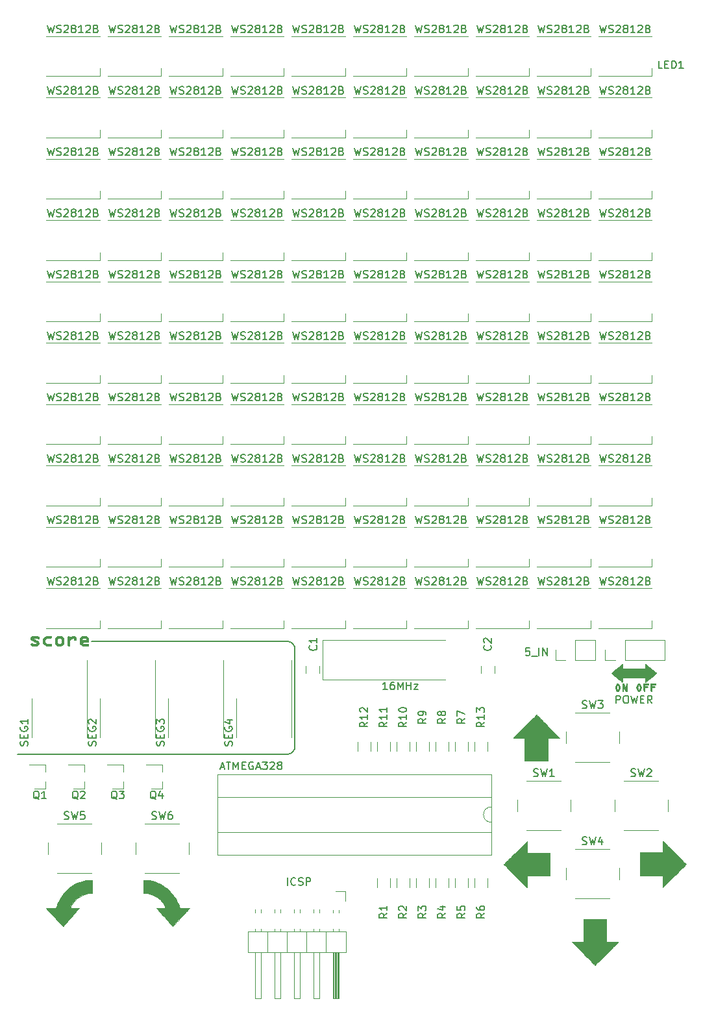
<source format=gbr>
G04 #@! TF.FileFunction,Legend,Top*
%FSLAX46Y46*%
G04 Gerber Fmt 4.6, Leading zero omitted, Abs format (unit mm)*
G04 Created by KiCad (PCBNEW 4.0.6) date 04/14/18 17:05:03*
%MOMM*%
%LPD*%
G01*
G04 APERTURE LIST*
%ADD10C,0.100000*%
%ADD11C,0.200000*%
%ADD12C,0.120000*%
%ADD13C,0.010000*%
%ADD14C,0.150000*%
G04 APERTURE END LIST*
D10*
D11*
X93218000Y-159639000D02*
X58039000Y-159639000D01*
X93218000Y-159639000D02*
G75*
G03X94234000Y-158623000I0J1016000D01*
G01*
X94234000Y-145923000D02*
X94234000Y-158623000D01*
X93091000Y-144907000D02*
X93218000Y-144907000D01*
X94234000Y-145923000D02*
G75*
G03X93218000Y-144907000I-1016000J0D01*
G01*
X67691000Y-144907000D02*
X93091000Y-144907000D01*
D12*
X133778000Y-137980000D02*
X140778000Y-137980000D01*
X133778000Y-143180000D02*
X140778000Y-143180000D01*
X140778000Y-143180000D02*
X140778000Y-142180000D01*
X125778000Y-137980000D02*
X132778000Y-137980000D01*
X125778000Y-143180000D02*
X132778000Y-143180000D01*
X132778000Y-143180000D02*
X132778000Y-142180000D01*
X117778000Y-137980000D02*
X124778000Y-137980000D01*
X117778000Y-143180000D02*
X124778000Y-143180000D01*
X124778000Y-143180000D02*
X124778000Y-142180000D01*
X109778000Y-137980000D02*
X116778000Y-137980000D01*
X109778000Y-143180000D02*
X116778000Y-143180000D01*
X116778000Y-143180000D02*
X116778000Y-142180000D01*
X101778000Y-137980000D02*
X108778000Y-137980000D01*
X101778000Y-143180000D02*
X108778000Y-143180000D01*
X108778000Y-143180000D02*
X108778000Y-142180000D01*
X93778000Y-137980000D02*
X100778000Y-137980000D01*
X93778000Y-143180000D02*
X100778000Y-143180000D01*
X100778000Y-143180000D02*
X100778000Y-142180000D01*
X85778000Y-137980000D02*
X92778000Y-137980000D01*
X85778000Y-143180000D02*
X92778000Y-143180000D01*
X92778000Y-143180000D02*
X92778000Y-142180000D01*
X77778000Y-137980000D02*
X84778000Y-137980000D01*
X77778000Y-143180000D02*
X84778000Y-143180000D01*
X84778000Y-143180000D02*
X84778000Y-142180000D01*
X69778000Y-137980000D02*
X76778000Y-137980000D01*
X69778000Y-143180000D02*
X76778000Y-143180000D01*
X76778000Y-143180000D02*
X76778000Y-142180000D01*
X61778000Y-137980000D02*
X68778000Y-137980000D01*
X61778000Y-143180000D02*
X68778000Y-143180000D01*
X68778000Y-143180000D02*
X68778000Y-142180000D01*
X133778000Y-129980000D02*
X140778000Y-129980000D01*
X133778000Y-135180000D02*
X140778000Y-135180000D01*
X140778000Y-135180000D02*
X140778000Y-134180000D01*
X125778000Y-129980000D02*
X132778000Y-129980000D01*
X125778000Y-135180000D02*
X132778000Y-135180000D01*
X132778000Y-135180000D02*
X132778000Y-134180000D01*
X117778000Y-129980000D02*
X124778000Y-129980000D01*
X117778000Y-135180000D02*
X124778000Y-135180000D01*
X124778000Y-135180000D02*
X124778000Y-134180000D01*
X109778000Y-129980000D02*
X116778000Y-129980000D01*
X109778000Y-135180000D02*
X116778000Y-135180000D01*
X116778000Y-135180000D02*
X116778000Y-134180000D01*
X101778000Y-129980000D02*
X108778000Y-129980000D01*
X101778000Y-135180000D02*
X108778000Y-135180000D01*
X108778000Y-135180000D02*
X108778000Y-134180000D01*
X93778000Y-129980000D02*
X100778000Y-129980000D01*
X93778000Y-135180000D02*
X100778000Y-135180000D01*
X100778000Y-135180000D02*
X100778000Y-134180000D01*
X85778000Y-129980000D02*
X92778000Y-129980000D01*
X85778000Y-135180000D02*
X92778000Y-135180000D01*
X92778000Y-135180000D02*
X92778000Y-134180000D01*
X77778000Y-129980000D02*
X84778000Y-129980000D01*
X77778000Y-135180000D02*
X84778000Y-135180000D01*
X84778000Y-135180000D02*
X84778000Y-134180000D01*
X69778000Y-129980000D02*
X76778000Y-129980000D01*
X69778000Y-135180000D02*
X76778000Y-135180000D01*
X76778000Y-135180000D02*
X76778000Y-134180000D01*
X61778000Y-129980000D02*
X68778000Y-129980000D01*
X61778000Y-135180000D02*
X68778000Y-135180000D01*
X68778000Y-135180000D02*
X68778000Y-134180000D01*
X133778000Y-121980000D02*
X140778000Y-121980000D01*
X133778000Y-127180000D02*
X140778000Y-127180000D01*
X140778000Y-127180000D02*
X140778000Y-126180000D01*
X125778000Y-121980000D02*
X132778000Y-121980000D01*
X125778000Y-127180000D02*
X132778000Y-127180000D01*
X132778000Y-127180000D02*
X132778000Y-126180000D01*
X117778000Y-121980000D02*
X124778000Y-121980000D01*
X117778000Y-127180000D02*
X124778000Y-127180000D01*
X124778000Y-127180000D02*
X124778000Y-126180000D01*
X109778000Y-121980000D02*
X116778000Y-121980000D01*
X109778000Y-127180000D02*
X116778000Y-127180000D01*
X116778000Y-127180000D02*
X116778000Y-126180000D01*
X101778000Y-121980000D02*
X108778000Y-121980000D01*
X101778000Y-127180000D02*
X108778000Y-127180000D01*
X108778000Y-127180000D02*
X108778000Y-126180000D01*
X93778000Y-121980000D02*
X100778000Y-121980000D01*
X93778000Y-127180000D02*
X100778000Y-127180000D01*
X100778000Y-127180000D02*
X100778000Y-126180000D01*
X85778000Y-121980000D02*
X92778000Y-121980000D01*
X85778000Y-127180000D02*
X92778000Y-127180000D01*
X92778000Y-127180000D02*
X92778000Y-126180000D01*
X77778000Y-121980000D02*
X84778000Y-121980000D01*
X77778000Y-127180000D02*
X84778000Y-127180000D01*
X84778000Y-127180000D02*
X84778000Y-126180000D01*
X69778000Y-121980000D02*
X76778000Y-121980000D01*
X69778000Y-127180000D02*
X76778000Y-127180000D01*
X76778000Y-127180000D02*
X76778000Y-126180000D01*
X61778000Y-121980000D02*
X68778000Y-121980000D01*
X61778000Y-127180000D02*
X68778000Y-127180000D01*
X68778000Y-127180000D02*
X68778000Y-126180000D01*
X133778000Y-113980000D02*
X140778000Y-113980000D01*
X133778000Y-119180000D02*
X140778000Y-119180000D01*
X140778000Y-119180000D02*
X140778000Y-118180000D01*
X125778000Y-113980000D02*
X132778000Y-113980000D01*
X125778000Y-119180000D02*
X132778000Y-119180000D01*
X132778000Y-119180000D02*
X132778000Y-118180000D01*
X117778000Y-113980000D02*
X124778000Y-113980000D01*
X117778000Y-119180000D02*
X124778000Y-119180000D01*
X124778000Y-119180000D02*
X124778000Y-118180000D01*
X109778000Y-113980000D02*
X116778000Y-113980000D01*
X109778000Y-119180000D02*
X116778000Y-119180000D01*
X116778000Y-119180000D02*
X116778000Y-118180000D01*
X101778000Y-113980000D02*
X108778000Y-113980000D01*
X101778000Y-119180000D02*
X108778000Y-119180000D01*
X108778000Y-119180000D02*
X108778000Y-118180000D01*
X93778000Y-113980000D02*
X100778000Y-113980000D01*
X93778000Y-119180000D02*
X100778000Y-119180000D01*
X100778000Y-119180000D02*
X100778000Y-118180000D01*
X85778000Y-113980000D02*
X92778000Y-113980000D01*
X85778000Y-119180000D02*
X92778000Y-119180000D01*
X92778000Y-119180000D02*
X92778000Y-118180000D01*
X77778000Y-113980000D02*
X84778000Y-113980000D01*
X77778000Y-119180000D02*
X84778000Y-119180000D01*
X84778000Y-119180000D02*
X84778000Y-118180000D01*
X69778000Y-113980000D02*
X76778000Y-113980000D01*
X69778000Y-119180000D02*
X76778000Y-119180000D01*
X76778000Y-119180000D02*
X76778000Y-118180000D01*
X61778000Y-113980000D02*
X68778000Y-113980000D01*
X61778000Y-119180000D02*
X68778000Y-119180000D01*
X68778000Y-119180000D02*
X68778000Y-118180000D01*
X133778000Y-105980000D02*
X140778000Y-105980000D01*
X133778000Y-111180000D02*
X140778000Y-111180000D01*
X140778000Y-111180000D02*
X140778000Y-110180000D01*
X125778000Y-105980000D02*
X132778000Y-105980000D01*
X125778000Y-111180000D02*
X132778000Y-111180000D01*
X132778000Y-111180000D02*
X132778000Y-110180000D01*
X117778000Y-105980000D02*
X124778000Y-105980000D01*
X117778000Y-111180000D02*
X124778000Y-111180000D01*
X124778000Y-111180000D02*
X124778000Y-110180000D01*
X109778000Y-105980000D02*
X116778000Y-105980000D01*
X109778000Y-111180000D02*
X116778000Y-111180000D01*
X116778000Y-111180000D02*
X116778000Y-110180000D01*
X101778000Y-105980000D02*
X108778000Y-105980000D01*
X101778000Y-111180000D02*
X108778000Y-111180000D01*
X108778000Y-111180000D02*
X108778000Y-110180000D01*
X93778000Y-105980000D02*
X100778000Y-105980000D01*
X93778000Y-111180000D02*
X100778000Y-111180000D01*
X100778000Y-111180000D02*
X100778000Y-110180000D01*
X85778000Y-105980000D02*
X92778000Y-105980000D01*
X85778000Y-111180000D02*
X92778000Y-111180000D01*
X92778000Y-111180000D02*
X92778000Y-110180000D01*
X77778000Y-105980000D02*
X84778000Y-105980000D01*
X77778000Y-111180000D02*
X84778000Y-111180000D01*
X84778000Y-111180000D02*
X84778000Y-110180000D01*
X69778000Y-105980000D02*
X76778000Y-105980000D01*
X69778000Y-111180000D02*
X76778000Y-111180000D01*
X76778000Y-111180000D02*
X76778000Y-110180000D01*
X61778000Y-105980000D02*
X68778000Y-105980000D01*
X61778000Y-111180000D02*
X68778000Y-111180000D01*
X68778000Y-111180000D02*
X68778000Y-110180000D01*
X133778000Y-97980000D02*
X140778000Y-97980000D01*
X133778000Y-103180000D02*
X140778000Y-103180000D01*
X140778000Y-103180000D02*
X140778000Y-102180000D01*
X125778000Y-97980000D02*
X132778000Y-97980000D01*
X125778000Y-103180000D02*
X132778000Y-103180000D01*
X132778000Y-103180000D02*
X132778000Y-102180000D01*
X117778000Y-97980000D02*
X124778000Y-97980000D01*
X117778000Y-103180000D02*
X124778000Y-103180000D01*
X124778000Y-103180000D02*
X124778000Y-102180000D01*
X109778000Y-97980000D02*
X116778000Y-97980000D01*
X109778000Y-103180000D02*
X116778000Y-103180000D01*
X116778000Y-103180000D02*
X116778000Y-102180000D01*
X101778000Y-97980000D02*
X108778000Y-97980000D01*
X101778000Y-103180000D02*
X108778000Y-103180000D01*
X108778000Y-103180000D02*
X108778000Y-102180000D01*
X93778000Y-97980000D02*
X100778000Y-97980000D01*
X93778000Y-103180000D02*
X100778000Y-103180000D01*
X100778000Y-103180000D02*
X100778000Y-102180000D01*
X85778000Y-97980000D02*
X92778000Y-97980000D01*
X85778000Y-103180000D02*
X92778000Y-103180000D01*
X92778000Y-103180000D02*
X92778000Y-102180000D01*
X77778000Y-97980000D02*
X84778000Y-97980000D01*
X77778000Y-103180000D02*
X84778000Y-103180000D01*
X84778000Y-103180000D02*
X84778000Y-102180000D01*
X69778000Y-97980000D02*
X76778000Y-97980000D01*
X69778000Y-103180000D02*
X76778000Y-103180000D01*
X76778000Y-103180000D02*
X76778000Y-102180000D01*
X61778000Y-97980000D02*
X68778000Y-97980000D01*
X61778000Y-103180000D02*
X68778000Y-103180000D01*
X68778000Y-103180000D02*
X68778000Y-102180000D01*
X133778000Y-89980000D02*
X140778000Y-89980000D01*
X133778000Y-95180000D02*
X140778000Y-95180000D01*
X140778000Y-95180000D02*
X140778000Y-94180000D01*
X125778000Y-89980000D02*
X132778000Y-89980000D01*
X125778000Y-95180000D02*
X132778000Y-95180000D01*
X132778000Y-95180000D02*
X132778000Y-94180000D01*
X117778000Y-89980000D02*
X124778000Y-89980000D01*
X117778000Y-95180000D02*
X124778000Y-95180000D01*
X124778000Y-95180000D02*
X124778000Y-94180000D01*
X109778000Y-89980000D02*
X116778000Y-89980000D01*
X109778000Y-95180000D02*
X116778000Y-95180000D01*
X116778000Y-95180000D02*
X116778000Y-94180000D01*
X101778000Y-89980000D02*
X108778000Y-89980000D01*
X101778000Y-95180000D02*
X108778000Y-95180000D01*
X108778000Y-95180000D02*
X108778000Y-94180000D01*
X93778000Y-89980000D02*
X100778000Y-89980000D01*
X93778000Y-95180000D02*
X100778000Y-95180000D01*
X100778000Y-95180000D02*
X100778000Y-94180000D01*
X85778000Y-89980000D02*
X92778000Y-89980000D01*
X85778000Y-95180000D02*
X92778000Y-95180000D01*
X92778000Y-95180000D02*
X92778000Y-94180000D01*
X77778000Y-89980000D02*
X84778000Y-89980000D01*
X77778000Y-95180000D02*
X84778000Y-95180000D01*
X84778000Y-95180000D02*
X84778000Y-94180000D01*
X69778000Y-89980000D02*
X76778000Y-89980000D01*
X69778000Y-95180000D02*
X76778000Y-95180000D01*
X76778000Y-95180000D02*
X76778000Y-94180000D01*
X61778000Y-89980000D02*
X68778000Y-89980000D01*
X61778000Y-95180000D02*
X68778000Y-95180000D01*
X68778000Y-95180000D02*
X68778000Y-94180000D01*
X133778000Y-81980000D02*
X140778000Y-81980000D01*
X133778000Y-87180000D02*
X140778000Y-87180000D01*
X140778000Y-87180000D02*
X140778000Y-86180000D01*
X125778000Y-81980000D02*
X132778000Y-81980000D01*
X125778000Y-87180000D02*
X132778000Y-87180000D01*
X132778000Y-87180000D02*
X132778000Y-86180000D01*
X117778000Y-81980000D02*
X124778000Y-81980000D01*
X117778000Y-87180000D02*
X124778000Y-87180000D01*
X124778000Y-87180000D02*
X124778000Y-86180000D01*
X109778000Y-81980000D02*
X116778000Y-81980000D01*
X109778000Y-87180000D02*
X116778000Y-87180000D01*
X116778000Y-87180000D02*
X116778000Y-86180000D01*
X101778000Y-81980000D02*
X108778000Y-81980000D01*
X101778000Y-87180000D02*
X108778000Y-87180000D01*
X108778000Y-87180000D02*
X108778000Y-86180000D01*
X93778000Y-81980000D02*
X100778000Y-81980000D01*
X93778000Y-87180000D02*
X100778000Y-87180000D01*
X100778000Y-87180000D02*
X100778000Y-86180000D01*
X85778000Y-81980000D02*
X92778000Y-81980000D01*
X85778000Y-87180000D02*
X92778000Y-87180000D01*
X92778000Y-87180000D02*
X92778000Y-86180000D01*
X77778000Y-81980000D02*
X84778000Y-81980000D01*
X77778000Y-87180000D02*
X84778000Y-87180000D01*
X84778000Y-87180000D02*
X84778000Y-86180000D01*
X69778000Y-81980000D02*
X76778000Y-81980000D01*
X69778000Y-87180000D02*
X76778000Y-87180000D01*
X76778000Y-87180000D02*
X76778000Y-86180000D01*
X61778000Y-81980000D02*
X68778000Y-81980000D01*
X61778000Y-87180000D02*
X68778000Y-87180000D01*
X68778000Y-87180000D02*
X68778000Y-86180000D01*
X133778000Y-73980000D02*
X140778000Y-73980000D01*
X133778000Y-79180000D02*
X140778000Y-79180000D01*
X140778000Y-79180000D02*
X140778000Y-78180000D01*
X125778000Y-73980000D02*
X132778000Y-73980000D01*
X125778000Y-79180000D02*
X132778000Y-79180000D01*
X132778000Y-79180000D02*
X132778000Y-78180000D01*
X117778000Y-73980000D02*
X124778000Y-73980000D01*
X117778000Y-79180000D02*
X124778000Y-79180000D01*
X124778000Y-79180000D02*
X124778000Y-78180000D01*
X109778000Y-73980000D02*
X116778000Y-73980000D01*
X109778000Y-79180000D02*
X116778000Y-79180000D01*
X116778000Y-79180000D02*
X116778000Y-78180000D01*
X101778000Y-73980000D02*
X108778000Y-73980000D01*
X101778000Y-79180000D02*
X108778000Y-79180000D01*
X108778000Y-79180000D02*
X108778000Y-78180000D01*
X93778000Y-73980000D02*
X100778000Y-73980000D01*
X93778000Y-79180000D02*
X100778000Y-79180000D01*
X100778000Y-79180000D02*
X100778000Y-78180000D01*
X85778000Y-73980000D02*
X92778000Y-73980000D01*
X85778000Y-79180000D02*
X92778000Y-79180000D01*
X92778000Y-79180000D02*
X92778000Y-78180000D01*
X77778000Y-73980000D02*
X84778000Y-73980000D01*
X77778000Y-79180000D02*
X84778000Y-79180000D01*
X84778000Y-79180000D02*
X84778000Y-78180000D01*
X69778000Y-73980000D02*
X76778000Y-73980000D01*
X69778000Y-79180000D02*
X76778000Y-79180000D01*
X76778000Y-79180000D02*
X76778000Y-78180000D01*
X61778000Y-73980000D02*
X68778000Y-73980000D01*
X61778000Y-79180000D02*
X68778000Y-79180000D01*
X68778000Y-79180000D02*
X68778000Y-78180000D01*
X133778000Y-65980000D02*
X140778000Y-65980000D01*
X133778000Y-71180000D02*
X140778000Y-71180000D01*
X140778000Y-71180000D02*
X140778000Y-70180000D01*
X125778000Y-65980000D02*
X132778000Y-65980000D01*
X125778000Y-71180000D02*
X132778000Y-71180000D01*
X132778000Y-71180000D02*
X132778000Y-70180000D01*
X117778000Y-65980000D02*
X124778000Y-65980000D01*
X117778000Y-71180000D02*
X124778000Y-71180000D01*
X124778000Y-71180000D02*
X124778000Y-70180000D01*
X109778000Y-65980000D02*
X116778000Y-65980000D01*
X109778000Y-71180000D02*
X116778000Y-71180000D01*
X116778000Y-71180000D02*
X116778000Y-70180000D01*
X101778000Y-65980000D02*
X108778000Y-65980000D01*
X101778000Y-71180000D02*
X108778000Y-71180000D01*
X108778000Y-71180000D02*
X108778000Y-70180000D01*
X93778000Y-65980000D02*
X100778000Y-65980000D01*
X93778000Y-71180000D02*
X100778000Y-71180000D01*
X100778000Y-71180000D02*
X100778000Y-70180000D01*
X85778000Y-65980000D02*
X92778000Y-65980000D01*
X85778000Y-71180000D02*
X92778000Y-71180000D01*
X92778000Y-71180000D02*
X92778000Y-70180000D01*
X77778000Y-65980000D02*
X84778000Y-65980000D01*
X77778000Y-71180000D02*
X84778000Y-71180000D01*
X84778000Y-71180000D02*
X84778000Y-70180000D01*
X69778000Y-65980000D02*
X76778000Y-65980000D01*
X69778000Y-71180000D02*
X76778000Y-71180000D01*
X76778000Y-71180000D02*
X76778000Y-70180000D01*
X113850000Y-144770000D02*
X97875000Y-144770000D01*
X97875000Y-144770000D02*
X97875000Y-149870000D01*
X97875000Y-149870000D02*
X113850000Y-149870000D01*
X119821000Y-168513000D02*
G75*
G02X119821000Y-166513000I0J1000000D01*
G01*
X119821000Y-166513000D02*
X119821000Y-165263000D01*
X119821000Y-165263000D02*
X84141000Y-165263000D01*
X84141000Y-165263000D02*
X84141000Y-169763000D01*
X84141000Y-169763000D02*
X119821000Y-169763000D01*
X119821000Y-169763000D02*
X119821000Y-168513000D01*
X119881000Y-162263000D02*
X84081000Y-162263000D01*
X84081000Y-162263000D02*
X84081000Y-172763000D01*
X84081000Y-172763000D02*
X119881000Y-172763000D01*
X119881000Y-172763000D02*
X119881000Y-162263000D01*
X95670000Y-148090000D02*
X95670000Y-149090000D01*
X97370000Y-149090000D02*
X97370000Y-148090000D01*
X118530000Y-148090000D02*
X118530000Y-149090000D01*
X120230000Y-149090000D02*
X120230000Y-148090000D01*
X142427000Y-147380000D02*
X142427000Y-144720000D01*
X137287000Y-147380000D02*
X142427000Y-147380000D01*
X137287000Y-144720000D02*
X142427000Y-144720000D01*
X137287000Y-147380000D02*
X137287000Y-144720000D01*
X136017000Y-147380000D02*
X134687000Y-147380000D01*
X134687000Y-147380000D02*
X134687000Y-146050000D01*
X61720000Y-164140000D02*
X61720000Y-163210000D01*
X61720000Y-160980000D02*
X61720000Y-161910000D01*
X61720000Y-160980000D02*
X59560000Y-160980000D01*
X61720000Y-164140000D02*
X60260000Y-164140000D01*
X66800000Y-164140000D02*
X66800000Y-163210000D01*
X66800000Y-160980000D02*
X66800000Y-161910000D01*
X66800000Y-160980000D02*
X64640000Y-160980000D01*
X66800000Y-164140000D02*
X65340000Y-164140000D01*
X71880000Y-164140000D02*
X71880000Y-163210000D01*
X71880000Y-160980000D02*
X71880000Y-161910000D01*
X71880000Y-160980000D02*
X69720000Y-160980000D01*
X71880000Y-164140000D02*
X70420000Y-164140000D01*
X76960000Y-164140000D02*
X76960000Y-163210000D01*
X76960000Y-160980000D02*
X76960000Y-161910000D01*
X76960000Y-160980000D02*
X74800000Y-160980000D01*
X76960000Y-164140000D02*
X75500000Y-164140000D01*
X106671000Y-175803000D02*
X106671000Y-177003000D01*
X104911000Y-177003000D02*
X104911000Y-175803000D01*
X109211000Y-175803000D02*
X109211000Y-177003000D01*
X107451000Y-177003000D02*
X107451000Y-175803000D01*
X111751000Y-175803000D02*
X111751000Y-177003000D01*
X109991000Y-177003000D02*
X109991000Y-175803000D01*
X114291000Y-175803000D02*
X114291000Y-177003000D01*
X112531000Y-177003000D02*
X112531000Y-175803000D01*
X116831000Y-175803000D02*
X116831000Y-177003000D01*
X115071000Y-177003000D02*
X115071000Y-175803000D01*
X119371000Y-175803000D02*
X119371000Y-177003000D01*
X117611000Y-177003000D02*
X117611000Y-175803000D01*
X115071000Y-159223000D02*
X115071000Y-158023000D01*
X116831000Y-158023000D02*
X116831000Y-159223000D01*
X112531000Y-159223000D02*
X112531000Y-158023000D01*
X114291000Y-158023000D02*
X114291000Y-159223000D01*
X109991000Y-159223000D02*
X109991000Y-158023000D01*
X111751000Y-158023000D02*
X111751000Y-159223000D01*
X107451000Y-159223000D02*
X107451000Y-158023000D01*
X109211000Y-158023000D02*
X109211000Y-159223000D01*
X104911000Y-159223000D02*
X104911000Y-158023000D01*
X106671000Y-158023000D02*
X106671000Y-159223000D01*
X102371000Y-159223000D02*
X102371000Y-158023000D01*
X104131000Y-158023000D02*
X104131000Y-159223000D01*
X117611000Y-159223000D02*
X117611000Y-158023000D01*
X119371000Y-158023000D02*
X119371000Y-159223000D01*
X67070000Y-147340000D02*
X67070000Y-157460000D01*
X59930000Y-157460000D02*
X59930000Y-152400000D01*
X75960000Y-147340000D02*
X75960000Y-157460000D01*
X68820000Y-157460000D02*
X68820000Y-152400000D01*
X84850000Y-147340000D02*
X84850000Y-157460000D01*
X77710000Y-157460000D02*
X77710000Y-152400000D01*
X93740000Y-147340000D02*
X93740000Y-157460000D01*
X86600000Y-157460000D02*
X86600000Y-152400000D01*
X124444000Y-169584000D02*
X128944000Y-169584000D01*
X123194000Y-165584000D02*
X123194000Y-167084000D01*
X128944000Y-163084000D02*
X124444000Y-163084000D01*
X130194000Y-167084000D02*
X130194000Y-165584000D01*
X137144000Y-169584000D02*
X141644000Y-169584000D01*
X135894000Y-165584000D02*
X135894000Y-167084000D01*
X141644000Y-163084000D02*
X137144000Y-163084000D01*
X142894000Y-167084000D02*
X142894000Y-165584000D01*
X130794000Y-160694000D02*
X135294000Y-160694000D01*
X129544000Y-156694000D02*
X129544000Y-158194000D01*
X135294000Y-154194000D02*
X130794000Y-154194000D01*
X136544000Y-158194000D02*
X136544000Y-156694000D01*
X130794000Y-178474000D02*
X135294000Y-178474000D01*
X129544000Y-174474000D02*
X129544000Y-175974000D01*
X135294000Y-171974000D02*
X130794000Y-171974000D01*
X136544000Y-175974000D02*
X136544000Y-174474000D01*
X63230000Y-175172000D02*
X67730000Y-175172000D01*
X61980000Y-171172000D02*
X61980000Y-172672000D01*
X67730000Y-168672000D02*
X63230000Y-168672000D01*
X68980000Y-172672000D02*
X68980000Y-171172000D01*
X74660000Y-175172000D02*
X79160000Y-175172000D01*
X73410000Y-171172000D02*
X73410000Y-172672000D01*
X79160000Y-168672000D02*
X74660000Y-168672000D01*
X80410000Y-172672000D02*
X80410000Y-171172000D01*
X133410000Y-147380000D02*
X133410000Y-144720000D01*
X130810000Y-147380000D02*
X133410000Y-147380000D01*
X130810000Y-144720000D02*
X133410000Y-144720000D01*
X130810000Y-147380000D02*
X130810000Y-144720000D01*
X129540000Y-147380000D02*
X128210000Y-147380000D01*
X128210000Y-147380000D02*
X128210000Y-146050000D01*
X100898000Y-182796000D02*
X88078000Y-182796000D01*
X88078000Y-182796000D02*
X88078000Y-185456000D01*
X88078000Y-185456000D02*
X100898000Y-185456000D01*
X100898000Y-185456000D02*
X100898000Y-182796000D01*
X99948000Y-185456000D02*
X99948000Y-191456000D01*
X99948000Y-191456000D02*
X99188000Y-191456000D01*
X99188000Y-191456000D02*
X99188000Y-185456000D01*
X99888000Y-185456000D02*
X99888000Y-191456000D01*
X99768000Y-185456000D02*
X99768000Y-191456000D01*
X99648000Y-185456000D02*
X99648000Y-191456000D01*
X99528000Y-185456000D02*
X99528000Y-191456000D01*
X99408000Y-185456000D02*
X99408000Y-191456000D01*
X99288000Y-185456000D02*
X99288000Y-191456000D01*
X99948000Y-182398929D02*
X99948000Y-182796000D01*
X99188000Y-182398929D02*
X99188000Y-182796000D01*
X99948000Y-179926000D02*
X99948000Y-180313071D01*
X99188000Y-179926000D02*
X99188000Y-180313071D01*
X98298000Y-182796000D02*
X98298000Y-185456000D01*
X97408000Y-185456000D02*
X97408000Y-191456000D01*
X97408000Y-191456000D02*
X96648000Y-191456000D01*
X96648000Y-191456000D02*
X96648000Y-185456000D01*
X97408000Y-182398929D02*
X97408000Y-182796000D01*
X96648000Y-182398929D02*
X96648000Y-182796000D01*
X97408000Y-179858929D02*
X97408000Y-180313071D01*
X96648000Y-179858929D02*
X96648000Y-180313071D01*
X95758000Y-182796000D02*
X95758000Y-185456000D01*
X94868000Y-185456000D02*
X94868000Y-191456000D01*
X94868000Y-191456000D02*
X94108000Y-191456000D01*
X94108000Y-191456000D02*
X94108000Y-185456000D01*
X94868000Y-182398929D02*
X94868000Y-182796000D01*
X94108000Y-182398929D02*
X94108000Y-182796000D01*
X94868000Y-179858929D02*
X94868000Y-180313071D01*
X94108000Y-179858929D02*
X94108000Y-180313071D01*
X93218000Y-182796000D02*
X93218000Y-185456000D01*
X92328000Y-185456000D02*
X92328000Y-191456000D01*
X92328000Y-191456000D02*
X91568000Y-191456000D01*
X91568000Y-191456000D02*
X91568000Y-185456000D01*
X92328000Y-182398929D02*
X92328000Y-182796000D01*
X91568000Y-182398929D02*
X91568000Y-182796000D01*
X92328000Y-179858929D02*
X92328000Y-180313071D01*
X91568000Y-179858929D02*
X91568000Y-180313071D01*
X90678000Y-182796000D02*
X90678000Y-185456000D01*
X89788000Y-185456000D02*
X89788000Y-191456000D01*
X89788000Y-191456000D02*
X89028000Y-191456000D01*
X89028000Y-191456000D02*
X89028000Y-185456000D01*
X89788000Y-182398929D02*
X89788000Y-182796000D01*
X89028000Y-182398929D02*
X89028000Y-182796000D01*
X89788000Y-179858929D02*
X89788000Y-180313071D01*
X89028000Y-179858929D02*
X89028000Y-180313071D01*
X99568000Y-177546000D02*
X100838000Y-177546000D01*
X100838000Y-177546000D02*
X100838000Y-178816000D01*
X61778000Y-65980000D02*
X68778000Y-65980000D01*
X61778000Y-71180000D02*
X68778000Y-71180000D01*
X68778000Y-71180000D02*
X68778000Y-70180000D01*
D13*
G36*
X142215810Y-172466000D02*
X142215810Y-171715087D01*
X142215984Y-171566021D01*
X142216492Y-171430186D01*
X142217313Y-171309009D01*
X142218427Y-171203920D01*
X142219811Y-171116348D01*
X142221444Y-171047721D01*
X142223306Y-170999468D01*
X142225375Y-170973018D01*
X142226869Y-170968206D01*
X142236767Y-170977136D01*
X142262661Y-171002094D01*
X142303495Y-171042026D01*
X142358213Y-171095877D01*
X142425758Y-171162592D01*
X142505074Y-171241118D01*
X142595104Y-171330399D01*
X142694792Y-171429381D01*
X142803082Y-171537010D01*
X142918917Y-171652232D01*
X143041240Y-171773990D01*
X143168996Y-171901232D01*
X143301128Y-172032903D01*
X143436579Y-172167948D01*
X143574293Y-172305312D01*
X143713214Y-172443941D01*
X143852285Y-172582781D01*
X143990451Y-172720778D01*
X144126653Y-172856875D01*
X144259837Y-172990020D01*
X144388946Y-173119158D01*
X144512923Y-173243233D01*
X144630711Y-173361193D01*
X144741256Y-173471981D01*
X144843499Y-173574544D01*
X144936385Y-173667827D01*
X145018857Y-173750775D01*
X145089859Y-173822335D01*
X145148335Y-173881451D01*
X145193227Y-173927069D01*
X145223480Y-173958135D01*
X145238038Y-173973594D01*
X145239235Y-173975154D01*
X145230759Y-173984477D01*
X145205989Y-174009985D01*
X145165793Y-174050813D01*
X145111034Y-174106094D01*
X145042580Y-174174962D01*
X144961295Y-174256551D01*
X144868045Y-174349995D01*
X144763696Y-174454427D01*
X144649114Y-174568982D01*
X144525163Y-174692794D01*
X144392711Y-174824996D01*
X144252622Y-174964722D01*
X144105762Y-175111106D01*
X143952996Y-175263282D01*
X143795191Y-175420383D01*
X143727330Y-175487913D01*
X142215810Y-176991874D01*
X142215810Y-175477714D01*
X139216191Y-175477714D01*
X139216191Y-172466000D01*
X142215810Y-172466000D01*
X142215810Y-172466000D01*
G37*
X142215810Y-172466000D02*
X142215810Y-171715087D01*
X142215984Y-171566021D01*
X142216492Y-171430186D01*
X142217313Y-171309009D01*
X142218427Y-171203920D01*
X142219811Y-171116348D01*
X142221444Y-171047721D01*
X142223306Y-170999468D01*
X142225375Y-170973018D01*
X142226869Y-170968206D01*
X142236767Y-170977136D01*
X142262661Y-171002094D01*
X142303495Y-171042026D01*
X142358213Y-171095877D01*
X142425758Y-171162592D01*
X142505074Y-171241118D01*
X142595104Y-171330399D01*
X142694792Y-171429381D01*
X142803082Y-171537010D01*
X142918917Y-171652232D01*
X143041240Y-171773990D01*
X143168996Y-171901232D01*
X143301128Y-172032903D01*
X143436579Y-172167948D01*
X143574293Y-172305312D01*
X143713214Y-172443941D01*
X143852285Y-172582781D01*
X143990451Y-172720778D01*
X144126653Y-172856875D01*
X144259837Y-172990020D01*
X144388946Y-173119158D01*
X144512923Y-173243233D01*
X144630711Y-173361193D01*
X144741256Y-173471981D01*
X144843499Y-173574544D01*
X144936385Y-173667827D01*
X145018857Y-173750775D01*
X145089859Y-173822335D01*
X145148335Y-173881451D01*
X145193227Y-173927069D01*
X145223480Y-173958135D01*
X145238038Y-173973594D01*
X145239235Y-173975154D01*
X145230759Y-173984477D01*
X145205989Y-174009985D01*
X145165793Y-174050813D01*
X145111034Y-174106094D01*
X145042580Y-174174962D01*
X144961295Y-174256551D01*
X144868045Y-174349995D01*
X144763696Y-174454427D01*
X144649114Y-174568982D01*
X144525163Y-174692794D01*
X144392711Y-174824996D01*
X144252622Y-174964722D01*
X144105762Y-175111106D01*
X143952996Y-175263282D01*
X143795191Y-175420383D01*
X143727330Y-175487913D01*
X142215810Y-176991874D01*
X142215810Y-175477714D01*
X139216191Y-175477714D01*
X139216191Y-172466000D01*
X142215810Y-172466000D01*
G36*
X134874000Y-184125810D02*
X135624913Y-184125810D01*
X135773979Y-184125984D01*
X135909814Y-184126492D01*
X136030991Y-184127313D01*
X136136080Y-184128427D01*
X136223652Y-184129811D01*
X136292279Y-184131444D01*
X136340532Y-184133306D01*
X136366982Y-184135375D01*
X136371794Y-184136869D01*
X136362864Y-184146767D01*
X136337906Y-184172661D01*
X136297974Y-184213495D01*
X136244123Y-184268213D01*
X136177408Y-184335758D01*
X136098882Y-184415074D01*
X136009601Y-184505104D01*
X135910619Y-184604792D01*
X135802990Y-184713082D01*
X135687768Y-184828917D01*
X135566010Y-184951240D01*
X135438768Y-185078996D01*
X135307097Y-185211128D01*
X135172052Y-185346579D01*
X135034688Y-185484293D01*
X134896059Y-185623214D01*
X134757219Y-185762285D01*
X134619222Y-185900451D01*
X134483125Y-186036653D01*
X134349980Y-186169837D01*
X134220842Y-186298946D01*
X134096767Y-186422923D01*
X133978807Y-186540711D01*
X133868019Y-186651256D01*
X133765456Y-186753499D01*
X133672173Y-186846385D01*
X133589225Y-186928857D01*
X133517665Y-186999859D01*
X133458549Y-187058335D01*
X133412931Y-187103227D01*
X133381865Y-187133480D01*
X133366406Y-187148038D01*
X133364846Y-187149235D01*
X133355523Y-187140759D01*
X133330015Y-187115989D01*
X133289187Y-187075793D01*
X133233906Y-187021034D01*
X133165038Y-186952580D01*
X133083449Y-186871295D01*
X132990005Y-186778045D01*
X132885573Y-186673696D01*
X132771018Y-186559114D01*
X132647206Y-186435163D01*
X132515004Y-186302711D01*
X132375278Y-186162622D01*
X132228894Y-186015762D01*
X132076718Y-185862996D01*
X131919617Y-185705191D01*
X131852087Y-185637330D01*
X130348126Y-184125810D01*
X131862286Y-184125810D01*
X131862286Y-181126191D01*
X134874000Y-181126191D01*
X134874000Y-184125810D01*
X134874000Y-184125810D01*
G37*
X134874000Y-184125810D02*
X135624913Y-184125810D01*
X135773979Y-184125984D01*
X135909814Y-184126492D01*
X136030991Y-184127313D01*
X136136080Y-184128427D01*
X136223652Y-184129811D01*
X136292279Y-184131444D01*
X136340532Y-184133306D01*
X136366982Y-184135375D01*
X136371794Y-184136869D01*
X136362864Y-184146767D01*
X136337906Y-184172661D01*
X136297974Y-184213495D01*
X136244123Y-184268213D01*
X136177408Y-184335758D01*
X136098882Y-184415074D01*
X136009601Y-184505104D01*
X135910619Y-184604792D01*
X135802990Y-184713082D01*
X135687768Y-184828917D01*
X135566010Y-184951240D01*
X135438768Y-185078996D01*
X135307097Y-185211128D01*
X135172052Y-185346579D01*
X135034688Y-185484293D01*
X134896059Y-185623214D01*
X134757219Y-185762285D01*
X134619222Y-185900451D01*
X134483125Y-186036653D01*
X134349980Y-186169837D01*
X134220842Y-186298946D01*
X134096767Y-186422923D01*
X133978807Y-186540711D01*
X133868019Y-186651256D01*
X133765456Y-186753499D01*
X133672173Y-186846385D01*
X133589225Y-186928857D01*
X133517665Y-186999859D01*
X133458549Y-187058335D01*
X133412931Y-187103227D01*
X133381865Y-187133480D01*
X133366406Y-187148038D01*
X133364846Y-187149235D01*
X133355523Y-187140759D01*
X133330015Y-187115989D01*
X133289187Y-187075793D01*
X133233906Y-187021034D01*
X133165038Y-186952580D01*
X133083449Y-186871295D01*
X132990005Y-186778045D01*
X132885573Y-186673696D01*
X132771018Y-186559114D01*
X132647206Y-186435163D01*
X132515004Y-186302711D01*
X132375278Y-186162622D01*
X132228894Y-186015762D01*
X132076718Y-185862996D01*
X131919617Y-185705191D01*
X131852087Y-185637330D01*
X130348126Y-184125810D01*
X131862286Y-184125810D01*
X131862286Y-181126191D01*
X134874000Y-181126191D01*
X134874000Y-184125810D01*
G36*
X124484190Y-175514000D02*
X124484190Y-176264913D01*
X124484016Y-176413979D01*
X124483508Y-176549814D01*
X124482687Y-176670991D01*
X124481573Y-176776080D01*
X124480189Y-176863652D01*
X124478556Y-176932279D01*
X124476694Y-176980532D01*
X124474625Y-177006982D01*
X124473131Y-177011794D01*
X124463233Y-177002864D01*
X124437339Y-176977906D01*
X124396505Y-176937974D01*
X124341787Y-176884123D01*
X124274242Y-176817408D01*
X124194926Y-176738882D01*
X124104896Y-176649601D01*
X124005208Y-176550619D01*
X123896918Y-176442990D01*
X123781083Y-176327768D01*
X123658760Y-176206010D01*
X123531004Y-176078768D01*
X123398872Y-175947097D01*
X123263421Y-175812052D01*
X123125707Y-175674688D01*
X122986786Y-175536059D01*
X122847715Y-175397219D01*
X122709549Y-175259222D01*
X122573347Y-175123125D01*
X122440163Y-174989980D01*
X122311054Y-174860842D01*
X122187077Y-174736767D01*
X122069289Y-174618807D01*
X121958744Y-174508019D01*
X121856501Y-174405456D01*
X121763615Y-174312173D01*
X121681143Y-174229225D01*
X121610141Y-174157665D01*
X121551665Y-174098549D01*
X121506773Y-174052931D01*
X121476520Y-174021865D01*
X121461962Y-174006406D01*
X121460765Y-174004846D01*
X121469241Y-173995523D01*
X121494011Y-173970015D01*
X121534207Y-173929187D01*
X121588966Y-173873906D01*
X121657420Y-173805038D01*
X121738705Y-173723449D01*
X121831955Y-173630005D01*
X121936304Y-173525573D01*
X122050886Y-173411018D01*
X122174837Y-173287206D01*
X122307289Y-173155004D01*
X122447378Y-173015278D01*
X122594238Y-172868894D01*
X122747004Y-172716718D01*
X122904809Y-172559617D01*
X122972670Y-172492087D01*
X124484190Y-170988126D01*
X124484190Y-172502286D01*
X127483809Y-172502286D01*
X127483809Y-175514000D01*
X124484190Y-175514000D01*
X124484190Y-175514000D01*
G37*
X124484190Y-175514000D02*
X124484190Y-176264913D01*
X124484016Y-176413979D01*
X124483508Y-176549814D01*
X124482687Y-176670991D01*
X124481573Y-176776080D01*
X124480189Y-176863652D01*
X124478556Y-176932279D01*
X124476694Y-176980532D01*
X124474625Y-177006982D01*
X124473131Y-177011794D01*
X124463233Y-177002864D01*
X124437339Y-176977906D01*
X124396505Y-176937974D01*
X124341787Y-176884123D01*
X124274242Y-176817408D01*
X124194926Y-176738882D01*
X124104896Y-176649601D01*
X124005208Y-176550619D01*
X123896918Y-176442990D01*
X123781083Y-176327768D01*
X123658760Y-176206010D01*
X123531004Y-176078768D01*
X123398872Y-175947097D01*
X123263421Y-175812052D01*
X123125707Y-175674688D01*
X122986786Y-175536059D01*
X122847715Y-175397219D01*
X122709549Y-175259222D01*
X122573347Y-175123125D01*
X122440163Y-174989980D01*
X122311054Y-174860842D01*
X122187077Y-174736767D01*
X122069289Y-174618807D01*
X121958744Y-174508019D01*
X121856501Y-174405456D01*
X121763615Y-174312173D01*
X121681143Y-174229225D01*
X121610141Y-174157665D01*
X121551665Y-174098549D01*
X121506773Y-174052931D01*
X121476520Y-174021865D01*
X121461962Y-174006406D01*
X121460765Y-174004846D01*
X121469241Y-173995523D01*
X121494011Y-173970015D01*
X121534207Y-173929187D01*
X121588966Y-173873906D01*
X121657420Y-173805038D01*
X121738705Y-173723449D01*
X121831955Y-173630005D01*
X121936304Y-173525573D01*
X122050886Y-173411018D01*
X122174837Y-173287206D01*
X122307289Y-173155004D01*
X122447378Y-173015278D01*
X122594238Y-172868894D01*
X122747004Y-172716718D01*
X122904809Y-172559617D01*
X122972670Y-172492087D01*
X124484190Y-170988126D01*
X124484190Y-172502286D01*
X127483809Y-172502286D01*
X127483809Y-175514000D01*
X124484190Y-175514000D01*
G36*
X124206000Y-157504190D02*
X123455087Y-157504190D01*
X123306021Y-157504016D01*
X123170186Y-157503508D01*
X123049009Y-157502687D01*
X122943920Y-157501573D01*
X122856348Y-157500189D01*
X122787721Y-157498556D01*
X122739468Y-157496694D01*
X122713018Y-157494625D01*
X122708206Y-157493131D01*
X122717136Y-157483233D01*
X122742094Y-157457339D01*
X122782026Y-157416505D01*
X122835877Y-157361787D01*
X122902592Y-157294242D01*
X122981118Y-157214926D01*
X123070399Y-157124896D01*
X123169381Y-157025208D01*
X123277010Y-156916918D01*
X123392232Y-156801083D01*
X123513990Y-156678760D01*
X123641232Y-156551004D01*
X123772903Y-156418872D01*
X123907948Y-156283421D01*
X124045312Y-156145707D01*
X124183941Y-156006786D01*
X124322781Y-155867715D01*
X124460778Y-155729549D01*
X124596875Y-155593347D01*
X124730020Y-155460163D01*
X124859158Y-155331054D01*
X124983233Y-155207077D01*
X125101193Y-155089289D01*
X125211981Y-154978744D01*
X125314544Y-154876501D01*
X125407827Y-154783615D01*
X125490775Y-154701143D01*
X125562335Y-154630141D01*
X125621451Y-154571665D01*
X125667069Y-154526773D01*
X125698135Y-154496520D01*
X125713594Y-154481962D01*
X125715154Y-154480765D01*
X125724477Y-154489241D01*
X125749985Y-154514011D01*
X125790813Y-154554207D01*
X125846094Y-154608966D01*
X125914962Y-154677420D01*
X125996551Y-154758705D01*
X126089995Y-154851955D01*
X126194427Y-154956304D01*
X126308982Y-155070886D01*
X126432794Y-155194837D01*
X126564996Y-155327289D01*
X126704722Y-155467378D01*
X126851106Y-155614238D01*
X127003282Y-155767004D01*
X127160383Y-155924809D01*
X127227913Y-155992670D01*
X128731874Y-157504190D01*
X127217714Y-157504190D01*
X127217714Y-160503809D01*
X124206000Y-160503809D01*
X124206000Y-157504190D01*
X124206000Y-157504190D01*
G37*
X124206000Y-157504190D02*
X123455087Y-157504190D01*
X123306021Y-157504016D01*
X123170186Y-157503508D01*
X123049009Y-157502687D01*
X122943920Y-157501573D01*
X122856348Y-157500189D01*
X122787721Y-157498556D01*
X122739468Y-157496694D01*
X122713018Y-157494625D01*
X122708206Y-157493131D01*
X122717136Y-157483233D01*
X122742094Y-157457339D01*
X122782026Y-157416505D01*
X122835877Y-157361787D01*
X122902592Y-157294242D01*
X122981118Y-157214926D01*
X123070399Y-157124896D01*
X123169381Y-157025208D01*
X123277010Y-156916918D01*
X123392232Y-156801083D01*
X123513990Y-156678760D01*
X123641232Y-156551004D01*
X123772903Y-156418872D01*
X123907948Y-156283421D01*
X124045312Y-156145707D01*
X124183941Y-156006786D01*
X124322781Y-155867715D01*
X124460778Y-155729549D01*
X124596875Y-155593347D01*
X124730020Y-155460163D01*
X124859158Y-155331054D01*
X124983233Y-155207077D01*
X125101193Y-155089289D01*
X125211981Y-154978744D01*
X125314544Y-154876501D01*
X125407827Y-154783615D01*
X125490775Y-154701143D01*
X125562335Y-154630141D01*
X125621451Y-154571665D01*
X125667069Y-154526773D01*
X125698135Y-154496520D01*
X125713594Y-154481962D01*
X125715154Y-154480765D01*
X125724477Y-154489241D01*
X125749985Y-154514011D01*
X125790813Y-154554207D01*
X125846094Y-154608966D01*
X125914962Y-154677420D01*
X125996551Y-154758705D01*
X126089995Y-154851955D01*
X126194427Y-154956304D01*
X126308982Y-155070886D01*
X126432794Y-155194837D01*
X126564996Y-155327289D01*
X126704722Y-155467378D01*
X126851106Y-155614238D01*
X127003282Y-155767004D01*
X127160383Y-155924809D01*
X127227913Y-155992670D01*
X128731874Y-157504190D01*
X127217714Y-157504190D01*
X127217714Y-160503809D01*
X124206000Y-160503809D01*
X124206000Y-157504190D01*
G36*
X136354282Y-150427601D02*
X136393521Y-150443469D01*
X136412964Y-150454948D01*
X136431339Y-150472191D01*
X136451262Y-150499088D01*
X136475347Y-150539528D01*
X136506211Y-150597401D01*
X136535095Y-150654021D01*
X136571701Y-150727376D01*
X136597609Y-150782306D01*
X136614661Y-150824000D01*
X136624698Y-150857648D01*
X136629563Y-150888439D01*
X136631097Y-150921561D01*
X136631132Y-150924586D01*
X136630535Y-150958287D01*
X136626795Y-150988628D01*
X136618096Y-151020940D01*
X136602620Y-151060556D01*
X136578552Y-151112808D01*
X136544075Y-151183029D01*
X136540976Y-151189255D01*
X136501667Y-151266213D01*
X136470492Y-151322200D01*
X136445125Y-151360852D01*
X136423235Y-151385802D01*
X136407291Y-151397962D01*
X136347328Y-151419981D01*
X136281771Y-151420563D01*
X136220834Y-151399831D01*
X136213834Y-151395608D01*
X136192206Y-151377456D01*
X136168871Y-151348161D01*
X136141472Y-151304046D01*
X136107650Y-151241433D01*
X136080149Y-151187159D01*
X136044991Y-151115715D01*
X136020390Y-151062562D01*
X136004511Y-151022298D01*
X135995515Y-150989525D01*
X135991564Y-150958842D01*
X135990825Y-150924990D01*
X136144000Y-150924990D01*
X136149710Y-150955103D01*
X136165051Y-150999538D01*
X136187337Y-151052868D01*
X136213884Y-151109668D01*
X136242008Y-151164512D01*
X136269022Y-151211976D01*
X136292243Y-151246632D01*
X136308985Y-151263056D01*
X136311601Y-151263684D01*
X136326565Y-151251704D01*
X136350010Y-151217413D01*
X136380386Y-151163282D01*
X136405069Y-151114653D01*
X136435889Y-151048287D01*
X136459715Y-150989860D01*
X136474427Y-150944937D01*
X136478210Y-150922789D01*
X136472550Y-150893014D01*
X136457341Y-150848773D01*
X136435235Y-150795480D01*
X136408889Y-150738551D01*
X136380956Y-150683401D01*
X136354092Y-150635446D01*
X136330950Y-150600100D01*
X136314185Y-150582778D01*
X136311105Y-150581895D01*
X136296257Y-150593467D01*
X136274430Y-150624580D01*
X136248257Y-150669823D01*
X136220372Y-150723787D01*
X136193411Y-150781065D01*
X136170007Y-150836247D01*
X136152795Y-150883925D01*
X136144409Y-150918689D01*
X136144000Y-150924990D01*
X135990825Y-150924990D01*
X135990821Y-150924850D01*
X135990822Y-150924667D01*
X135992036Y-150890702D01*
X135996435Y-150859997D01*
X136005927Y-150827207D01*
X136022414Y-150786989D01*
X136047803Y-150733998D01*
X136083997Y-150662890D01*
X136084401Y-150662105D01*
X136134940Y-150569527D01*
X136179938Y-150500693D01*
X136221884Y-150453842D01*
X136263264Y-150427217D01*
X136306568Y-150419056D01*
X136354282Y-150427601D01*
X136354282Y-150427601D01*
G37*
X136354282Y-150427601D02*
X136393521Y-150443469D01*
X136412964Y-150454948D01*
X136431339Y-150472191D01*
X136451262Y-150499088D01*
X136475347Y-150539528D01*
X136506211Y-150597401D01*
X136535095Y-150654021D01*
X136571701Y-150727376D01*
X136597609Y-150782306D01*
X136614661Y-150824000D01*
X136624698Y-150857648D01*
X136629563Y-150888439D01*
X136631097Y-150921561D01*
X136631132Y-150924586D01*
X136630535Y-150958287D01*
X136626795Y-150988628D01*
X136618096Y-151020940D01*
X136602620Y-151060556D01*
X136578552Y-151112808D01*
X136544075Y-151183029D01*
X136540976Y-151189255D01*
X136501667Y-151266213D01*
X136470492Y-151322200D01*
X136445125Y-151360852D01*
X136423235Y-151385802D01*
X136407291Y-151397962D01*
X136347328Y-151419981D01*
X136281771Y-151420563D01*
X136220834Y-151399831D01*
X136213834Y-151395608D01*
X136192206Y-151377456D01*
X136168871Y-151348161D01*
X136141472Y-151304046D01*
X136107650Y-151241433D01*
X136080149Y-151187159D01*
X136044991Y-151115715D01*
X136020390Y-151062562D01*
X136004511Y-151022298D01*
X135995515Y-150989525D01*
X135991564Y-150958842D01*
X135990825Y-150924990D01*
X136144000Y-150924990D01*
X136149710Y-150955103D01*
X136165051Y-150999538D01*
X136187337Y-151052868D01*
X136213884Y-151109668D01*
X136242008Y-151164512D01*
X136269022Y-151211976D01*
X136292243Y-151246632D01*
X136308985Y-151263056D01*
X136311601Y-151263684D01*
X136326565Y-151251704D01*
X136350010Y-151217413D01*
X136380386Y-151163282D01*
X136405069Y-151114653D01*
X136435889Y-151048287D01*
X136459715Y-150989860D01*
X136474427Y-150944937D01*
X136478210Y-150922789D01*
X136472550Y-150893014D01*
X136457341Y-150848773D01*
X136435235Y-150795480D01*
X136408889Y-150738551D01*
X136380956Y-150683401D01*
X136354092Y-150635446D01*
X136330950Y-150600100D01*
X136314185Y-150582778D01*
X136311105Y-150581895D01*
X136296257Y-150593467D01*
X136274430Y-150624580D01*
X136248257Y-150669823D01*
X136220372Y-150723787D01*
X136193411Y-150781065D01*
X136170007Y-150836247D01*
X136152795Y-150883925D01*
X136144409Y-150918689D01*
X136144000Y-150924990D01*
X135990825Y-150924990D01*
X135990821Y-150924850D01*
X135990822Y-150924667D01*
X135992036Y-150890702D01*
X135996435Y-150859997D01*
X136005927Y-150827207D01*
X136022414Y-150786989D01*
X136047803Y-150733998D01*
X136083997Y-150662890D01*
X136084401Y-150662105D01*
X136134940Y-150569527D01*
X136179938Y-150500693D01*
X136221884Y-150453842D01*
X136263264Y-150427217D01*
X136306568Y-150419056D01*
X136354282Y-150427601D01*
G36*
X137113210Y-150428158D02*
X137407316Y-151145004D01*
X137414000Y-150802194D01*
X137416163Y-150697215D01*
X137418250Y-150615761D01*
X137420552Y-150554623D01*
X137423357Y-150510592D01*
X137426955Y-150480458D01*
X137431636Y-150461012D01*
X137437689Y-150449046D01*
X137445403Y-150441349D01*
X137446634Y-150440429D01*
X137487887Y-150422832D01*
X137527040Y-150431889D01*
X137547684Y-150448210D01*
X137554741Y-150456243D01*
X137560434Y-150466595D01*
X137564909Y-150482003D01*
X137568314Y-150505209D01*
X137570792Y-150538952D01*
X137572492Y-150585971D01*
X137573559Y-150649006D01*
X137574138Y-150730796D01*
X137574377Y-150834081D01*
X137574421Y-150949526D01*
X137574421Y-151424105D01*
X137378811Y-151424105D01*
X137232642Y-151065724D01*
X137086474Y-150707343D01*
X137079789Y-151046770D01*
X137077615Y-151151180D01*
X137075514Y-151232082D01*
X137073192Y-151292704D01*
X137070356Y-151336271D01*
X137066712Y-151366010D01*
X137061965Y-151385149D01*
X137055823Y-151396914D01*
X137047990Y-151404531D01*
X137047155Y-151405151D01*
X137005867Y-151422521D01*
X136966616Y-151416930D01*
X136940179Y-151394394D01*
X136934571Y-151383318D01*
X136930045Y-151365974D01*
X136926491Y-151339696D01*
X136923799Y-151301814D01*
X136921856Y-151249661D01*
X136920554Y-151180569D01*
X136919781Y-151091870D01*
X136919427Y-150980895D01*
X136919368Y-150892492D01*
X136919368Y-150420302D01*
X137113210Y-150428158D01*
X137113210Y-150428158D01*
G37*
X137113210Y-150428158D02*
X137407316Y-151145004D01*
X137414000Y-150802194D01*
X137416163Y-150697215D01*
X137418250Y-150615761D01*
X137420552Y-150554623D01*
X137423357Y-150510592D01*
X137426955Y-150480458D01*
X137431636Y-150461012D01*
X137437689Y-150449046D01*
X137445403Y-150441349D01*
X137446634Y-150440429D01*
X137487887Y-150422832D01*
X137527040Y-150431889D01*
X137547684Y-150448210D01*
X137554741Y-150456243D01*
X137560434Y-150466595D01*
X137564909Y-150482003D01*
X137568314Y-150505209D01*
X137570792Y-150538952D01*
X137572492Y-150585971D01*
X137573559Y-150649006D01*
X137574138Y-150730796D01*
X137574377Y-150834081D01*
X137574421Y-150949526D01*
X137574421Y-151424105D01*
X137378811Y-151424105D01*
X137232642Y-151065724D01*
X137086474Y-150707343D01*
X137079789Y-151046770D01*
X137077615Y-151151180D01*
X137075514Y-151232082D01*
X137073192Y-151292704D01*
X137070356Y-151336271D01*
X137066712Y-151366010D01*
X137061965Y-151385149D01*
X137055823Y-151396914D01*
X137047990Y-151404531D01*
X137047155Y-151405151D01*
X137005867Y-151422521D01*
X136966616Y-151416930D01*
X136940179Y-151394394D01*
X136934571Y-151383318D01*
X136930045Y-151365974D01*
X136926491Y-151339696D01*
X136923799Y-151301814D01*
X136921856Y-151249661D01*
X136920554Y-151180569D01*
X136919781Y-151091870D01*
X136919427Y-150980895D01*
X136919368Y-150892492D01*
X136919368Y-150420302D01*
X137113210Y-150428158D01*
G36*
X139123453Y-150424723D02*
X139157502Y-150436270D01*
X139188724Y-150459217D01*
X139220007Y-150496620D01*
X139254238Y-150551534D01*
X139294305Y-150627014D01*
X139312632Y-150663686D01*
X139354855Y-150750963D01*
X139384652Y-150820589D01*
X139402119Y-150878534D01*
X139407354Y-150930770D01*
X139400454Y-150983267D01*
X139381518Y-151041995D01*
X139350642Y-151112926D01*
X139320983Y-151175091D01*
X139287944Y-151240642D01*
X139255693Y-151299796D01*
X139227342Y-151347165D01*
X139206005Y-151377364D01*
X139201104Y-151382578D01*
X139150721Y-151411957D01*
X139090333Y-151422424D01*
X139029388Y-151413410D01*
X138991474Y-151395217D01*
X138968812Y-151376126D01*
X138944991Y-151346920D01*
X138917493Y-151303742D01*
X138883800Y-151242737D01*
X138853209Y-151183474D01*
X138818137Y-151113828D01*
X138793552Y-151062680D01*
X138777751Y-151024732D01*
X138769029Y-150994684D01*
X138765682Y-150967238D01*
X138766006Y-150937097D01*
X138766840Y-150922628D01*
X138915905Y-150922628D01*
X138919186Y-150947888D01*
X138929861Y-150981269D01*
X138949554Y-151027673D01*
X138979888Y-151092002D01*
X138985921Y-151104458D01*
X139023875Y-151179217D01*
X139053868Y-151230900D01*
X139075426Y-151258737D01*
X139084461Y-151263684D01*
X139100847Y-151251444D01*
X139125600Y-151215807D01*
X139157664Y-151158394D01*
X139173812Y-151126658D01*
X139209472Y-151054426D01*
X139233771Y-150999826D01*
X139246807Y-150956333D01*
X139248675Y-150917421D01*
X139239472Y-150876565D01*
X139219295Y-150827238D01*
X139188239Y-150762915D01*
X139179448Y-150745071D01*
X139148862Y-150685381D01*
X139120989Y-150635485D01*
X139098472Y-150599799D01*
X139083954Y-150582736D01*
X139081776Y-150581895D01*
X139069334Y-150593256D01*
X139049029Y-150623729D01*
X139023640Y-150667895D01*
X138995944Y-150720338D01*
X138968717Y-150775640D01*
X138944737Y-150828383D01*
X138926781Y-150873150D01*
X138918394Y-150900589D01*
X138915905Y-150922628D01*
X138766840Y-150922628D01*
X138767216Y-150916105D01*
X138771160Y-150876941D01*
X138779066Y-150839503D01*
X138792998Y-150797919D01*
X138815015Y-150746313D01*
X138847180Y-150678814D01*
X138858691Y-150655446D01*
X138902359Y-150571105D01*
X138939858Y-150508913D01*
X138974081Y-150465867D01*
X139007917Y-150438958D01*
X139044258Y-150425183D01*
X139083687Y-150421523D01*
X139123453Y-150424723D01*
X139123453Y-150424723D01*
G37*
X139123453Y-150424723D02*
X139157502Y-150436270D01*
X139188724Y-150459217D01*
X139220007Y-150496620D01*
X139254238Y-150551534D01*
X139294305Y-150627014D01*
X139312632Y-150663686D01*
X139354855Y-150750963D01*
X139384652Y-150820589D01*
X139402119Y-150878534D01*
X139407354Y-150930770D01*
X139400454Y-150983267D01*
X139381518Y-151041995D01*
X139350642Y-151112926D01*
X139320983Y-151175091D01*
X139287944Y-151240642D01*
X139255693Y-151299796D01*
X139227342Y-151347165D01*
X139206005Y-151377364D01*
X139201104Y-151382578D01*
X139150721Y-151411957D01*
X139090333Y-151422424D01*
X139029388Y-151413410D01*
X138991474Y-151395217D01*
X138968812Y-151376126D01*
X138944991Y-151346920D01*
X138917493Y-151303742D01*
X138883800Y-151242737D01*
X138853209Y-151183474D01*
X138818137Y-151113828D01*
X138793552Y-151062680D01*
X138777751Y-151024732D01*
X138769029Y-150994684D01*
X138765682Y-150967238D01*
X138766006Y-150937097D01*
X138766840Y-150922628D01*
X138915905Y-150922628D01*
X138919186Y-150947888D01*
X138929861Y-150981269D01*
X138949554Y-151027673D01*
X138979888Y-151092002D01*
X138985921Y-151104458D01*
X139023875Y-151179217D01*
X139053868Y-151230900D01*
X139075426Y-151258737D01*
X139084461Y-151263684D01*
X139100847Y-151251444D01*
X139125600Y-151215807D01*
X139157664Y-151158394D01*
X139173812Y-151126658D01*
X139209472Y-151054426D01*
X139233771Y-150999826D01*
X139246807Y-150956333D01*
X139248675Y-150917421D01*
X139239472Y-150876565D01*
X139219295Y-150827238D01*
X139188239Y-150762915D01*
X139179448Y-150745071D01*
X139148862Y-150685381D01*
X139120989Y-150635485D01*
X139098472Y-150599799D01*
X139083954Y-150582736D01*
X139081776Y-150581895D01*
X139069334Y-150593256D01*
X139049029Y-150623729D01*
X139023640Y-150667895D01*
X138995944Y-150720338D01*
X138968717Y-150775640D01*
X138944737Y-150828383D01*
X138926781Y-150873150D01*
X138918394Y-150900589D01*
X138915905Y-150922628D01*
X138766840Y-150922628D01*
X138767216Y-150916105D01*
X138771160Y-150876941D01*
X138779066Y-150839503D01*
X138792998Y-150797919D01*
X138815015Y-150746313D01*
X138847180Y-150678814D01*
X138858691Y-150655446D01*
X138902359Y-150571105D01*
X138939858Y-150508913D01*
X138974081Y-150465867D01*
X139007917Y-150438958D01*
X139044258Y-150425183D01*
X139083687Y-150421523D01*
X139123453Y-150424723D01*
G36*
X140090172Y-150421762D02*
X140165951Y-150422778D01*
X140221936Y-150424745D01*
X140261598Y-150427890D01*
X140288406Y-150432437D01*
X140305830Y-150438611D01*
X140311973Y-150442284D01*
X140336673Y-150473889D01*
X140339051Y-150513883D01*
X140322736Y-150549261D01*
X140313693Y-150558814D01*
X140299908Y-150565849D01*
X140277350Y-150570856D01*
X140241986Y-150574327D01*
X140189786Y-150576754D01*
X140116718Y-150578628D01*
X140075420Y-150579433D01*
X139847052Y-150583655D01*
X139847052Y-150742316D01*
X140012086Y-150742316D01*
X140082908Y-150742795D01*
X140131939Y-150744663D01*
X140164113Y-150748563D01*
X140184366Y-150755141D01*
X140197633Y-150765042D01*
X140199244Y-150766763D01*
X140219202Y-150804982D01*
X140214550Y-150843681D01*
X140196921Y-150867244D01*
X140181378Y-150876969D01*
X140157001Y-150883466D01*
X140118949Y-150887309D01*
X140062380Y-150889069D01*
X140009763Y-150889368D01*
X139847052Y-150889368D01*
X139847052Y-151134612D01*
X139846823Y-151222261D01*
X139845898Y-151287085D01*
X139843919Y-151332991D01*
X139840529Y-151363889D01*
X139835371Y-151383687D01*
X139828087Y-151396294D01*
X139822605Y-151401981D01*
X139784403Y-151421710D01*
X139744599Y-151418557D01*
X139721007Y-151403098D01*
X139715418Y-151394774D01*
X139710898Y-151380384D01*
X139707337Y-151357317D01*
X139704627Y-151322965D01*
X139702657Y-151274718D01*
X139701319Y-151209967D01*
X139700503Y-151126103D01*
X139700100Y-151020515D01*
X139700000Y-150901782D01*
X139700000Y-150421474D01*
X139991131Y-150421474D01*
X140090172Y-150421762D01*
X140090172Y-150421762D01*
G37*
X140090172Y-150421762D02*
X140165951Y-150422778D01*
X140221936Y-150424745D01*
X140261598Y-150427890D01*
X140288406Y-150432437D01*
X140305830Y-150438611D01*
X140311973Y-150442284D01*
X140336673Y-150473889D01*
X140339051Y-150513883D01*
X140322736Y-150549261D01*
X140313693Y-150558814D01*
X140299908Y-150565849D01*
X140277350Y-150570856D01*
X140241986Y-150574327D01*
X140189786Y-150576754D01*
X140116718Y-150578628D01*
X140075420Y-150579433D01*
X139847052Y-150583655D01*
X139847052Y-150742316D01*
X140012086Y-150742316D01*
X140082908Y-150742795D01*
X140131939Y-150744663D01*
X140164113Y-150748563D01*
X140184366Y-150755141D01*
X140197633Y-150765042D01*
X140199244Y-150766763D01*
X140219202Y-150804982D01*
X140214550Y-150843681D01*
X140196921Y-150867244D01*
X140181378Y-150876969D01*
X140157001Y-150883466D01*
X140118949Y-150887309D01*
X140062380Y-150889069D01*
X140009763Y-150889368D01*
X139847052Y-150889368D01*
X139847052Y-151134612D01*
X139846823Y-151222261D01*
X139845898Y-151287085D01*
X139843919Y-151332991D01*
X139840529Y-151363889D01*
X139835371Y-151383687D01*
X139828087Y-151396294D01*
X139822605Y-151401981D01*
X139784403Y-151421710D01*
X139744599Y-151418557D01*
X139721007Y-151403098D01*
X139715418Y-151394774D01*
X139710898Y-151380384D01*
X139707337Y-151357317D01*
X139704627Y-151322965D01*
X139702657Y-151274718D01*
X139701319Y-151209967D01*
X139700503Y-151126103D01*
X139700100Y-151020515D01*
X139700000Y-150901782D01*
X139700000Y-150421474D01*
X139991131Y-150421474D01*
X140090172Y-150421762D01*
G36*
X141020434Y-150421751D02*
X141097326Y-150422730D01*
X141154340Y-150424627D01*
X141194902Y-150427660D01*
X141222440Y-150432047D01*
X141240380Y-150438006D01*
X141247762Y-150442284D01*
X141272462Y-150473889D01*
X141274840Y-150513883D01*
X141258525Y-150549261D01*
X141249482Y-150558814D01*
X141235697Y-150565849D01*
X141213139Y-150570856D01*
X141177776Y-150574327D01*
X141125576Y-150576754D01*
X141052507Y-150578628D01*
X141011209Y-150579433D01*
X140782842Y-150583655D01*
X140782842Y-150742316D01*
X140947875Y-150742316D01*
X141018698Y-150742795D01*
X141067728Y-150744663D01*
X141099903Y-150748563D01*
X141120156Y-150755141D01*
X141133422Y-150765042D01*
X141135033Y-150766763D01*
X141154992Y-150804982D01*
X141150340Y-150843681D01*
X141132710Y-150867244D01*
X141117167Y-150876969D01*
X141092790Y-150883466D01*
X141054738Y-150887309D01*
X140998169Y-150889069D01*
X140945552Y-150889368D01*
X140782842Y-150889368D01*
X140782842Y-151134612D01*
X140782613Y-151222261D01*
X140781688Y-151287085D01*
X140779709Y-151332991D01*
X140776319Y-151363889D01*
X140771161Y-151383687D01*
X140763876Y-151396294D01*
X140758395Y-151401981D01*
X140721684Y-151421208D01*
X140682699Y-151420766D01*
X140667870Y-151413874D01*
X140656086Y-151404213D01*
X140646521Y-151390773D01*
X140638944Y-151370892D01*
X140633128Y-151341906D01*
X140628846Y-151301154D01*
X140625867Y-151245972D01*
X140623965Y-151173698D01*
X140622912Y-151081670D01*
X140622478Y-150967224D01*
X140622421Y-150883563D01*
X140622421Y-150421474D01*
X140920236Y-150421474D01*
X141020434Y-150421751D01*
X141020434Y-150421751D01*
G37*
X141020434Y-150421751D02*
X141097326Y-150422730D01*
X141154340Y-150424627D01*
X141194902Y-150427660D01*
X141222440Y-150432047D01*
X141240380Y-150438006D01*
X141247762Y-150442284D01*
X141272462Y-150473889D01*
X141274840Y-150513883D01*
X141258525Y-150549261D01*
X141249482Y-150558814D01*
X141235697Y-150565849D01*
X141213139Y-150570856D01*
X141177776Y-150574327D01*
X141125576Y-150576754D01*
X141052507Y-150578628D01*
X141011209Y-150579433D01*
X140782842Y-150583655D01*
X140782842Y-150742316D01*
X140947875Y-150742316D01*
X141018698Y-150742795D01*
X141067728Y-150744663D01*
X141099903Y-150748563D01*
X141120156Y-150755141D01*
X141133422Y-150765042D01*
X141135033Y-150766763D01*
X141154992Y-150804982D01*
X141150340Y-150843681D01*
X141132710Y-150867244D01*
X141117167Y-150876969D01*
X141092790Y-150883466D01*
X141054738Y-150887309D01*
X140998169Y-150889069D01*
X140945552Y-150889368D01*
X140782842Y-150889368D01*
X140782842Y-151134612D01*
X140782613Y-151222261D01*
X140781688Y-151287085D01*
X140779709Y-151332991D01*
X140776319Y-151363889D01*
X140771161Y-151383687D01*
X140763876Y-151396294D01*
X140758395Y-151401981D01*
X140721684Y-151421208D01*
X140682699Y-151420766D01*
X140667870Y-151413874D01*
X140656086Y-151404213D01*
X140646521Y-151390773D01*
X140638944Y-151370892D01*
X140633128Y-151341906D01*
X140628846Y-151301154D01*
X140625867Y-151245972D01*
X140623965Y-151173698D01*
X140622912Y-151081670D01*
X140622478Y-150967224D01*
X140622421Y-150883563D01*
X140622421Y-150421474D01*
X140920236Y-150421474D01*
X141020434Y-150421751D01*
G36*
X136906587Y-147900265D02*
X136911417Y-147910607D01*
X136914894Y-147933377D01*
X136917221Y-147971588D01*
X136918603Y-148028251D01*
X136919247Y-148106377D01*
X136919368Y-148180833D01*
X136919368Y-148469684D01*
X139940631Y-148469684D01*
X139940631Y-148180833D01*
X139940849Y-148084758D01*
X139941643Y-148012389D01*
X139943220Y-147960696D01*
X139945789Y-147926651D01*
X139949559Y-147907224D01*
X139954738Y-147899388D01*
X139960008Y-147899417D01*
X139972399Y-147908537D01*
X140003367Y-147932917D01*
X140050825Y-147970853D01*
X140112684Y-148020640D01*
X140186853Y-148080575D01*
X140271245Y-148148955D01*
X140363771Y-148224075D01*
X140462342Y-148304232D01*
X140564868Y-148387723D01*
X140669262Y-148472843D01*
X140773434Y-148557889D01*
X140875295Y-148641158D01*
X140972756Y-148720945D01*
X141063730Y-148795547D01*
X141146126Y-148863259D01*
X141217855Y-148922380D01*
X141276830Y-148971204D01*
X141320961Y-149008028D01*
X141348159Y-149031148D01*
X141354348Y-149036655D01*
X141353498Y-149043361D01*
X141342835Y-149057310D01*
X141321213Y-149079493D01*
X141287489Y-149110897D01*
X141240520Y-149152513D01*
X141179160Y-149205329D01*
X141102266Y-149270334D01*
X141008694Y-149348516D01*
X140897300Y-149440867D01*
X140766940Y-149548373D01*
X140675020Y-149623951D01*
X140556625Y-149721087D01*
X140444015Y-149813240D01*
X140338934Y-149898999D01*
X140243125Y-149976952D01*
X140158334Y-150045687D01*
X140086302Y-150103792D01*
X140028774Y-150149855D01*
X139987495Y-150182464D01*
X139964206Y-150200206D01*
X139959803Y-150203082D01*
X139953413Y-150202156D01*
X139948582Y-150191814D01*
X139945106Y-150169043D01*
X139942779Y-150130833D01*
X139941396Y-150074170D01*
X139940753Y-149996043D01*
X139940631Y-149921588D01*
X139940631Y-149632737D01*
X136919368Y-149632737D01*
X136919368Y-149920158D01*
X136918838Y-150005887D01*
X136917351Y-150081056D01*
X136915061Y-150141943D01*
X136912124Y-150184829D01*
X136908694Y-150205992D01*
X136907415Y-150207579D01*
X136895299Y-150199314D01*
X136864276Y-150175452D01*
X136816080Y-150137389D01*
X136752444Y-150086524D01*
X136675102Y-150024253D01*
X136585787Y-149951975D01*
X136486234Y-149871087D01*
X136378175Y-149782987D01*
X136263344Y-149689072D01*
X136208915Y-149644459D01*
X136091294Y-149547957D01*
X135979541Y-149456216D01*
X135875410Y-149370682D01*
X135780657Y-149292796D01*
X135697034Y-149224004D01*
X135626297Y-149165747D01*
X135570200Y-149119471D01*
X135530496Y-149086617D01*
X135508941Y-149068630D01*
X135505652Y-149065791D01*
X135506487Y-149059094D01*
X135517106Y-149045177D01*
X135538656Y-149023051D01*
X135572282Y-148991725D01*
X135619131Y-148950207D01*
X135680348Y-148897507D01*
X135757079Y-148832634D01*
X135850470Y-148754597D01*
X135961667Y-148662407D01*
X136091816Y-148555071D01*
X136184980Y-148478469D01*
X136303375Y-148381334D01*
X136415985Y-148289181D01*
X136521066Y-148203422D01*
X136616874Y-148125469D01*
X136701666Y-148056734D01*
X136773698Y-147998629D01*
X136831225Y-147952566D01*
X136872505Y-147919957D01*
X136895793Y-147902214D01*
X136900196Y-147899338D01*
X136906587Y-147900265D01*
X136906587Y-147900265D01*
G37*
X136906587Y-147900265D02*
X136911417Y-147910607D01*
X136914894Y-147933377D01*
X136917221Y-147971588D01*
X136918603Y-148028251D01*
X136919247Y-148106377D01*
X136919368Y-148180833D01*
X136919368Y-148469684D01*
X139940631Y-148469684D01*
X139940631Y-148180833D01*
X139940849Y-148084758D01*
X139941643Y-148012389D01*
X139943220Y-147960696D01*
X139945789Y-147926651D01*
X139949559Y-147907224D01*
X139954738Y-147899388D01*
X139960008Y-147899417D01*
X139972399Y-147908537D01*
X140003367Y-147932917D01*
X140050825Y-147970853D01*
X140112684Y-148020640D01*
X140186853Y-148080575D01*
X140271245Y-148148955D01*
X140363771Y-148224075D01*
X140462342Y-148304232D01*
X140564868Y-148387723D01*
X140669262Y-148472843D01*
X140773434Y-148557889D01*
X140875295Y-148641158D01*
X140972756Y-148720945D01*
X141063730Y-148795547D01*
X141146126Y-148863259D01*
X141217855Y-148922380D01*
X141276830Y-148971204D01*
X141320961Y-149008028D01*
X141348159Y-149031148D01*
X141354348Y-149036655D01*
X141353498Y-149043361D01*
X141342835Y-149057310D01*
X141321213Y-149079493D01*
X141287489Y-149110897D01*
X141240520Y-149152513D01*
X141179160Y-149205329D01*
X141102266Y-149270334D01*
X141008694Y-149348516D01*
X140897300Y-149440867D01*
X140766940Y-149548373D01*
X140675020Y-149623951D01*
X140556625Y-149721087D01*
X140444015Y-149813240D01*
X140338934Y-149898999D01*
X140243125Y-149976952D01*
X140158334Y-150045687D01*
X140086302Y-150103792D01*
X140028774Y-150149855D01*
X139987495Y-150182464D01*
X139964206Y-150200206D01*
X139959803Y-150203082D01*
X139953413Y-150202156D01*
X139948582Y-150191814D01*
X139945106Y-150169043D01*
X139942779Y-150130833D01*
X139941396Y-150074170D01*
X139940753Y-149996043D01*
X139940631Y-149921588D01*
X139940631Y-149632737D01*
X136919368Y-149632737D01*
X136919368Y-149920158D01*
X136918838Y-150005887D01*
X136917351Y-150081056D01*
X136915061Y-150141943D01*
X136912124Y-150184829D01*
X136908694Y-150205992D01*
X136907415Y-150207579D01*
X136895299Y-150199314D01*
X136864276Y-150175452D01*
X136816080Y-150137389D01*
X136752444Y-150086524D01*
X136675102Y-150024253D01*
X136585787Y-149951975D01*
X136486234Y-149871087D01*
X136378175Y-149782987D01*
X136263344Y-149689072D01*
X136208915Y-149644459D01*
X136091294Y-149547957D01*
X135979541Y-149456216D01*
X135875410Y-149370682D01*
X135780657Y-149292796D01*
X135697034Y-149224004D01*
X135626297Y-149165747D01*
X135570200Y-149119471D01*
X135530496Y-149086617D01*
X135508941Y-149068630D01*
X135505652Y-149065791D01*
X135506487Y-149059094D01*
X135517106Y-149045177D01*
X135538656Y-149023051D01*
X135572282Y-148991725D01*
X135619131Y-148950207D01*
X135680348Y-148897507D01*
X135757079Y-148832634D01*
X135850470Y-148754597D01*
X135961667Y-148662407D01*
X136091816Y-148555071D01*
X136184980Y-148478469D01*
X136303375Y-148381334D01*
X136415985Y-148289181D01*
X136521066Y-148203422D01*
X136616874Y-148125469D01*
X136701666Y-148056734D01*
X136773698Y-147998629D01*
X136831225Y-147952566D01*
X136872505Y-147919957D01*
X136895793Y-147902214D01*
X136900196Y-147899338D01*
X136906587Y-147900265D01*
G36*
X60444274Y-144228229D02*
X60561658Y-144236793D01*
X60648898Y-144253505D01*
X60713921Y-144280361D01*
X60764652Y-144319356D01*
X60794487Y-144353134D01*
X60836919Y-144425973D01*
X60837080Y-144486421D01*
X60802318Y-144533967D01*
X60733530Y-144568384D01*
X60655931Y-144560016D01*
X60596847Y-144526000D01*
X60562705Y-144504313D01*
X60519847Y-144490596D01*
X60457577Y-144483174D01*
X60365200Y-144480368D01*
X60304568Y-144480172D01*
X60164720Y-144483960D01*
X60070279Y-144494822D01*
X60021318Y-144512741D01*
X60017909Y-144537698D01*
X60025012Y-144545835D01*
X60053177Y-144562610D01*
X60115551Y-144594359D01*
X60204182Y-144637201D01*
X60311123Y-144687253D01*
X60367948Y-144713302D01*
X60518179Y-144784145D01*
X60630376Y-144844383D01*
X60709903Y-144899193D01*
X60762127Y-144953754D01*
X60792415Y-145013242D01*
X60806133Y-145082836D01*
X60808734Y-145138589D01*
X60796157Y-145250074D01*
X60751871Y-145340320D01*
X60669659Y-145420379D01*
X60636962Y-145443864D01*
X60601684Y-145465311D01*
X60563924Y-145479887D01*
X60514230Y-145488875D01*
X60443150Y-145493557D01*
X60341232Y-145495218D01*
X60258086Y-145495292D01*
X60118594Y-145493500D01*
X60016800Y-145488119D01*
X59944299Y-145478309D01*
X59892689Y-145463224D01*
X59879543Y-145457308D01*
X59805290Y-145407937D01*
X59746811Y-145345810D01*
X59715513Y-145284083D01*
X59713091Y-145265374D01*
X59732863Y-145213909D01*
X59780375Y-145170046D01*
X59837926Y-145149605D01*
X59842800Y-145149455D01*
X59891122Y-145159664D01*
X59956944Y-145185177D01*
X59978637Y-145195636D01*
X60042296Y-145221111D01*
X60118312Y-145235620D01*
X60220838Y-145241424D01*
X60267742Y-145241818D01*
X60392104Y-145237478D01*
X60475953Y-145223080D01*
X60524263Y-145196555D01*
X60542005Y-145155835D01*
X60540784Y-145128247D01*
X60530899Y-145104185D01*
X60504565Y-145078535D01*
X60455784Y-145047707D01*
X60378558Y-145008109D01*
X60266888Y-144956151D01*
X60212366Y-144931609D01*
X60066215Y-144864542D01*
X59956905Y-144809363D01*
X59878169Y-144761399D01*
X59823739Y-144715975D01*
X59787348Y-144668416D01*
X59762728Y-144614049D01*
X59755150Y-144590617D01*
X59740532Y-144528517D01*
X59744162Y-144479109D01*
X59768994Y-144419847D01*
X59780382Y-144397978D01*
X59819161Y-144335086D01*
X59863889Y-144289368D01*
X59922293Y-144258206D01*
X60002106Y-144238983D01*
X60111056Y-144229081D01*
X60256874Y-144225884D01*
X60288823Y-144225818D01*
X60444274Y-144228229D01*
X60444274Y-144228229D01*
G37*
X60444274Y-144228229D02*
X60561658Y-144236793D01*
X60648898Y-144253505D01*
X60713921Y-144280361D01*
X60764652Y-144319356D01*
X60794487Y-144353134D01*
X60836919Y-144425973D01*
X60837080Y-144486421D01*
X60802318Y-144533967D01*
X60733530Y-144568384D01*
X60655931Y-144560016D01*
X60596847Y-144526000D01*
X60562705Y-144504313D01*
X60519847Y-144490596D01*
X60457577Y-144483174D01*
X60365200Y-144480368D01*
X60304568Y-144480172D01*
X60164720Y-144483960D01*
X60070279Y-144494822D01*
X60021318Y-144512741D01*
X60017909Y-144537698D01*
X60025012Y-144545835D01*
X60053177Y-144562610D01*
X60115551Y-144594359D01*
X60204182Y-144637201D01*
X60311123Y-144687253D01*
X60367948Y-144713302D01*
X60518179Y-144784145D01*
X60630376Y-144844383D01*
X60709903Y-144899193D01*
X60762127Y-144953754D01*
X60792415Y-145013242D01*
X60806133Y-145082836D01*
X60808734Y-145138589D01*
X60796157Y-145250074D01*
X60751871Y-145340320D01*
X60669659Y-145420379D01*
X60636962Y-145443864D01*
X60601684Y-145465311D01*
X60563924Y-145479887D01*
X60514230Y-145488875D01*
X60443150Y-145493557D01*
X60341232Y-145495218D01*
X60258086Y-145495292D01*
X60118594Y-145493500D01*
X60016800Y-145488119D01*
X59944299Y-145478309D01*
X59892689Y-145463224D01*
X59879543Y-145457308D01*
X59805290Y-145407937D01*
X59746811Y-145345810D01*
X59715513Y-145284083D01*
X59713091Y-145265374D01*
X59732863Y-145213909D01*
X59780375Y-145170046D01*
X59837926Y-145149605D01*
X59842800Y-145149455D01*
X59891122Y-145159664D01*
X59956944Y-145185177D01*
X59978637Y-145195636D01*
X60042296Y-145221111D01*
X60118312Y-145235620D01*
X60220838Y-145241424D01*
X60267742Y-145241818D01*
X60392104Y-145237478D01*
X60475953Y-145223080D01*
X60524263Y-145196555D01*
X60542005Y-145155835D01*
X60540784Y-145128247D01*
X60530899Y-145104185D01*
X60504565Y-145078535D01*
X60455784Y-145047707D01*
X60378558Y-145008109D01*
X60266888Y-144956151D01*
X60212366Y-144931609D01*
X60066215Y-144864542D01*
X59956905Y-144809363D01*
X59878169Y-144761399D01*
X59823739Y-144715975D01*
X59787348Y-144668416D01*
X59762728Y-144614049D01*
X59755150Y-144590617D01*
X59740532Y-144528517D01*
X59744162Y-144479109D01*
X59768994Y-144419847D01*
X59780382Y-144397978D01*
X59819161Y-144335086D01*
X59863889Y-144289368D01*
X59922293Y-144258206D01*
X60002106Y-144238983D01*
X60111056Y-144229081D01*
X60256874Y-144225884D01*
X60288823Y-144225818D01*
X60444274Y-144228229D01*
G36*
X62208291Y-144226637D02*
X62296542Y-144229485D01*
X62355086Y-144235521D01*
X62392153Y-144245762D01*
X62415975Y-144261225D01*
X62422694Y-144268045D01*
X62457168Y-144334060D01*
X62449133Y-144400905D01*
X62418682Y-144441603D01*
X62389475Y-144459499D01*
X62343347Y-144471034D01*
X62271375Y-144477383D01*
X62164635Y-144479722D01*
X62128528Y-144479818D01*
X62002780Y-144481500D01*
X61911501Y-144488947D01*
X61843025Y-144505759D01*
X61785690Y-144535538D01*
X61727833Y-144581884D01*
X61693137Y-144614234D01*
X61648168Y-144659536D01*
X61622291Y-144697966D01*
X61610238Y-144744685D01*
X61606736Y-144814855D01*
X61606546Y-144863354D01*
X61606546Y-145029700D01*
X61726247Y-145129986D01*
X61845949Y-145230273D01*
X62113020Y-145238003D01*
X62240312Y-145243385D01*
X62328835Y-145251601D01*
X62385966Y-145263708D01*
X62419085Y-145280760D01*
X62420500Y-145281991D01*
X62456755Y-145337576D01*
X62449057Y-145402167D01*
X62424964Y-145444498D01*
X62407435Y-145465717D01*
X62384351Y-145480072D01*
X62347261Y-145488853D01*
X62287717Y-145493352D01*
X62197267Y-145494860D01*
X62095918Y-145494777D01*
X61960429Y-145491959D01*
X61849617Y-145484975D01*
X61771535Y-145474481D01*
X61741758Y-145465913D01*
X61682969Y-145430831D01*
X61605180Y-145373766D01*
X61521742Y-145305696D01*
X61446004Y-145237598D01*
X61391314Y-145180451D01*
X61385017Y-145172545D01*
X61362594Y-145132741D01*
X61347656Y-145076703D01*
X61338279Y-144994025D01*
X61333131Y-144891818D01*
X61332290Y-144756267D01*
X61344063Y-144653832D01*
X61373350Y-144572094D01*
X61425052Y-144498636D01*
X61504070Y-144421038D01*
X61526756Y-144401185D01*
X61606742Y-144333864D01*
X61672357Y-144286456D01*
X61734664Y-144255471D01*
X61804725Y-144237418D01*
X61893605Y-144228807D01*
X62012365Y-144226148D01*
X62082103Y-144225960D01*
X62208291Y-144226637D01*
X62208291Y-144226637D01*
G37*
X62208291Y-144226637D02*
X62296542Y-144229485D01*
X62355086Y-144235521D01*
X62392153Y-144245762D01*
X62415975Y-144261225D01*
X62422694Y-144268045D01*
X62457168Y-144334060D01*
X62449133Y-144400905D01*
X62418682Y-144441603D01*
X62389475Y-144459499D01*
X62343347Y-144471034D01*
X62271375Y-144477383D01*
X62164635Y-144479722D01*
X62128528Y-144479818D01*
X62002780Y-144481500D01*
X61911501Y-144488947D01*
X61843025Y-144505759D01*
X61785690Y-144535538D01*
X61727833Y-144581884D01*
X61693137Y-144614234D01*
X61648168Y-144659536D01*
X61622291Y-144697966D01*
X61610238Y-144744685D01*
X61606736Y-144814855D01*
X61606546Y-144863354D01*
X61606546Y-145029700D01*
X61726247Y-145129986D01*
X61845949Y-145230273D01*
X62113020Y-145238003D01*
X62240312Y-145243385D01*
X62328835Y-145251601D01*
X62385966Y-145263708D01*
X62419085Y-145280760D01*
X62420500Y-145281991D01*
X62456755Y-145337576D01*
X62449057Y-145402167D01*
X62424964Y-145444498D01*
X62407435Y-145465717D01*
X62384351Y-145480072D01*
X62347261Y-145488853D01*
X62287717Y-145493352D01*
X62197267Y-145494860D01*
X62095918Y-145494777D01*
X61960429Y-145491959D01*
X61849617Y-145484975D01*
X61771535Y-145474481D01*
X61741758Y-145465913D01*
X61682969Y-145430831D01*
X61605180Y-145373766D01*
X61521742Y-145305696D01*
X61446004Y-145237598D01*
X61391314Y-145180451D01*
X61385017Y-145172545D01*
X61362594Y-145132741D01*
X61347656Y-145076703D01*
X61338279Y-144994025D01*
X61333131Y-144891818D01*
X61332290Y-144756267D01*
X61344063Y-144653832D01*
X61373350Y-144572094D01*
X61425052Y-144498636D01*
X61504070Y-144421038D01*
X61526756Y-144401185D01*
X61606742Y-144333864D01*
X61672357Y-144286456D01*
X61734664Y-144255471D01*
X61804725Y-144237418D01*
X61893605Y-144228807D01*
X62012365Y-144226148D01*
X62082103Y-144225960D01*
X62208291Y-144226637D01*
G36*
X63525161Y-144230898D02*
X63636844Y-144234758D01*
X63714235Y-144241017D01*
X63769225Y-144252230D01*
X63813703Y-144270949D01*
X63859559Y-144299730D01*
X63865853Y-144304074D01*
X63944615Y-144365614D01*
X64000418Y-144429686D01*
X64037385Y-144506131D01*
X64059637Y-144604787D01*
X64071297Y-144735493D01*
X64073979Y-144800828D01*
X64075637Y-144956275D01*
X64067749Y-145075786D01*
X64048135Y-145169015D01*
X64014614Y-145245617D01*
X63965005Y-145315247D01*
X63955202Y-145326644D01*
X63871403Y-145405085D01*
X63776502Y-145456721D01*
X63659884Y-145485465D01*
X63510936Y-145495233D01*
X63497859Y-145495311D01*
X63388987Y-145493137D01*
X63310756Y-145484157D01*
X63247809Y-145465677D01*
X63199494Y-145442962D01*
X63120252Y-145389686D01*
X63045577Y-145321859D01*
X63028453Y-145302274D01*
X62957364Y-145214441D01*
X62957364Y-144843688D01*
X63222909Y-144843688D01*
X63223655Y-144960730D01*
X63226882Y-145041135D01*
X63234080Y-145094434D01*
X63246738Y-145130161D01*
X63266342Y-145157848D01*
X63273116Y-145165284D01*
X63304743Y-145192999D01*
X63343307Y-145209152D01*
X63401541Y-145216730D01*
X63492178Y-145218720D01*
X63500911Y-145218727D01*
X63600018Y-145216251D01*
X63666510Y-145207033D01*
X63713774Y-145188383D01*
X63739341Y-145170869D01*
X63765722Y-145148161D01*
X63783109Y-145123279D01*
X63793376Y-145086752D01*
X63798394Y-145029108D01*
X63800037Y-144940874D01*
X63800182Y-144863167D01*
X63799636Y-144749685D01*
X63796775Y-144672620D01*
X63789768Y-144622212D01*
X63776785Y-144588699D01*
X63755992Y-144562320D01*
X63740994Y-144547718D01*
X63699619Y-144516576D01*
X63648372Y-144497823D01*
X63573051Y-144487425D01*
X63515857Y-144483787D01*
X63423857Y-144481266D01*
X63363215Y-144486750D01*
X63319422Y-144502877D01*
X63286409Y-144525497D01*
X63259267Y-144548471D01*
X63241226Y-144572678D01*
X63230429Y-144607431D01*
X63225016Y-144662044D01*
X63223129Y-144745829D01*
X63222909Y-144843688D01*
X62957364Y-144843688D01*
X62957364Y-144507196D01*
X63028832Y-144418461D01*
X63093536Y-144351263D01*
X63168342Y-144291206D01*
X63190468Y-144277080D01*
X63236076Y-144253226D01*
X63281823Y-144238336D01*
X63339468Y-144230788D01*
X63420768Y-144228960D01*
X63525161Y-144230898D01*
X63525161Y-144230898D01*
G37*
X63525161Y-144230898D02*
X63636844Y-144234758D01*
X63714235Y-144241017D01*
X63769225Y-144252230D01*
X63813703Y-144270949D01*
X63859559Y-144299730D01*
X63865853Y-144304074D01*
X63944615Y-144365614D01*
X64000418Y-144429686D01*
X64037385Y-144506131D01*
X64059637Y-144604787D01*
X64071297Y-144735493D01*
X64073979Y-144800828D01*
X64075637Y-144956275D01*
X64067749Y-145075786D01*
X64048135Y-145169015D01*
X64014614Y-145245617D01*
X63965005Y-145315247D01*
X63955202Y-145326644D01*
X63871403Y-145405085D01*
X63776502Y-145456721D01*
X63659884Y-145485465D01*
X63510936Y-145495233D01*
X63497859Y-145495311D01*
X63388987Y-145493137D01*
X63310756Y-145484157D01*
X63247809Y-145465677D01*
X63199494Y-145442962D01*
X63120252Y-145389686D01*
X63045577Y-145321859D01*
X63028453Y-145302274D01*
X62957364Y-145214441D01*
X62957364Y-144843688D01*
X63222909Y-144843688D01*
X63223655Y-144960730D01*
X63226882Y-145041135D01*
X63234080Y-145094434D01*
X63246738Y-145130161D01*
X63266342Y-145157848D01*
X63273116Y-145165284D01*
X63304743Y-145192999D01*
X63343307Y-145209152D01*
X63401541Y-145216730D01*
X63492178Y-145218720D01*
X63500911Y-145218727D01*
X63600018Y-145216251D01*
X63666510Y-145207033D01*
X63713774Y-145188383D01*
X63739341Y-145170869D01*
X63765722Y-145148161D01*
X63783109Y-145123279D01*
X63793376Y-145086752D01*
X63798394Y-145029108D01*
X63800037Y-144940874D01*
X63800182Y-144863167D01*
X63799636Y-144749685D01*
X63796775Y-144672620D01*
X63789768Y-144622212D01*
X63776785Y-144588699D01*
X63755992Y-144562320D01*
X63740994Y-144547718D01*
X63699619Y-144516576D01*
X63648372Y-144497823D01*
X63573051Y-144487425D01*
X63515857Y-144483787D01*
X63423857Y-144481266D01*
X63363215Y-144486750D01*
X63319422Y-144502877D01*
X63286409Y-144525497D01*
X63259267Y-144548471D01*
X63241226Y-144572678D01*
X63230429Y-144607431D01*
X63225016Y-144662044D01*
X63223129Y-144745829D01*
X63222909Y-144843688D01*
X62957364Y-144843688D01*
X62957364Y-144507196D01*
X63028832Y-144418461D01*
X63093536Y-144351263D01*
X63168342Y-144291206D01*
X63190468Y-144277080D01*
X63236076Y-144253226D01*
X63281823Y-144238336D01*
X63339468Y-144230788D01*
X63420768Y-144228960D01*
X63525161Y-144230898D01*
G36*
X64735152Y-144231572D02*
X64787383Y-144277336D01*
X64817279Y-144345346D01*
X64841968Y-144437034D01*
X64942457Y-144344407D01*
X65028803Y-144278054D01*
X65119377Y-144240102D01*
X65227933Y-144226595D01*
X65337755Y-144230799D01*
X65470980Y-144260356D01*
X65573561Y-144322751D01*
X65642819Y-144415310D01*
X65676069Y-144535354D01*
X65678490Y-144570870D01*
X65676679Y-144649446D01*
X65662781Y-144696794D01*
X65637269Y-144724092D01*
X65564775Y-144754550D01*
X65497358Y-144744757D01*
X65445126Y-144700366D01*
X65418186Y-144627033D01*
X65416546Y-144600590D01*
X65410951Y-144545859D01*
X65387416Y-144514808D01*
X65335813Y-144500173D01*
X65270027Y-144495499D01*
X65221311Y-144496285D01*
X65178743Y-144506558D01*
X65131940Y-144531780D01*
X65070523Y-144577413D01*
X64993628Y-144640905D01*
X64816182Y-144790141D01*
X64816182Y-145106694D01*
X64815227Y-145239745D01*
X64811850Y-145334119D01*
X64805283Y-145397290D01*
X64794756Y-145436734D01*
X64779896Y-145459532D01*
X64718690Y-145491874D01*
X64650173Y-145486753D01*
X64600397Y-145453591D01*
X64588204Y-145435208D01*
X64578869Y-145406613D01*
X64572023Y-145362073D01*
X64567301Y-145295857D01*
X64564336Y-145202231D01*
X64562759Y-145075464D01*
X64562204Y-144909824D01*
X64562182Y-144856806D01*
X64562430Y-144681414D01*
X64563448Y-144546410D01*
X64565650Y-144446003D01*
X64569447Y-144374399D01*
X64575253Y-144325808D01*
X64583480Y-144294437D01*
X64594541Y-144274494D01*
X64604409Y-144264033D01*
X64671693Y-144226195D01*
X64735152Y-144231572D01*
X64735152Y-144231572D01*
G37*
X64735152Y-144231572D02*
X64787383Y-144277336D01*
X64817279Y-144345346D01*
X64841968Y-144437034D01*
X64942457Y-144344407D01*
X65028803Y-144278054D01*
X65119377Y-144240102D01*
X65227933Y-144226595D01*
X65337755Y-144230799D01*
X65470980Y-144260356D01*
X65573561Y-144322751D01*
X65642819Y-144415310D01*
X65676069Y-144535354D01*
X65678490Y-144570870D01*
X65676679Y-144649446D01*
X65662781Y-144696794D01*
X65637269Y-144724092D01*
X65564775Y-144754550D01*
X65497358Y-144744757D01*
X65445126Y-144700366D01*
X65418186Y-144627033D01*
X65416546Y-144600590D01*
X65410951Y-144545859D01*
X65387416Y-144514808D01*
X65335813Y-144500173D01*
X65270027Y-144495499D01*
X65221311Y-144496285D01*
X65178743Y-144506558D01*
X65131940Y-144531780D01*
X65070523Y-144577413D01*
X64993628Y-144640905D01*
X64816182Y-144790141D01*
X64816182Y-145106694D01*
X64815227Y-145239745D01*
X64811850Y-145334119D01*
X64805283Y-145397290D01*
X64794756Y-145436734D01*
X64779896Y-145459532D01*
X64718690Y-145491874D01*
X64650173Y-145486753D01*
X64600397Y-145453591D01*
X64588204Y-145435208D01*
X64578869Y-145406613D01*
X64572023Y-145362073D01*
X64567301Y-145295857D01*
X64564336Y-145202231D01*
X64562759Y-145075464D01*
X64562204Y-144909824D01*
X64562182Y-144856806D01*
X64562430Y-144681414D01*
X64563448Y-144546410D01*
X64565650Y-144446003D01*
X64569447Y-144374399D01*
X64575253Y-144325808D01*
X64583480Y-144294437D01*
X64594541Y-144274494D01*
X64604409Y-144264033D01*
X64671693Y-144226195D01*
X64735152Y-144231572D01*
G36*
X66823620Y-144228024D02*
X66912471Y-144233925D01*
X66975083Y-144242445D01*
X66990997Y-144246833D01*
X67034520Y-144272913D01*
X67097254Y-144321093D01*
X67165623Y-144380946D01*
X67165682Y-144381001D01*
X67286909Y-144494153D01*
X67286909Y-144727791D01*
X67285186Y-144843153D01*
X67279249Y-144920977D01*
X67267951Y-144969809D01*
X67250624Y-144997714D01*
X67229368Y-145011668D01*
X67193317Y-145021647D01*
X67135617Y-145028256D01*
X67049415Y-145032099D01*
X66927860Y-145033779D01*
X66838836Y-145034000D01*
X66711715Y-145034811D01*
X66601271Y-145037053D01*
X66515551Y-145040440D01*
X66462602Y-145044685D01*
X66449484Y-145047849D01*
X66444889Y-145080914D01*
X66468989Y-145127455D01*
X66512656Y-145174454D01*
X66560462Y-145206069D01*
X66610788Y-145222737D01*
X66683727Y-145233757D01*
X66787010Y-145239870D01*
X66928369Y-145241816D01*
X66933645Y-145241818D01*
X67068823Y-145243033D01*
X67164548Y-145248172D01*
X67227517Y-145259483D01*
X67264426Y-145279209D01*
X67281973Y-145309597D01*
X67286855Y-145352890D01*
X67286909Y-145360242D01*
X67283161Y-145408988D01*
X67267793Y-145444491D01*
X67234619Y-145468765D01*
X67177456Y-145483827D01*
X67090117Y-145491693D01*
X66966419Y-145494378D01*
X66875396Y-145494354D01*
X66750768Y-145492426D01*
X66639155Y-145488122D01*
X66550387Y-145482013D01*
X66494292Y-145474665D01*
X66483707Y-145471714D01*
X66414645Y-145433098D01*
X66336730Y-145373882D01*
X66265470Y-145307394D01*
X66216374Y-145246960D01*
X66210796Y-145237192D01*
X66195907Y-145190192D01*
X66185873Y-145113133D01*
X66180238Y-145000618D01*
X66178546Y-144853834D01*
X66180483Y-144703504D01*
X66181256Y-144692774D01*
X66455637Y-144692774D01*
X66455637Y-144780000D01*
X67032909Y-144780000D01*
X67032909Y-144689312D01*
X67022286Y-144611602D01*
X66986869Y-144557308D01*
X66921337Y-144523266D01*
X66820369Y-144506313D01*
X66719377Y-144502909D01*
X66623149Y-144504148D01*
X66561954Y-144509535D01*
X66524671Y-144521575D01*
X66500182Y-144542774D01*
X66491582Y-144554229D01*
X66467246Y-144612147D01*
X66455770Y-144685077D01*
X66455637Y-144692774D01*
X66181256Y-144692774D01*
X66188639Y-144590309D01*
X66206529Y-144505283D01*
X66237670Y-144439458D01*
X66285576Y-144383867D01*
X66353766Y-144329544D01*
X66395361Y-144300864D01*
X66451004Y-144265371D01*
X66498400Y-144243286D01*
X66551339Y-144231442D01*
X66623610Y-144226675D01*
X66722289Y-144225818D01*
X66823620Y-144228024D01*
X66823620Y-144228024D01*
G37*
X66823620Y-144228024D02*
X66912471Y-144233925D01*
X66975083Y-144242445D01*
X66990997Y-144246833D01*
X67034520Y-144272913D01*
X67097254Y-144321093D01*
X67165623Y-144380946D01*
X67165682Y-144381001D01*
X67286909Y-144494153D01*
X67286909Y-144727791D01*
X67285186Y-144843153D01*
X67279249Y-144920977D01*
X67267951Y-144969809D01*
X67250624Y-144997714D01*
X67229368Y-145011668D01*
X67193317Y-145021647D01*
X67135617Y-145028256D01*
X67049415Y-145032099D01*
X66927860Y-145033779D01*
X66838836Y-145034000D01*
X66711715Y-145034811D01*
X66601271Y-145037053D01*
X66515551Y-145040440D01*
X66462602Y-145044685D01*
X66449484Y-145047849D01*
X66444889Y-145080914D01*
X66468989Y-145127455D01*
X66512656Y-145174454D01*
X66560462Y-145206069D01*
X66610788Y-145222737D01*
X66683727Y-145233757D01*
X66787010Y-145239870D01*
X66928369Y-145241816D01*
X66933645Y-145241818D01*
X67068823Y-145243033D01*
X67164548Y-145248172D01*
X67227517Y-145259483D01*
X67264426Y-145279209D01*
X67281973Y-145309597D01*
X67286855Y-145352890D01*
X67286909Y-145360242D01*
X67283161Y-145408988D01*
X67267793Y-145444491D01*
X67234619Y-145468765D01*
X67177456Y-145483827D01*
X67090117Y-145491693D01*
X66966419Y-145494378D01*
X66875396Y-145494354D01*
X66750768Y-145492426D01*
X66639155Y-145488122D01*
X66550387Y-145482013D01*
X66494292Y-145474665D01*
X66483707Y-145471714D01*
X66414645Y-145433098D01*
X66336730Y-145373882D01*
X66265470Y-145307394D01*
X66216374Y-145246960D01*
X66210796Y-145237192D01*
X66195907Y-145190192D01*
X66185873Y-145113133D01*
X66180238Y-145000618D01*
X66178546Y-144853834D01*
X66180483Y-144703504D01*
X66181256Y-144692774D01*
X66455637Y-144692774D01*
X66455637Y-144780000D01*
X67032909Y-144780000D01*
X67032909Y-144689312D01*
X67022286Y-144611602D01*
X66986869Y-144557308D01*
X66921337Y-144523266D01*
X66820369Y-144506313D01*
X66719377Y-144502909D01*
X66623149Y-144504148D01*
X66561954Y-144509535D01*
X66524671Y-144521575D01*
X66500182Y-144542774D01*
X66491582Y-144554229D01*
X66467246Y-144612147D01*
X66455770Y-144685077D01*
X66455637Y-144692774D01*
X66181256Y-144692774D01*
X66188639Y-144590309D01*
X66206529Y-144505283D01*
X66237670Y-144439458D01*
X66285576Y-144383867D01*
X66353766Y-144329544D01*
X66395361Y-144300864D01*
X66451004Y-144265371D01*
X66498400Y-144243286D01*
X66551339Y-144231442D01*
X66623610Y-144226675D01*
X66722289Y-144225818D01*
X66823620Y-144228024D01*
G36*
X67793810Y-177727429D02*
X67728567Y-177727429D01*
X67651446Y-177730261D01*
X67557171Y-177738272D01*
X67452047Y-177750729D01*
X67342376Y-177766903D01*
X67252192Y-177782667D01*
X66981115Y-177845854D01*
X66718841Y-177931143D01*
X66466465Y-178037707D01*
X66225082Y-178164719D01*
X65995790Y-178311350D01*
X65779684Y-178476773D01*
X65577860Y-178660160D01*
X65391415Y-178860684D01*
X65221444Y-179077516D01*
X65069043Y-179309830D01*
X64954805Y-179517524D01*
X64878513Y-179668714D01*
X65479933Y-179671852D01*
X65598373Y-179672657D01*
X65709462Y-179673773D01*
X65810852Y-179675151D01*
X65900199Y-179676743D01*
X65975157Y-179678498D01*
X66033379Y-179680368D01*
X66072522Y-179682305D01*
X66090238Y-179684259D01*
X66090968Y-179684606D01*
X66084662Y-179694947D01*
X66063459Y-179721967D01*
X66028551Y-179764282D01*
X65981129Y-179820504D01*
X65922385Y-179889248D01*
X65853510Y-179969129D01*
X65775696Y-180058761D01*
X65690134Y-180156758D01*
X65598016Y-180261734D01*
X65500532Y-180372304D01*
X65469690Y-180407182D01*
X65360436Y-180530656D01*
X65248341Y-180657353D01*
X65135570Y-180784826D01*
X65024288Y-180910628D01*
X64916659Y-181032311D01*
X64814849Y-181147427D01*
X64721022Y-181253530D01*
X64637343Y-181348171D01*
X64565976Y-181428904D01*
X64523513Y-181476952D01*
X64415613Y-181599008D01*
X64322578Y-181704110D01*
X64243302Y-181793476D01*
X64176682Y-181868325D01*
X64121613Y-181929872D01*
X64076991Y-181979336D01*
X64041712Y-182017935D01*
X64014671Y-182046886D01*
X63994763Y-182067406D01*
X63980886Y-182080714D01*
X63971933Y-182088027D01*
X63967025Y-182090522D01*
X63956033Y-182082550D01*
X63930686Y-182058646D01*
X63892895Y-182020781D01*
X63844571Y-181970928D01*
X63787626Y-181911057D01*
X63723971Y-181843141D01*
X63656295Y-181769998D01*
X63603977Y-181713130D01*
X63536976Y-181640349D01*
X63457015Y-181553523D01*
X63365815Y-181454519D01*
X63265096Y-181345205D01*
X63156579Y-181227448D01*
X63041987Y-181103116D01*
X62923038Y-180974077D01*
X62801455Y-180842198D01*
X62678959Y-180709346D01*
X62557270Y-180577389D01*
X62551685Y-180571334D01*
X62433791Y-180443286D01*
X62321984Y-180321421D01*
X62217267Y-180206854D01*
X62120644Y-180100703D01*
X62033119Y-180004082D01*
X61955697Y-179918109D01*
X61889380Y-179843898D01*
X61835173Y-179782567D01*
X61794080Y-179735231D01*
X61767104Y-179703005D01*
X61755249Y-179687007D01*
X61754841Y-179685464D01*
X61768595Y-179683422D01*
X61804283Y-179681397D01*
X61859652Y-179679435D01*
X61932444Y-179677583D01*
X62020405Y-179675886D01*
X62121278Y-179674392D01*
X62232809Y-179673147D01*
X62352742Y-179672198D01*
X62415992Y-179671844D01*
X63066653Y-179668714D01*
X63119234Y-179499381D01*
X63175279Y-179329752D01*
X63236670Y-179166159D01*
X63306374Y-179001337D01*
X63387361Y-178828020D01*
X63423161Y-178755524D01*
X63588290Y-178452225D01*
X63772629Y-178163109D01*
X63975302Y-177888880D01*
X64195434Y-177630236D01*
X64432151Y-177387881D01*
X64684577Y-177162513D01*
X64951838Y-176954836D01*
X65233058Y-176765550D01*
X65527363Y-176595355D01*
X65833877Y-176444954D01*
X66151726Y-176315046D01*
X66480035Y-176206334D01*
X66668952Y-176154767D01*
X66791077Y-176124763D01*
X66896363Y-176101160D01*
X66990976Y-176083144D01*
X67081084Y-176069901D01*
X67172854Y-176060619D01*
X67272454Y-176054484D01*
X67386050Y-176050682D01*
X67470262Y-176049078D01*
X67793810Y-176044143D01*
X67793810Y-177727429D01*
X67793810Y-177727429D01*
G37*
X67793810Y-177727429D02*
X67728567Y-177727429D01*
X67651446Y-177730261D01*
X67557171Y-177738272D01*
X67452047Y-177750729D01*
X67342376Y-177766903D01*
X67252192Y-177782667D01*
X66981115Y-177845854D01*
X66718841Y-177931143D01*
X66466465Y-178037707D01*
X66225082Y-178164719D01*
X65995790Y-178311350D01*
X65779684Y-178476773D01*
X65577860Y-178660160D01*
X65391415Y-178860684D01*
X65221444Y-179077516D01*
X65069043Y-179309830D01*
X64954805Y-179517524D01*
X64878513Y-179668714D01*
X65479933Y-179671852D01*
X65598373Y-179672657D01*
X65709462Y-179673773D01*
X65810852Y-179675151D01*
X65900199Y-179676743D01*
X65975157Y-179678498D01*
X66033379Y-179680368D01*
X66072522Y-179682305D01*
X66090238Y-179684259D01*
X66090968Y-179684606D01*
X66084662Y-179694947D01*
X66063459Y-179721967D01*
X66028551Y-179764282D01*
X65981129Y-179820504D01*
X65922385Y-179889248D01*
X65853510Y-179969129D01*
X65775696Y-180058761D01*
X65690134Y-180156758D01*
X65598016Y-180261734D01*
X65500532Y-180372304D01*
X65469690Y-180407182D01*
X65360436Y-180530656D01*
X65248341Y-180657353D01*
X65135570Y-180784826D01*
X65024288Y-180910628D01*
X64916659Y-181032311D01*
X64814849Y-181147427D01*
X64721022Y-181253530D01*
X64637343Y-181348171D01*
X64565976Y-181428904D01*
X64523513Y-181476952D01*
X64415613Y-181599008D01*
X64322578Y-181704110D01*
X64243302Y-181793476D01*
X64176682Y-181868325D01*
X64121613Y-181929872D01*
X64076991Y-181979336D01*
X64041712Y-182017935D01*
X64014671Y-182046886D01*
X63994763Y-182067406D01*
X63980886Y-182080714D01*
X63971933Y-182088027D01*
X63967025Y-182090522D01*
X63956033Y-182082550D01*
X63930686Y-182058646D01*
X63892895Y-182020781D01*
X63844571Y-181970928D01*
X63787626Y-181911057D01*
X63723971Y-181843141D01*
X63656295Y-181769998D01*
X63603977Y-181713130D01*
X63536976Y-181640349D01*
X63457015Y-181553523D01*
X63365815Y-181454519D01*
X63265096Y-181345205D01*
X63156579Y-181227448D01*
X63041987Y-181103116D01*
X62923038Y-180974077D01*
X62801455Y-180842198D01*
X62678959Y-180709346D01*
X62557270Y-180577389D01*
X62551685Y-180571334D01*
X62433791Y-180443286D01*
X62321984Y-180321421D01*
X62217267Y-180206854D01*
X62120644Y-180100703D01*
X62033119Y-180004082D01*
X61955697Y-179918109D01*
X61889380Y-179843898D01*
X61835173Y-179782567D01*
X61794080Y-179735231D01*
X61767104Y-179703005D01*
X61755249Y-179687007D01*
X61754841Y-179685464D01*
X61768595Y-179683422D01*
X61804283Y-179681397D01*
X61859652Y-179679435D01*
X61932444Y-179677583D01*
X62020405Y-179675886D01*
X62121278Y-179674392D01*
X62232809Y-179673147D01*
X62352742Y-179672198D01*
X62415992Y-179671844D01*
X63066653Y-179668714D01*
X63119234Y-179499381D01*
X63175279Y-179329752D01*
X63236670Y-179166159D01*
X63306374Y-179001337D01*
X63387361Y-178828020D01*
X63423161Y-178755524D01*
X63588290Y-178452225D01*
X63772629Y-178163109D01*
X63975302Y-177888880D01*
X64195434Y-177630236D01*
X64432151Y-177387881D01*
X64684577Y-177162513D01*
X64951838Y-176954836D01*
X65233058Y-176765550D01*
X65527363Y-176595355D01*
X65833877Y-176444954D01*
X66151726Y-176315046D01*
X66480035Y-176206334D01*
X66668952Y-176154767D01*
X66791077Y-176124763D01*
X66896363Y-176101160D01*
X66990976Y-176083144D01*
X67081084Y-176069901D01*
X67172854Y-176060619D01*
X67272454Y-176054484D01*
X67386050Y-176050682D01*
X67470262Y-176049078D01*
X67793810Y-176044143D01*
X67793810Y-177727429D01*
G36*
X74769738Y-176049078D02*
X74895731Y-176051800D01*
X75003721Y-176056326D01*
X75099875Y-176063472D01*
X75190361Y-176074049D01*
X75281346Y-176088871D01*
X75378997Y-176108753D01*
X75489480Y-176134506D01*
X75571048Y-176154767D01*
X75901597Y-176250253D01*
X76224332Y-176367578D01*
X76537420Y-176505888D01*
X76839029Y-176664324D01*
X77127327Y-176842030D01*
X77301794Y-176963860D01*
X77569394Y-177174474D01*
X77821896Y-177402909D01*
X78058314Y-177647786D01*
X78277658Y-177907729D01*
X78478941Y-178181362D01*
X78661176Y-178467307D01*
X78823375Y-178764188D01*
X78964550Y-179070627D01*
X79083714Y-179385249D01*
X79120764Y-179499381D01*
X79173344Y-179668714D01*
X79830553Y-179674762D01*
X79978370Y-179676226D01*
X80103597Y-179677716D01*
X80207838Y-179679284D01*
X80292692Y-179680982D01*
X80359762Y-179682863D01*
X80410648Y-179684980D01*
X80446953Y-179687384D01*
X80470278Y-179690129D01*
X80482225Y-179693267D01*
X80484648Y-179696200D01*
X80478386Y-179704743D01*
X80460352Y-179725908D01*
X80430250Y-179760014D01*
X80387787Y-179807383D01*
X80332669Y-179868336D01*
X80264601Y-179943193D01*
X80183288Y-180032276D01*
X80088437Y-180135906D01*
X79979753Y-180254403D01*
X79856942Y-180388088D01*
X79719709Y-180537282D01*
X79567761Y-180702306D01*
X79400803Y-180883481D01*
X79218540Y-181081128D01*
X79020678Y-181295568D01*
X78806924Y-181527121D01*
X78596348Y-181755143D01*
X78526628Y-181830331D01*
X78461745Y-181899738D01*
X78403588Y-181961386D01*
X78354047Y-182013295D01*
X78315013Y-182053486D01*
X78288376Y-182079978D01*
X78276025Y-182090794D01*
X78275682Y-182090930D01*
X78262284Y-182083798D01*
X78237675Y-182062038D01*
X78206130Y-182029608D01*
X78189667Y-182011285D01*
X78166203Y-181984606D01*
X78128770Y-181942165D01*
X78079440Y-181886305D01*
X78020284Y-181819370D01*
X77953375Y-181743704D01*
X77880785Y-181661653D01*
X77804584Y-181575558D01*
X77759208Y-181524307D01*
X77566761Y-181306953D01*
X77389762Y-181106992D01*
X77227600Y-180923727D01*
X77079664Y-180756460D01*
X76945343Y-180604493D01*
X76824027Y-180467129D01*
X76715105Y-180343668D01*
X76617966Y-180233415D01*
X76532000Y-180135670D01*
X76456595Y-180049736D01*
X76391140Y-179974915D01*
X76335026Y-179910510D01*
X76287641Y-179855821D01*
X76248374Y-179810152D01*
X76216615Y-179772805D01*
X76191753Y-179743082D01*
X76173177Y-179720285D01*
X76160276Y-179703716D01*
X76152439Y-179692677D01*
X76149057Y-179686470D01*
X76149032Y-179684606D01*
X76162676Y-179682654D01*
X76198165Y-179680711D01*
X76253153Y-179678825D01*
X76325295Y-179677045D01*
X76412245Y-179675421D01*
X76511657Y-179674002D01*
X76621186Y-179672835D01*
X76738486Y-179671971D01*
X76760067Y-179671852D01*
X77361487Y-179668714D01*
X77285195Y-179517524D01*
X77148491Y-179272778D01*
X76993290Y-179042813D01*
X76820689Y-178828459D01*
X76631784Y-178630542D01*
X76427671Y-178449889D01*
X76209445Y-178287330D01*
X75978204Y-178143691D01*
X75735043Y-178019800D01*
X75481058Y-177916484D01*
X75217345Y-177834572D01*
X74987808Y-177782667D01*
X74879160Y-177763959D01*
X74769812Y-177748358D01*
X74666069Y-177736596D01*
X74574234Y-177729404D01*
X74511433Y-177727429D01*
X74446191Y-177727429D01*
X74446191Y-176044143D01*
X74769738Y-176049078D01*
X74769738Y-176049078D01*
G37*
X74769738Y-176049078D02*
X74895731Y-176051800D01*
X75003721Y-176056326D01*
X75099875Y-176063472D01*
X75190361Y-176074049D01*
X75281346Y-176088871D01*
X75378997Y-176108753D01*
X75489480Y-176134506D01*
X75571048Y-176154767D01*
X75901597Y-176250253D01*
X76224332Y-176367578D01*
X76537420Y-176505888D01*
X76839029Y-176664324D01*
X77127327Y-176842030D01*
X77301794Y-176963860D01*
X77569394Y-177174474D01*
X77821896Y-177402909D01*
X78058314Y-177647786D01*
X78277658Y-177907729D01*
X78478941Y-178181362D01*
X78661176Y-178467307D01*
X78823375Y-178764188D01*
X78964550Y-179070627D01*
X79083714Y-179385249D01*
X79120764Y-179499381D01*
X79173344Y-179668714D01*
X79830553Y-179674762D01*
X79978370Y-179676226D01*
X80103597Y-179677716D01*
X80207838Y-179679284D01*
X80292692Y-179680982D01*
X80359762Y-179682863D01*
X80410648Y-179684980D01*
X80446953Y-179687384D01*
X80470278Y-179690129D01*
X80482225Y-179693267D01*
X80484648Y-179696200D01*
X80478386Y-179704743D01*
X80460352Y-179725908D01*
X80430250Y-179760014D01*
X80387787Y-179807383D01*
X80332669Y-179868336D01*
X80264601Y-179943193D01*
X80183288Y-180032276D01*
X80088437Y-180135906D01*
X79979753Y-180254403D01*
X79856942Y-180388088D01*
X79719709Y-180537282D01*
X79567761Y-180702306D01*
X79400803Y-180883481D01*
X79218540Y-181081128D01*
X79020678Y-181295568D01*
X78806924Y-181527121D01*
X78596348Y-181755143D01*
X78526628Y-181830331D01*
X78461745Y-181899738D01*
X78403588Y-181961386D01*
X78354047Y-182013295D01*
X78315013Y-182053486D01*
X78288376Y-182079978D01*
X78276025Y-182090794D01*
X78275682Y-182090930D01*
X78262284Y-182083798D01*
X78237675Y-182062038D01*
X78206130Y-182029608D01*
X78189667Y-182011285D01*
X78166203Y-181984606D01*
X78128770Y-181942165D01*
X78079440Y-181886305D01*
X78020284Y-181819370D01*
X77953375Y-181743704D01*
X77880785Y-181661653D01*
X77804584Y-181575558D01*
X77759208Y-181524307D01*
X77566761Y-181306953D01*
X77389762Y-181106992D01*
X77227600Y-180923727D01*
X77079664Y-180756460D01*
X76945343Y-180604493D01*
X76824027Y-180467129D01*
X76715105Y-180343668D01*
X76617966Y-180233415D01*
X76532000Y-180135670D01*
X76456595Y-180049736D01*
X76391140Y-179974915D01*
X76335026Y-179910510D01*
X76287641Y-179855821D01*
X76248374Y-179810152D01*
X76216615Y-179772805D01*
X76191753Y-179743082D01*
X76173177Y-179720285D01*
X76160276Y-179703716D01*
X76152439Y-179692677D01*
X76149057Y-179686470D01*
X76149032Y-179684606D01*
X76162676Y-179682654D01*
X76198165Y-179680711D01*
X76253153Y-179678825D01*
X76325295Y-179677045D01*
X76412245Y-179675421D01*
X76511657Y-179674002D01*
X76621186Y-179672835D01*
X76738486Y-179671971D01*
X76760067Y-179671852D01*
X77361487Y-179668714D01*
X77285195Y-179517524D01*
X77148491Y-179272778D01*
X76993290Y-179042813D01*
X76820689Y-178828459D01*
X76631784Y-178630542D01*
X76427671Y-178449889D01*
X76209445Y-178287330D01*
X75978204Y-178143691D01*
X75735043Y-178019800D01*
X75481058Y-177916484D01*
X75217345Y-177834572D01*
X74987808Y-177782667D01*
X74879160Y-177763959D01*
X74769812Y-177748358D01*
X74666069Y-177736596D01*
X74574234Y-177729404D01*
X74511433Y-177727429D01*
X74446191Y-177727429D01*
X74446191Y-176044143D01*
X74769738Y-176049078D01*
D14*
X133968476Y-136532381D02*
X134206571Y-137532381D01*
X134397048Y-136818095D01*
X134587524Y-137532381D01*
X134825619Y-136532381D01*
X135158952Y-137484762D02*
X135301809Y-137532381D01*
X135539905Y-137532381D01*
X135635143Y-137484762D01*
X135682762Y-137437143D01*
X135730381Y-137341905D01*
X135730381Y-137246667D01*
X135682762Y-137151429D01*
X135635143Y-137103810D01*
X135539905Y-137056190D01*
X135349428Y-137008571D01*
X135254190Y-136960952D01*
X135206571Y-136913333D01*
X135158952Y-136818095D01*
X135158952Y-136722857D01*
X135206571Y-136627619D01*
X135254190Y-136580000D01*
X135349428Y-136532381D01*
X135587524Y-136532381D01*
X135730381Y-136580000D01*
X136111333Y-136627619D02*
X136158952Y-136580000D01*
X136254190Y-136532381D01*
X136492286Y-136532381D01*
X136587524Y-136580000D01*
X136635143Y-136627619D01*
X136682762Y-136722857D01*
X136682762Y-136818095D01*
X136635143Y-136960952D01*
X136063714Y-137532381D01*
X136682762Y-137532381D01*
X137254190Y-136960952D02*
X137158952Y-136913333D01*
X137111333Y-136865714D01*
X137063714Y-136770476D01*
X137063714Y-136722857D01*
X137111333Y-136627619D01*
X137158952Y-136580000D01*
X137254190Y-136532381D01*
X137444667Y-136532381D01*
X137539905Y-136580000D01*
X137587524Y-136627619D01*
X137635143Y-136722857D01*
X137635143Y-136770476D01*
X137587524Y-136865714D01*
X137539905Y-136913333D01*
X137444667Y-136960952D01*
X137254190Y-136960952D01*
X137158952Y-137008571D01*
X137111333Y-137056190D01*
X137063714Y-137151429D01*
X137063714Y-137341905D01*
X137111333Y-137437143D01*
X137158952Y-137484762D01*
X137254190Y-137532381D01*
X137444667Y-137532381D01*
X137539905Y-137484762D01*
X137587524Y-137437143D01*
X137635143Y-137341905D01*
X137635143Y-137151429D01*
X137587524Y-137056190D01*
X137539905Y-137008571D01*
X137444667Y-136960952D01*
X138587524Y-137532381D02*
X138016095Y-137532381D01*
X138301809Y-137532381D02*
X138301809Y-136532381D01*
X138206571Y-136675238D01*
X138111333Y-136770476D01*
X138016095Y-136818095D01*
X138968476Y-136627619D02*
X139016095Y-136580000D01*
X139111333Y-136532381D01*
X139349429Y-136532381D01*
X139444667Y-136580000D01*
X139492286Y-136627619D01*
X139539905Y-136722857D01*
X139539905Y-136818095D01*
X139492286Y-136960952D01*
X138920857Y-137532381D01*
X139539905Y-137532381D01*
X140301810Y-137008571D02*
X140444667Y-137056190D01*
X140492286Y-137103810D01*
X140539905Y-137199048D01*
X140539905Y-137341905D01*
X140492286Y-137437143D01*
X140444667Y-137484762D01*
X140349429Y-137532381D01*
X139968476Y-137532381D01*
X139968476Y-136532381D01*
X140301810Y-136532381D01*
X140397048Y-136580000D01*
X140444667Y-136627619D01*
X140492286Y-136722857D01*
X140492286Y-136818095D01*
X140444667Y-136913333D01*
X140397048Y-136960952D01*
X140301810Y-137008571D01*
X139968476Y-137008571D01*
X125968476Y-136532381D02*
X126206571Y-137532381D01*
X126397048Y-136818095D01*
X126587524Y-137532381D01*
X126825619Y-136532381D01*
X127158952Y-137484762D02*
X127301809Y-137532381D01*
X127539905Y-137532381D01*
X127635143Y-137484762D01*
X127682762Y-137437143D01*
X127730381Y-137341905D01*
X127730381Y-137246667D01*
X127682762Y-137151429D01*
X127635143Y-137103810D01*
X127539905Y-137056190D01*
X127349428Y-137008571D01*
X127254190Y-136960952D01*
X127206571Y-136913333D01*
X127158952Y-136818095D01*
X127158952Y-136722857D01*
X127206571Y-136627619D01*
X127254190Y-136580000D01*
X127349428Y-136532381D01*
X127587524Y-136532381D01*
X127730381Y-136580000D01*
X128111333Y-136627619D02*
X128158952Y-136580000D01*
X128254190Y-136532381D01*
X128492286Y-136532381D01*
X128587524Y-136580000D01*
X128635143Y-136627619D01*
X128682762Y-136722857D01*
X128682762Y-136818095D01*
X128635143Y-136960952D01*
X128063714Y-137532381D01*
X128682762Y-137532381D01*
X129254190Y-136960952D02*
X129158952Y-136913333D01*
X129111333Y-136865714D01*
X129063714Y-136770476D01*
X129063714Y-136722857D01*
X129111333Y-136627619D01*
X129158952Y-136580000D01*
X129254190Y-136532381D01*
X129444667Y-136532381D01*
X129539905Y-136580000D01*
X129587524Y-136627619D01*
X129635143Y-136722857D01*
X129635143Y-136770476D01*
X129587524Y-136865714D01*
X129539905Y-136913333D01*
X129444667Y-136960952D01*
X129254190Y-136960952D01*
X129158952Y-137008571D01*
X129111333Y-137056190D01*
X129063714Y-137151429D01*
X129063714Y-137341905D01*
X129111333Y-137437143D01*
X129158952Y-137484762D01*
X129254190Y-137532381D01*
X129444667Y-137532381D01*
X129539905Y-137484762D01*
X129587524Y-137437143D01*
X129635143Y-137341905D01*
X129635143Y-137151429D01*
X129587524Y-137056190D01*
X129539905Y-137008571D01*
X129444667Y-136960952D01*
X130587524Y-137532381D02*
X130016095Y-137532381D01*
X130301809Y-137532381D02*
X130301809Y-136532381D01*
X130206571Y-136675238D01*
X130111333Y-136770476D01*
X130016095Y-136818095D01*
X130968476Y-136627619D02*
X131016095Y-136580000D01*
X131111333Y-136532381D01*
X131349429Y-136532381D01*
X131444667Y-136580000D01*
X131492286Y-136627619D01*
X131539905Y-136722857D01*
X131539905Y-136818095D01*
X131492286Y-136960952D01*
X130920857Y-137532381D01*
X131539905Y-137532381D01*
X132301810Y-137008571D02*
X132444667Y-137056190D01*
X132492286Y-137103810D01*
X132539905Y-137199048D01*
X132539905Y-137341905D01*
X132492286Y-137437143D01*
X132444667Y-137484762D01*
X132349429Y-137532381D01*
X131968476Y-137532381D01*
X131968476Y-136532381D01*
X132301810Y-136532381D01*
X132397048Y-136580000D01*
X132444667Y-136627619D01*
X132492286Y-136722857D01*
X132492286Y-136818095D01*
X132444667Y-136913333D01*
X132397048Y-136960952D01*
X132301810Y-137008571D01*
X131968476Y-137008571D01*
X117968476Y-136532381D02*
X118206571Y-137532381D01*
X118397048Y-136818095D01*
X118587524Y-137532381D01*
X118825619Y-136532381D01*
X119158952Y-137484762D02*
X119301809Y-137532381D01*
X119539905Y-137532381D01*
X119635143Y-137484762D01*
X119682762Y-137437143D01*
X119730381Y-137341905D01*
X119730381Y-137246667D01*
X119682762Y-137151429D01*
X119635143Y-137103810D01*
X119539905Y-137056190D01*
X119349428Y-137008571D01*
X119254190Y-136960952D01*
X119206571Y-136913333D01*
X119158952Y-136818095D01*
X119158952Y-136722857D01*
X119206571Y-136627619D01*
X119254190Y-136580000D01*
X119349428Y-136532381D01*
X119587524Y-136532381D01*
X119730381Y-136580000D01*
X120111333Y-136627619D02*
X120158952Y-136580000D01*
X120254190Y-136532381D01*
X120492286Y-136532381D01*
X120587524Y-136580000D01*
X120635143Y-136627619D01*
X120682762Y-136722857D01*
X120682762Y-136818095D01*
X120635143Y-136960952D01*
X120063714Y-137532381D01*
X120682762Y-137532381D01*
X121254190Y-136960952D02*
X121158952Y-136913333D01*
X121111333Y-136865714D01*
X121063714Y-136770476D01*
X121063714Y-136722857D01*
X121111333Y-136627619D01*
X121158952Y-136580000D01*
X121254190Y-136532381D01*
X121444667Y-136532381D01*
X121539905Y-136580000D01*
X121587524Y-136627619D01*
X121635143Y-136722857D01*
X121635143Y-136770476D01*
X121587524Y-136865714D01*
X121539905Y-136913333D01*
X121444667Y-136960952D01*
X121254190Y-136960952D01*
X121158952Y-137008571D01*
X121111333Y-137056190D01*
X121063714Y-137151429D01*
X121063714Y-137341905D01*
X121111333Y-137437143D01*
X121158952Y-137484762D01*
X121254190Y-137532381D01*
X121444667Y-137532381D01*
X121539905Y-137484762D01*
X121587524Y-137437143D01*
X121635143Y-137341905D01*
X121635143Y-137151429D01*
X121587524Y-137056190D01*
X121539905Y-137008571D01*
X121444667Y-136960952D01*
X122587524Y-137532381D02*
X122016095Y-137532381D01*
X122301809Y-137532381D02*
X122301809Y-136532381D01*
X122206571Y-136675238D01*
X122111333Y-136770476D01*
X122016095Y-136818095D01*
X122968476Y-136627619D02*
X123016095Y-136580000D01*
X123111333Y-136532381D01*
X123349429Y-136532381D01*
X123444667Y-136580000D01*
X123492286Y-136627619D01*
X123539905Y-136722857D01*
X123539905Y-136818095D01*
X123492286Y-136960952D01*
X122920857Y-137532381D01*
X123539905Y-137532381D01*
X124301810Y-137008571D02*
X124444667Y-137056190D01*
X124492286Y-137103810D01*
X124539905Y-137199048D01*
X124539905Y-137341905D01*
X124492286Y-137437143D01*
X124444667Y-137484762D01*
X124349429Y-137532381D01*
X123968476Y-137532381D01*
X123968476Y-136532381D01*
X124301810Y-136532381D01*
X124397048Y-136580000D01*
X124444667Y-136627619D01*
X124492286Y-136722857D01*
X124492286Y-136818095D01*
X124444667Y-136913333D01*
X124397048Y-136960952D01*
X124301810Y-137008571D01*
X123968476Y-137008571D01*
X109968476Y-136532381D02*
X110206571Y-137532381D01*
X110397048Y-136818095D01*
X110587524Y-137532381D01*
X110825619Y-136532381D01*
X111158952Y-137484762D02*
X111301809Y-137532381D01*
X111539905Y-137532381D01*
X111635143Y-137484762D01*
X111682762Y-137437143D01*
X111730381Y-137341905D01*
X111730381Y-137246667D01*
X111682762Y-137151429D01*
X111635143Y-137103810D01*
X111539905Y-137056190D01*
X111349428Y-137008571D01*
X111254190Y-136960952D01*
X111206571Y-136913333D01*
X111158952Y-136818095D01*
X111158952Y-136722857D01*
X111206571Y-136627619D01*
X111254190Y-136580000D01*
X111349428Y-136532381D01*
X111587524Y-136532381D01*
X111730381Y-136580000D01*
X112111333Y-136627619D02*
X112158952Y-136580000D01*
X112254190Y-136532381D01*
X112492286Y-136532381D01*
X112587524Y-136580000D01*
X112635143Y-136627619D01*
X112682762Y-136722857D01*
X112682762Y-136818095D01*
X112635143Y-136960952D01*
X112063714Y-137532381D01*
X112682762Y-137532381D01*
X113254190Y-136960952D02*
X113158952Y-136913333D01*
X113111333Y-136865714D01*
X113063714Y-136770476D01*
X113063714Y-136722857D01*
X113111333Y-136627619D01*
X113158952Y-136580000D01*
X113254190Y-136532381D01*
X113444667Y-136532381D01*
X113539905Y-136580000D01*
X113587524Y-136627619D01*
X113635143Y-136722857D01*
X113635143Y-136770476D01*
X113587524Y-136865714D01*
X113539905Y-136913333D01*
X113444667Y-136960952D01*
X113254190Y-136960952D01*
X113158952Y-137008571D01*
X113111333Y-137056190D01*
X113063714Y-137151429D01*
X113063714Y-137341905D01*
X113111333Y-137437143D01*
X113158952Y-137484762D01*
X113254190Y-137532381D01*
X113444667Y-137532381D01*
X113539905Y-137484762D01*
X113587524Y-137437143D01*
X113635143Y-137341905D01*
X113635143Y-137151429D01*
X113587524Y-137056190D01*
X113539905Y-137008571D01*
X113444667Y-136960952D01*
X114587524Y-137532381D02*
X114016095Y-137532381D01*
X114301809Y-137532381D02*
X114301809Y-136532381D01*
X114206571Y-136675238D01*
X114111333Y-136770476D01*
X114016095Y-136818095D01*
X114968476Y-136627619D02*
X115016095Y-136580000D01*
X115111333Y-136532381D01*
X115349429Y-136532381D01*
X115444667Y-136580000D01*
X115492286Y-136627619D01*
X115539905Y-136722857D01*
X115539905Y-136818095D01*
X115492286Y-136960952D01*
X114920857Y-137532381D01*
X115539905Y-137532381D01*
X116301810Y-137008571D02*
X116444667Y-137056190D01*
X116492286Y-137103810D01*
X116539905Y-137199048D01*
X116539905Y-137341905D01*
X116492286Y-137437143D01*
X116444667Y-137484762D01*
X116349429Y-137532381D01*
X115968476Y-137532381D01*
X115968476Y-136532381D01*
X116301810Y-136532381D01*
X116397048Y-136580000D01*
X116444667Y-136627619D01*
X116492286Y-136722857D01*
X116492286Y-136818095D01*
X116444667Y-136913333D01*
X116397048Y-136960952D01*
X116301810Y-137008571D01*
X115968476Y-137008571D01*
X101968476Y-136532381D02*
X102206571Y-137532381D01*
X102397048Y-136818095D01*
X102587524Y-137532381D01*
X102825619Y-136532381D01*
X103158952Y-137484762D02*
X103301809Y-137532381D01*
X103539905Y-137532381D01*
X103635143Y-137484762D01*
X103682762Y-137437143D01*
X103730381Y-137341905D01*
X103730381Y-137246667D01*
X103682762Y-137151429D01*
X103635143Y-137103810D01*
X103539905Y-137056190D01*
X103349428Y-137008571D01*
X103254190Y-136960952D01*
X103206571Y-136913333D01*
X103158952Y-136818095D01*
X103158952Y-136722857D01*
X103206571Y-136627619D01*
X103254190Y-136580000D01*
X103349428Y-136532381D01*
X103587524Y-136532381D01*
X103730381Y-136580000D01*
X104111333Y-136627619D02*
X104158952Y-136580000D01*
X104254190Y-136532381D01*
X104492286Y-136532381D01*
X104587524Y-136580000D01*
X104635143Y-136627619D01*
X104682762Y-136722857D01*
X104682762Y-136818095D01*
X104635143Y-136960952D01*
X104063714Y-137532381D01*
X104682762Y-137532381D01*
X105254190Y-136960952D02*
X105158952Y-136913333D01*
X105111333Y-136865714D01*
X105063714Y-136770476D01*
X105063714Y-136722857D01*
X105111333Y-136627619D01*
X105158952Y-136580000D01*
X105254190Y-136532381D01*
X105444667Y-136532381D01*
X105539905Y-136580000D01*
X105587524Y-136627619D01*
X105635143Y-136722857D01*
X105635143Y-136770476D01*
X105587524Y-136865714D01*
X105539905Y-136913333D01*
X105444667Y-136960952D01*
X105254190Y-136960952D01*
X105158952Y-137008571D01*
X105111333Y-137056190D01*
X105063714Y-137151429D01*
X105063714Y-137341905D01*
X105111333Y-137437143D01*
X105158952Y-137484762D01*
X105254190Y-137532381D01*
X105444667Y-137532381D01*
X105539905Y-137484762D01*
X105587524Y-137437143D01*
X105635143Y-137341905D01*
X105635143Y-137151429D01*
X105587524Y-137056190D01*
X105539905Y-137008571D01*
X105444667Y-136960952D01*
X106587524Y-137532381D02*
X106016095Y-137532381D01*
X106301809Y-137532381D02*
X106301809Y-136532381D01*
X106206571Y-136675238D01*
X106111333Y-136770476D01*
X106016095Y-136818095D01*
X106968476Y-136627619D02*
X107016095Y-136580000D01*
X107111333Y-136532381D01*
X107349429Y-136532381D01*
X107444667Y-136580000D01*
X107492286Y-136627619D01*
X107539905Y-136722857D01*
X107539905Y-136818095D01*
X107492286Y-136960952D01*
X106920857Y-137532381D01*
X107539905Y-137532381D01*
X108301810Y-137008571D02*
X108444667Y-137056190D01*
X108492286Y-137103810D01*
X108539905Y-137199048D01*
X108539905Y-137341905D01*
X108492286Y-137437143D01*
X108444667Y-137484762D01*
X108349429Y-137532381D01*
X107968476Y-137532381D01*
X107968476Y-136532381D01*
X108301810Y-136532381D01*
X108397048Y-136580000D01*
X108444667Y-136627619D01*
X108492286Y-136722857D01*
X108492286Y-136818095D01*
X108444667Y-136913333D01*
X108397048Y-136960952D01*
X108301810Y-137008571D01*
X107968476Y-137008571D01*
X93968476Y-136532381D02*
X94206571Y-137532381D01*
X94397048Y-136818095D01*
X94587524Y-137532381D01*
X94825619Y-136532381D01*
X95158952Y-137484762D02*
X95301809Y-137532381D01*
X95539905Y-137532381D01*
X95635143Y-137484762D01*
X95682762Y-137437143D01*
X95730381Y-137341905D01*
X95730381Y-137246667D01*
X95682762Y-137151429D01*
X95635143Y-137103810D01*
X95539905Y-137056190D01*
X95349428Y-137008571D01*
X95254190Y-136960952D01*
X95206571Y-136913333D01*
X95158952Y-136818095D01*
X95158952Y-136722857D01*
X95206571Y-136627619D01*
X95254190Y-136580000D01*
X95349428Y-136532381D01*
X95587524Y-136532381D01*
X95730381Y-136580000D01*
X96111333Y-136627619D02*
X96158952Y-136580000D01*
X96254190Y-136532381D01*
X96492286Y-136532381D01*
X96587524Y-136580000D01*
X96635143Y-136627619D01*
X96682762Y-136722857D01*
X96682762Y-136818095D01*
X96635143Y-136960952D01*
X96063714Y-137532381D01*
X96682762Y-137532381D01*
X97254190Y-136960952D02*
X97158952Y-136913333D01*
X97111333Y-136865714D01*
X97063714Y-136770476D01*
X97063714Y-136722857D01*
X97111333Y-136627619D01*
X97158952Y-136580000D01*
X97254190Y-136532381D01*
X97444667Y-136532381D01*
X97539905Y-136580000D01*
X97587524Y-136627619D01*
X97635143Y-136722857D01*
X97635143Y-136770476D01*
X97587524Y-136865714D01*
X97539905Y-136913333D01*
X97444667Y-136960952D01*
X97254190Y-136960952D01*
X97158952Y-137008571D01*
X97111333Y-137056190D01*
X97063714Y-137151429D01*
X97063714Y-137341905D01*
X97111333Y-137437143D01*
X97158952Y-137484762D01*
X97254190Y-137532381D01*
X97444667Y-137532381D01*
X97539905Y-137484762D01*
X97587524Y-137437143D01*
X97635143Y-137341905D01*
X97635143Y-137151429D01*
X97587524Y-137056190D01*
X97539905Y-137008571D01*
X97444667Y-136960952D01*
X98587524Y-137532381D02*
X98016095Y-137532381D01*
X98301809Y-137532381D02*
X98301809Y-136532381D01*
X98206571Y-136675238D01*
X98111333Y-136770476D01*
X98016095Y-136818095D01*
X98968476Y-136627619D02*
X99016095Y-136580000D01*
X99111333Y-136532381D01*
X99349429Y-136532381D01*
X99444667Y-136580000D01*
X99492286Y-136627619D01*
X99539905Y-136722857D01*
X99539905Y-136818095D01*
X99492286Y-136960952D01*
X98920857Y-137532381D01*
X99539905Y-137532381D01*
X100301810Y-137008571D02*
X100444667Y-137056190D01*
X100492286Y-137103810D01*
X100539905Y-137199048D01*
X100539905Y-137341905D01*
X100492286Y-137437143D01*
X100444667Y-137484762D01*
X100349429Y-137532381D01*
X99968476Y-137532381D01*
X99968476Y-136532381D01*
X100301810Y-136532381D01*
X100397048Y-136580000D01*
X100444667Y-136627619D01*
X100492286Y-136722857D01*
X100492286Y-136818095D01*
X100444667Y-136913333D01*
X100397048Y-136960952D01*
X100301810Y-137008571D01*
X99968476Y-137008571D01*
X85968476Y-136532381D02*
X86206571Y-137532381D01*
X86397048Y-136818095D01*
X86587524Y-137532381D01*
X86825619Y-136532381D01*
X87158952Y-137484762D02*
X87301809Y-137532381D01*
X87539905Y-137532381D01*
X87635143Y-137484762D01*
X87682762Y-137437143D01*
X87730381Y-137341905D01*
X87730381Y-137246667D01*
X87682762Y-137151429D01*
X87635143Y-137103810D01*
X87539905Y-137056190D01*
X87349428Y-137008571D01*
X87254190Y-136960952D01*
X87206571Y-136913333D01*
X87158952Y-136818095D01*
X87158952Y-136722857D01*
X87206571Y-136627619D01*
X87254190Y-136580000D01*
X87349428Y-136532381D01*
X87587524Y-136532381D01*
X87730381Y-136580000D01*
X88111333Y-136627619D02*
X88158952Y-136580000D01*
X88254190Y-136532381D01*
X88492286Y-136532381D01*
X88587524Y-136580000D01*
X88635143Y-136627619D01*
X88682762Y-136722857D01*
X88682762Y-136818095D01*
X88635143Y-136960952D01*
X88063714Y-137532381D01*
X88682762Y-137532381D01*
X89254190Y-136960952D02*
X89158952Y-136913333D01*
X89111333Y-136865714D01*
X89063714Y-136770476D01*
X89063714Y-136722857D01*
X89111333Y-136627619D01*
X89158952Y-136580000D01*
X89254190Y-136532381D01*
X89444667Y-136532381D01*
X89539905Y-136580000D01*
X89587524Y-136627619D01*
X89635143Y-136722857D01*
X89635143Y-136770476D01*
X89587524Y-136865714D01*
X89539905Y-136913333D01*
X89444667Y-136960952D01*
X89254190Y-136960952D01*
X89158952Y-137008571D01*
X89111333Y-137056190D01*
X89063714Y-137151429D01*
X89063714Y-137341905D01*
X89111333Y-137437143D01*
X89158952Y-137484762D01*
X89254190Y-137532381D01*
X89444667Y-137532381D01*
X89539905Y-137484762D01*
X89587524Y-137437143D01*
X89635143Y-137341905D01*
X89635143Y-137151429D01*
X89587524Y-137056190D01*
X89539905Y-137008571D01*
X89444667Y-136960952D01*
X90587524Y-137532381D02*
X90016095Y-137532381D01*
X90301809Y-137532381D02*
X90301809Y-136532381D01*
X90206571Y-136675238D01*
X90111333Y-136770476D01*
X90016095Y-136818095D01*
X90968476Y-136627619D02*
X91016095Y-136580000D01*
X91111333Y-136532381D01*
X91349429Y-136532381D01*
X91444667Y-136580000D01*
X91492286Y-136627619D01*
X91539905Y-136722857D01*
X91539905Y-136818095D01*
X91492286Y-136960952D01*
X90920857Y-137532381D01*
X91539905Y-137532381D01*
X92301810Y-137008571D02*
X92444667Y-137056190D01*
X92492286Y-137103810D01*
X92539905Y-137199048D01*
X92539905Y-137341905D01*
X92492286Y-137437143D01*
X92444667Y-137484762D01*
X92349429Y-137532381D01*
X91968476Y-137532381D01*
X91968476Y-136532381D01*
X92301810Y-136532381D01*
X92397048Y-136580000D01*
X92444667Y-136627619D01*
X92492286Y-136722857D01*
X92492286Y-136818095D01*
X92444667Y-136913333D01*
X92397048Y-136960952D01*
X92301810Y-137008571D01*
X91968476Y-137008571D01*
X77968476Y-136532381D02*
X78206571Y-137532381D01*
X78397048Y-136818095D01*
X78587524Y-137532381D01*
X78825619Y-136532381D01*
X79158952Y-137484762D02*
X79301809Y-137532381D01*
X79539905Y-137532381D01*
X79635143Y-137484762D01*
X79682762Y-137437143D01*
X79730381Y-137341905D01*
X79730381Y-137246667D01*
X79682762Y-137151429D01*
X79635143Y-137103810D01*
X79539905Y-137056190D01*
X79349428Y-137008571D01*
X79254190Y-136960952D01*
X79206571Y-136913333D01*
X79158952Y-136818095D01*
X79158952Y-136722857D01*
X79206571Y-136627619D01*
X79254190Y-136580000D01*
X79349428Y-136532381D01*
X79587524Y-136532381D01*
X79730381Y-136580000D01*
X80111333Y-136627619D02*
X80158952Y-136580000D01*
X80254190Y-136532381D01*
X80492286Y-136532381D01*
X80587524Y-136580000D01*
X80635143Y-136627619D01*
X80682762Y-136722857D01*
X80682762Y-136818095D01*
X80635143Y-136960952D01*
X80063714Y-137532381D01*
X80682762Y-137532381D01*
X81254190Y-136960952D02*
X81158952Y-136913333D01*
X81111333Y-136865714D01*
X81063714Y-136770476D01*
X81063714Y-136722857D01*
X81111333Y-136627619D01*
X81158952Y-136580000D01*
X81254190Y-136532381D01*
X81444667Y-136532381D01*
X81539905Y-136580000D01*
X81587524Y-136627619D01*
X81635143Y-136722857D01*
X81635143Y-136770476D01*
X81587524Y-136865714D01*
X81539905Y-136913333D01*
X81444667Y-136960952D01*
X81254190Y-136960952D01*
X81158952Y-137008571D01*
X81111333Y-137056190D01*
X81063714Y-137151429D01*
X81063714Y-137341905D01*
X81111333Y-137437143D01*
X81158952Y-137484762D01*
X81254190Y-137532381D01*
X81444667Y-137532381D01*
X81539905Y-137484762D01*
X81587524Y-137437143D01*
X81635143Y-137341905D01*
X81635143Y-137151429D01*
X81587524Y-137056190D01*
X81539905Y-137008571D01*
X81444667Y-136960952D01*
X82587524Y-137532381D02*
X82016095Y-137532381D01*
X82301809Y-137532381D02*
X82301809Y-136532381D01*
X82206571Y-136675238D01*
X82111333Y-136770476D01*
X82016095Y-136818095D01*
X82968476Y-136627619D02*
X83016095Y-136580000D01*
X83111333Y-136532381D01*
X83349429Y-136532381D01*
X83444667Y-136580000D01*
X83492286Y-136627619D01*
X83539905Y-136722857D01*
X83539905Y-136818095D01*
X83492286Y-136960952D01*
X82920857Y-137532381D01*
X83539905Y-137532381D01*
X84301810Y-137008571D02*
X84444667Y-137056190D01*
X84492286Y-137103810D01*
X84539905Y-137199048D01*
X84539905Y-137341905D01*
X84492286Y-137437143D01*
X84444667Y-137484762D01*
X84349429Y-137532381D01*
X83968476Y-137532381D01*
X83968476Y-136532381D01*
X84301810Y-136532381D01*
X84397048Y-136580000D01*
X84444667Y-136627619D01*
X84492286Y-136722857D01*
X84492286Y-136818095D01*
X84444667Y-136913333D01*
X84397048Y-136960952D01*
X84301810Y-137008571D01*
X83968476Y-137008571D01*
X69968476Y-136532381D02*
X70206571Y-137532381D01*
X70397048Y-136818095D01*
X70587524Y-137532381D01*
X70825619Y-136532381D01*
X71158952Y-137484762D02*
X71301809Y-137532381D01*
X71539905Y-137532381D01*
X71635143Y-137484762D01*
X71682762Y-137437143D01*
X71730381Y-137341905D01*
X71730381Y-137246667D01*
X71682762Y-137151429D01*
X71635143Y-137103810D01*
X71539905Y-137056190D01*
X71349428Y-137008571D01*
X71254190Y-136960952D01*
X71206571Y-136913333D01*
X71158952Y-136818095D01*
X71158952Y-136722857D01*
X71206571Y-136627619D01*
X71254190Y-136580000D01*
X71349428Y-136532381D01*
X71587524Y-136532381D01*
X71730381Y-136580000D01*
X72111333Y-136627619D02*
X72158952Y-136580000D01*
X72254190Y-136532381D01*
X72492286Y-136532381D01*
X72587524Y-136580000D01*
X72635143Y-136627619D01*
X72682762Y-136722857D01*
X72682762Y-136818095D01*
X72635143Y-136960952D01*
X72063714Y-137532381D01*
X72682762Y-137532381D01*
X73254190Y-136960952D02*
X73158952Y-136913333D01*
X73111333Y-136865714D01*
X73063714Y-136770476D01*
X73063714Y-136722857D01*
X73111333Y-136627619D01*
X73158952Y-136580000D01*
X73254190Y-136532381D01*
X73444667Y-136532381D01*
X73539905Y-136580000D01*
X73587524Y-136627619D01*
X73635143Y-136722857D01*
X73635143Y-136770476D01*
X73587524Y-136865714D01*
X73539905Y-136913333D01*
X73444667Y-136960952D01*
X73254190Y-136960952D01*
X73158952Y-137008571D01*
X73111333Y-137056190D01*
X73063714Y-137151429D01*
X73063714Y-137341905D01*
X73111333Y-137437143D01*
X73158952Y-137484762D01*
X73254190Y-137532381D01*
X73444667Y-137532381D01*
X73539905Y-137484762D01*
X73587524Y-137437143D01*
X73635143Y-137341905D01*
X73635143Y-137151429D01*
X73587524Y-137056190D01*
X73539905Y-137008571D01*
X73444667Y-136960952D01*
X74587524Y-137532381D02*
X74016095Y-137532381D01*
X74301809Y-137532381D02*
X74301809Y-136532381D01*
X74206571Y-136675238D01*
X74111333Y-136770476D01*
X74016095Y-136818095D01*
X74968476Y-136627619D02*
X75016095Y-136580000D01*
X75111333Y-136532381D01*
X75349429Y-136532381D01*
X75444667Y-136580000D01*
X75492286Y-136627619D01*
X75539905Y-136722857D01*
X75539905Y-136818095D01*
X75492286Y-136960952D01*
X74920857Y-137532381D01*
X75539905Y-137532381D01*
X76301810Y-137008571D02*
X76444667Y-137056190D01*
X76492286Y-137103810D01*
X76539905Y-137199048D01*
X76539905Y-137341905D01*
X76492286Y-137437143D01*
X76444667Y-137484762D01*
X76349429Y-137532381D01*
X75968476Y-137532381D01*
X75968476Y-136532381D01*
X76301810Y-136532381D01*
X76397048Y-136580000D01*
X76444667Y-136627619D01*
X76492286Y-136722857D01*
X76492286Y-136818095D01*
X76444667Y-136913333D01*
X76397048Y-136960952D01*
X76301810Y-137008571D01*
X75968476Y-137008571D01*
X61968476Y-136532381D02*
X62206571Y-137532381D01*
X62397048Y-136818095D01*
X62587524Y-137532381D01*
X62825619Y-136532381D01*
X63158952Y-137484762D02*
X63301809Y-137532381D01*
X63539905Y-137532381D01*
X63635143Y-137484762D01*
X63682762Y-137437143D01*
X63730381Y-137341905D01*
X63730381Y-137246667D01*
X63682762Y-137151429D01*
X63635143Y-137103810D01*
X63539905Y-137056190D01*
X63349428Y-137008571D01*
X63254190Y-136960952D01*
X63206571Y-136913333D01*
X63158952Y-136818095D01*
X63158952Y-136722857D01*
X63206571Y-136627619D01*
X63254190Y-136580000D01*
X63349428Y-136532381D01*
X63587524Y-136532381D01*
X63730381Y-136580000D01*
X64111333Y-136627619D02*
X64158952Y-136580000D01*
X64254190Y-136532381D01*
X64492286Y-136532381D01*
X64587524Y-136580000D01*
X64635143Y-136627619D01*
X64682762Y-136722857D01*
X64682762Y-136818095D01*
X64635143Y-136960952D01*
X64063714Y-137532381D01*
X64682762Y-137532381D01*
X65254190Y-136960952D02*
X65158952Y-136913333D01*
X65111333Y-136865714D01*
X65063714Y-136770476D01*
X65063714Y-136722857D01*
X65111333Y-136627619D01*
X65158952Y-136580000D01*
X65254190Y-136532381D01*
X65444667Y-136532381D01*
X65539905Y-136580000D01*
X65587524Y-136627619D01*
X65635143Y-136722857D01*
X65635143Y-136770476D01*
X65587524Y-136865714D01*
X65539905Y-136913333D01*
X65444667Y-136960952D01*
X65254190Y-136960952D01*
X65158952Y-137008571D01*
X65111333Y-137056190D01*
X65063714Y-137151429D01*
X65063714Y-137341905D01*
X65111333Y-137437143D01*
X65158952Y-137484762D01*
X65254190Y-137532381D01*
X65444667Y-137532381D01*
X65539905Y-137484762D01*
X65587524Y-137437143D01*
X65635143Y-137341905D01*
X65635143Y-137151429D01*
X65587524Y-137056190D01*
X65539905Y-137008571D01*
X65444667Y-136960952D01*
X66587524Y-137532381D02*
X66016095Y-137532381D01*
X66301809Y-137532381D02*
X66301809Y-136532381D01*
X66206571Y-136675238D01*
X66111333Y-136770476D01*
X66016095Y-136818095D01*
X66968476Y-136627619D02*
X67016095Y-136580000D01*
X67111333Y-136532381D01*
X67349429Y-136532381D01*
X67444667Y-136580000D01*
X67492286Y-136627619D01*
X67539905Y-136722857D01*
X67539905Y-136818095D01*
X67492286Y-136960952D01*
X66920857Y-137532381D01*
X67539905Y-137532381D01*
X68301810Y-137008571D02*
X68444667Y-137056190D01*
X68492286Y-137103810D01*
X68539905Y-137199048D01*
X68539905Y-137341905D01*
X68492286Y-137437143D01*
X68444667Y-137484762D01*
X68349429Y-137532381D01*
X67968476Y-137532381D01*
X67968476Y-136532381D01*
X68301810Y-136532381D01*
X68397048Y-136580000D01*
X68444667Y-136627619D01*
X68492286Y-136722857D01*
X68492286Y-136818095D01*
X68444667Y-136913333D01*
X68397048Y-136960952D01*
X68301810Y-137008571D01*
X67968476Y-137008571D01*
X133968476Y-128532381D02*
X134206571Y-129532381D01*
X134397048Y-128818095D01*
X134587524Y-129532381D01*
X134825619Y-128532381D01*
X135158952Y-129484762D02*
X135301809Y-129532381D01*
X135539905Y-129532381D01*
X135635143Y-129484762D01*
X135682762Y-129437143D01*
X135730381Y-129341905D01*
X135730381Y-129246667D01*
X135682762Y-129151429D01*
X135635143Y-129103810D01*
X135539905Y-129056190D01*
X135349428Y-129008571D01*
X135254190Y-128960952D01*
X135206571Y-128913333D01*
X135158952Y-128818095D01*
X135158952Y-128722857D01*
X135206571Y-128627619D01*
X135254190Y-128580000D01*
X135349428Y-128532381D01*
X135587524Y-128532381D01*
X135730381Y-128580000D01*
X136111333Y-128627619D02*
X136158952Y-128580000D01*
X136254190Y-128532381D01*
X136492286Y-128532381D01*
X136587524Y-128580000D01*
X136635143Y-128627619D01*
X136682762Y-128722857D01*
X136682762Y-128818095D01*
X136635143Y-128960952D01*
X136063714Y-129532381D01*
X136682762Y-129532381D01*
X137254190Y-128960952D02*
X137158952Y-128913333D01*
X137111333Y-128865714D01*
X137063714Y-128770476D01*
X137063714Y-128722857D01*
X137111333Y-128627619D01*
X137158952Y-128580000D01*
X137254190Y-128532381D01*
X137444667Y-128532381D01*
X137539905Y-128580000D01*
X137587524Y-128627619D01*
X137635143Y-128722857D01*
X137635143Y-128770476D01*
X137587524Y-128865714D01*
X137539905Y-128913333D01*
X137444667Y-128960952D01*
X137254190Y-128960952D01*
X137158952Y-129008571D01*
X137111333Y-129056190D01*
X137063714Y-129151429D01*
X137063714Y-129341905D01*
X137111333Y-129437143D01*
X137158952Y-129484762D01*
X137254190Y-129532381D01*
X137444667Y-129532381D01*
X137539905Y-129484762D01*
X137587524Y-129437143D01*
X137635143Y-129341905D01*
X137635143Y-129151429D01*
X137587524Y-129056190D01*
X137539905Y-129008571D01*
X137444667Y-128960952D01*
X138587524Y-129532381D02*
X138016095Y-129532381D01*
X138301809Y-129532381D02*
X138301809Y-128532381D01*
X138206571Y-128675238D01*
X138111333Y-128770476D01*
X138016095Y-128818095D01*
X138968476Y-128627619D02*
X139016095Y-128580000D01*
X139111333Y-128532381D01*
X139349429Y-128532381D01*
X139444667Y-128580000D01*
X139492286Y-128627619D01*
X139539905Y-128722857D01*
X139539905Y-128818095D01*
X139492286Y-128960952D01*
X138920857Y-129532381D01*
X139539905Y-129532381D01*
X140301810Y-129008571D02*
X140444667Y-129056190D01*
X140492286Y-129103810D01*
X140539905Y-129199048D01*
X140539905Y-129341905D01*
X140492286Y-129437143D01*
X140444667Y-129484762D01*
X140349429Y-129532381D01*
X139968476Y-129532381D01*
X139968476Y-128532381D01*
X140301810Y-128532381D01*
X140397048Y-128580000D01*
X140444667Y-128627619D01*
X140492286Y-128722857D01*
X140492286Y-128818095D01*
X140444667Y-128913333D01*
X140397048Y-128960952D01*
X140301810Y-129008571D01*
X139968476Y-129008571D01*
X125968476Y-128532381D02*
X126206571Y-129532381D01*
X126397048Y-128818095D01*
X126587524Y-129532381D01*
X126825619Y-128532381D01*
X127158952Y-129484762D02*
X127301809Y-129532381D01*
X127539905Y-129532381D01*
X127635143Y-129484762D01*
X127682762Y-129437143D01*
X127730381Y-129341905D01*
X127730381Y-129246667D01*
X127682762Y-129151429D01*
X127635143Y-129103810D01*
X127539905Y-129056190D01*
X127349428Y-129008571D01*
X127254190Y-128960952D01*
X127206571Y-128913333D01*
X127158952Y-128818095D01*
X127158952Y-128722857D01*
X127206571Y-128627619D01*
X127254190Y-128580000D01*
X127349428Y-128532381D01*
X127587524Y-128532381D01*
X127730381Y-128580000D01*
X128111333Y-128627619D02*
X128158952Y-128580000D01*
X128254190Y-128532381D01*
X128492286Y-128532381D01*
X128587524Y-128580000D01*
X128635143Y-128627619D01*
X128682762Y-128722857D01*
X128682762Y-128818095D01*
X128635143Y-128960952D01*
X128063714Y-129532381D01*
X128682762Y-129532381D01*
X129254190Y-128960952D02*
X129158952Y-128913333D01*
X129111333Y-128865714D01*
X129063714Y-128770476D01*
X129063714Y-128722857D01*
X129111333Y-128627619D01*
X129158952Y-128580000D01*
X129254190Y-128532381D01*
X129444667Y-128532381D01*
X129539905Y-128580000D01*
X129587524Y-128627619D01*
X129635143Y-128722857D01*
X129635143Y-128770476D01*
X129587524Y-128865714D01*
X129539905Y-128913333D01*
X129444667Y-128960952D01*
X129254190Y-128960952D01*
X129158952Y-129008571D01*
X129111333Y-129056190D01*
X129063714Y-129151429D01*
X129063714Y-129341905D01*
X129111333Y-129437143D01*
X129158952Y-129484762D01*
X129254190Y-129532381D01*
X129444667Y-129532381D01*
X129539905Y-129484762D01*
X129587524Y-129437143D01*
X129635143Y-129341905D01*
X129635143Y-129151429D01*
X129587524Y-129056190D01*
X129539905Y-129008571D01*
X129444667Y-128960952D01*
X130587524Y-129532381D02*
X130016095Y-129532381D01*
X130301809Y-129532381D02*
X130301809Y-128532381D01*
X130206571Y-128675238D01*
X130111333Y-128770476D01*
X130016095Y-128818095D01*
X130968476Y-128627619D02*
X131016095Y-128580000D01*
X131111333Y-128532381D01*
X131349429Y-128532381D01*
X131444667Y-128580000D01*
X131492286Y-128627619D01*
X131539905Y-128722857D01*
X131539905Y-128818095D01*
X131492286Y-128960952D01*
X130920857Y-129532381D01*
X131539905Y-129532381D01*
X132301810Y-129008571D02*
X132444667Y-129056190D01*
X132492286Y-129103810D01*
X132539905Y-129199048D01*
X132539905Y-129341905D01*
X132492286Y-129437143D01*
X132444667Y-129484762D01*
X132349429Y-129532381D01*
X131968476Y-129532381D01*
X131968476Y-128532381D01*
X132301810Y-128532381D01*
X132397048Y-128580000D01*
X132444667Y-128627619D01*
X132492286Y-128722857D01*
X132492286Y-128818095D01*
X132444667Y-128913333D01*
X132397048Y-128960952D01*
X132301810Y-129008571D01*
X131968476Y-129008571D01*
X117968476Y-128532381D02*
X118206571Y-129532381D01*
X118397048Y-128818095D01*
X118587524Y-129532381D01*
X118825619Y-128532381D01*
X119158952Y-129484762D02*
X119301809Y-129532381D01*
X119539905Y-129532381D01*
X119635143Y-129484762D01*
X119682762Y-129437143D01*
X119730381Y-129341905D01*
X119730381Y-129246667D01*
X119682762Y-129151429D01*
X119635143Y-129103810D01*
X119539905Y-129056190D01*
X119349428Y-129008571D01*
X119254190Y-128960952D01*
X119206571Y-128913333D01*
X119158952Y-128818095D01*
X119158952Y-128722857D01*
X119206571Y-128627619D01*
X119254190Y-128580000D01*
X119349428Y-128532381D01*
X119587524Y-128532381D01*
X119730381Y-128580000D01*
X120111333Y-128627619D02*
X120158952Y-128580000D01*
X120254190Y-128532381D01*
X120492286Y-128532381D01*
X120587524Y-128580000D01*
X120635143Y-128627619D01*
X120682762Y-128722857D01*
X120682762Y-128818095D01*
X120635143Y-128960952D01*
X120063714Y-129532381D01*
X120682762Y-129532381D01*
X121254190Y-128960952D02*
X121158952Y-128913333D01*
X121111333Y-128865714D01*
X121063714Y-128770476D01*
X121063714Y-128722857D01*
X121111333Y-128627619D01*
X121158952Y-128580000D01*
X121254190Y-128532381D01*
X121444667Y-128532381D01*
X121539905Y-128580000D01*
X121587524Y-128627619D01*
X121635143Y-128722857D01*
X121635143Y-128770476D01*
X121587524Y-128865714D01*
X121539905Y-128913333D01*
X121444667Y-128960952D01*
X121254190Y-128960952D01*
X121158952Y-129008571D01*
X121111333Y-129056190D01*
X121063714Y-129151429D01*
X121063714Y-129341905D01*
X121111333Y-129437143D01*
X121158952Y-129484762D01*
X121254190Y-129532381D01*
X121444667Y-129532381D01*
X121539905Y-129484762D01*
X121587524Y-129437143D01*
X121635143Y-129341905D01*
X121635143Y-129151429D01*
X121587524Y-129056190D01*
X121539905Y-129008571D01*
X121444667Y-128960952D01*
X122587524Y-129532381D02*
X122016095Y-129532381D01*
X122301809Y-129532381D02*
X122301809Y-128532381D01*
X122206571Y-128675238D01*
X122111333Y-128770476D01*
X122016095Y-128818095D01*
X122968476Y-128627619D02*
X123016095Y-128580000D01*
X123111333Y-128532381D01*
X123349429Y-128532381D01*
X123444667Y-128580000D01*
X123492286Y-128627619D01*
X123539905Y-128722857D01*
X123539905Y-128818095D01*
X123492286Y-128960952D01*
X122920857Y-129532381D01*
X123539905Y-129532381D01*
X124301810Y-129008571D02*
X124444667Y-129056190D01*
X124492286Y-129103810D01*
X124539905Y-129199048D01*
X124539905Y-129341905D01*
X124492286Y-129437143D01*
X124444667Y-129484762D01*
X124349429Y-129532381D01*
X123968476Y-129532381D01*
X123968476Y-128532381D01*
X124301810Y-128532381D01*
X124397048Y-128580000D01*
X124444667Y-128627619D01*
X124492286Y-128722857D01*
X124492286Y-128818095D01*
X124444667Y-128913333D01*
X124397048Y-128960952D01*
X124301810Y-129008571D01*
X123968476Y-129008571D01*
X109968476Y-128532381D02*
X110206571Y-129532381D01*
X110397048Y-128818095D01*
X110587524Y-129532381D01*
X110825619Y-128532381D01*
X111158952Y-129484762D02*
X111301809Y-129532381D01*
X111539905Y-129532381D01*
X111635143Y-129484762D01*
X111682762Y-129437143D01*
X111730381Y-129341905D01*
X111730381Y-129246667D01*
X111682762Y-129151429D01*
X111635143Y-129103810D01*
X111539905Y-129056190D01*
X111349428Y-129008571D01*
X111254190Y-128960952D01*
X111206571Y-128913333D01*
X111158952Y-128818095D01*
X111158952Y-128722857D01*
X111206571Y-128627619D01*
X111254190Y-128580000D01*
X111349428Y-128532381D01*
X111587524Y-128532381D01*
X111730381Y-128580000D01*
X112111333Y-128627619D02*
X112158952Y-128580000D01*
X112254190Y-128532381D01*
X112492286Y-128532381D01*
X112587524Y-128580000D01*
X112635143Y-128627619D01*
X112682762Y-128722857D01*
X112682762Y-128818095D01*
X112635143Y-128960952D01*
X112063714Y-129532381D01*
X112682762Y-129532381D01*
X113254190Y-128960952D02*
X113158952Y-128913333D01*
X113111333Y-128865714D01*
X113063714Y-128770476D01*
X113063714Y-128722857D01*
X113111333Y-128627619D01*
X113158952Y-128580000D01*
X113254190Y-128532381D01*
X113444667Y-128532381D01*
X113539905Y-128580000D01*
X113587524Y-128627619D01*
X113635143Y-128722857D01*
X113635143Y-128770476D01*
X113587524Y-128865714D01*
X113539905Y-128913333D01*
X113444667Y-128960952D01*
X113254190Y-128960952D01*
X113158952Y-129008571D01*
X113111333Y-129056190D01*
X113063714Y-129151429D01*
X113063714Y-129341905D01*
X113111333Y-129437143D01*
X113158952Y-129484762D01*
X113254190Y-129532381D01*
X113444667Y-129532381D01*
X113539905Y-129484762D01*
X113587524Y-129437143D01*
X113635143Y-129341905D01*
X113635143Y-129151429D01*
X113587524Y-129056190D01*
X113539905Y-129008571D01*
X113444667Y-128960952D01*
X114587524Y-129532381D02*
X114016095Y-129532381D01*
X114301809Y-129532381D02*
X114301809Y-128532381D01*
X114206571Y-128675238D01*
X114111333Y-128770476D01*
X114016095Y-128818095D01*
X114968476Y-128627619D02*
X115016095Y-128580000D01*
X115111333Y-128532381D01*
X115349429Y-128532381D01*
X115444667Y-128580000D01*
X115492286Y-128627619D01*
X115539905Y-128722857D01*
X115539905Y-128818095D01*
X115492286Y-128960952D01*
X114920857Y-129532381D01*
X115539905Y-129532381D01*
X116301810Y-129008571D02*
X116444667Y-129056190D01*
X116492286Y-129103810D01*
X116539905Y-129199048D01*
X116539905Y-129341905D01*
X116492286Y-129437143D01*
X116444667Y-129484762D01*
X116349429Y-129532381D01*
X115968476Y-129532381D01*
X115968476Y-128532381D01*
X116301810Y-128532381D01*
X116397048Y-128580000D01*
X116444667Y-128627619D01*
X116492286Y-128722857D01*
X116492286Y-128818095D01*
X116444667Y-128913333D01*
X116397048Y-128960952D01*
X116301810Y-129008571D01*
X115968476Y-129008571D01*
X101968476Y-128532381D02*
X102206571Y-129532381D01*
X102397048Y-128818095D01*
X102587524Y-129532381D01*
X102825619Y-128532381D01*
X103158952Y-129484762D02*
X103301809Y-129532381D01*
X103539905Y-129532381D01*
X103635143Y-129484762D01*
X103682762Y-129437143D01*
X103730381Y-129341905D01*
X103730381Y-129246667D01*
X103682762Y-129151429D01*
X103635143Y-129103810D01*
X103539905Y-129056190D01*
X103349428Y-129008571D01*
X103254190Y-128960952D01*
X103206571Y-128913333D01*
X103158952Y-128818095D01*
X103158952Y-128722857D01*
X103206571Y-128627619D01*
X103254190Y-128580000D01*
X103349428Y-128532381D01*
X103587524Y-128532381D01*
X103730381Y-128580000D01*
X104111333Y-128627619D02*
X104158952Y-128580000D01*
X104254190Y-128532381D01*
X104492286Y-128532381D01*
X104587524Y-128580000D01*
X104635143Y-128627619D01*
X104682762Y-128722857D01*
X104682762Y-128818095D01*
X104635143Y-128960952D01*
X104063714Y-129532381D01*
X104682762Y-129532381D01*
X105254190Y-128960952D02*
X105158952Y-128913333D01*
X105111333Y-128865714D01*
X105063714Y-128770476D01*
X105063714Y-128722857D01*
X105111333Y-128627619D01*
X105158952Y-128580000D01*
X105254190Y-128532381D01*
X105444667Y-128532381D01*
X105539905Y-128580000D01*
X105587524Y-128627619D01*
X105635143Y-128722857D01*
X105635143Y-128770476D01*
X105587524Y-128865714D01*
X105539905Y-128913333D01*
X105444667Y-128960952D01*
X105254190Y-128960952D01*
X105158952Y-129008571D01*
X105111333Y-129056190D01*
X105063714Y-129151429D01*
X105063714Y-129341905D01*
X105111333Y-129437143D01*
X105158952Y-129484762D01*
X105254190Y-129532381D01*
X105444667Y-129532381D01*
X105539905Y-129484762D01*
X105587524Y-129437143D01*
X105635143Y-129341905D01*
X105635143Y-129151429D01*
X105587524Y-129056190D01*
X105539905Y-129008571D01*
X105444667Y-128960952D01*
X106587524Y-129532381D02*
X106016095Y-129532381D01*
X106301809Y-129532381D02*
X106301809Y-128532381D01*
X106206571Y-128675238D01*
X106111333Y-128770476D01*
X106016095Y-128818095D01*
X106968476Y-128627619D02*
X107016095Y-128580000D01*
X107111333Y-128532381D01*
X107349429Y-128532381D01*
X107444667Y-128580000D01*
X107492286Y-128627619D01*
X107539905Y-128722857D01*
X107539905Y-128818095D01*
X107492286Y-128960952D01*
X106920857Y-129532381D01*
X107539905Y-129532381D01*
X108301810Y-129008571D02*
X108444667Y-129056190D01*
X108492286Y-129103810D01*
X108539905Y-129199048D01*
X108539905Y-129341905D01*
X108492286Y-129437143D01*
X108444667Y-129484762D01*
X108349429Y-129532381D01*
X107968476Y-129532381D01*
X107968476Y-128532381D01*
X108301810Y-128532381D01*
X108397048Y-128580000D01*
X108444667Y-128627619D01*
X108492286Y-128722857D01*
X108492286Y-128818095D01*
X108444667Y-128913333D01*
X108397048Y-128960952D01*
X108301810Y-129008571D01*
X107968476Y-129008571D01*
X93968476Y-128532381D02*
X94206571Y-129532381D01*
X94397048Y-128818095D01*
X94587524Y-129532381D01*
X94825619Y-128532381D01*
X95158952Y-129484762D02*
X95301809Y-129532381D01*
X95539905Y-129532381D01*
X95635143Y-129484762D01*
X95682762Y-129437143D01*
X95730381Y-129341905D01*
X95730381Y-129246667D01*
X95682762Y-129151429D01*
X95635143Y-129103810D01*
X95539905Y-129056190D01*
X95349428Y-129008571D01*
X95254190Y-128960952D01*
X95206571Y-128913333D01*
X95158952Y-128818095D01*
X95158952Y-128722857D01*
X95206571Y-128627619D01*
X95254190Y-128580000D01*
X95349428Y-128532381D01*
X95587524Y-128532381D01*
X95730381Y-128580000D01*
X96111333Y-128627619D02*
X96158952Y-128580000D01*
X96254190Y-128532381D01*
X96492286Y-128532381D01*
X96587524Y-128580000D01*
X96635143Y-128627619D01*
X96682762Y-128722857D01*
X96682762Y-128818095D01*
X96635143Y-128960952D01*
X96063714Y-129532381D01*
X96682762Y-129532381D01*
X97254190Y-128960952D02*
X97158952Y-128913333D01*
X97111333Y-128865714D01*
X97063714Y-128770476D01*
X97063714Y-128722857D01*
X97111333Y-128627619D01*
X97158952Y-128580000D01*
X97254190Y-128532381D01*
X97444667Y-128532381D01*
X97539905Y-128580000D01*
X97587524Y-128627619D01*
X97635143Y-128722857D01*
X97635143Y-128770476D01*
X97587524Y-128865714D01*
X97539905Y-128913333D01*
X97444667Y-128960952D01*
X97254190Y-128960952D01*
X97158952Y-129008571D01*
X97111333Y-129056190D01*
X97063714Y-129151429D01*
X97063714Y-129341905D01*
X97111333Y-129437143D01*
X97158952Y-129484762D01*
X97254190Y-129532381D01*
X97444667Y-129532381D01*
X97539905Y-129484762D01*
X97587524Y-129437143D01*
X97635143Y-129341905D01*
X97635143Y-129151429D01*
X97587524Y-129056190D01*
X97539905Y-129008571D01*
X97444667Y-128960952D01*
X98587524Y-129532381D02*
X98016095Y-129532381D01*
X98301809Y-129532381D02*
X98301809Y-128532381D01*
X98206571Y-128675238D01*
X98111333Y-128770476D01*
X98016095Y-128818095D01*
X98968476Y-128627619D02*
X99016095Y-128580000D01*
X99111333Y-128532381D01*
X99349429Y-128532381D01*
X99444667Y-128580000D01*
X99492286Y-128627619D01*
X99539905Y-128722857D01*
X99539905Y-128818095D01*
X99492286Y-128960952D01*
X98920857Y-129532381D01*
X99539905Y-129532381D01*
X100301810Y-129008571D02*
X100444667Y-129056190D01*
X100492286Y-129103810D01*
X100539905Y-129199048D01*
X100539905Y-129341905D01*
X100492286Y-129437143D01*
X100444667Y-129484762D01*
X100349429Y-129532381D01*
X99968476Y-129532381D01*
X99968476Y-128532381D01*
X100301810Y-128532381D01*
X100397048Y-128580000D01*
X100444667Y-128627619D01*
X100492286Y-128722857D01*
X100492286Y-128818095D01*
X100444667Y-128913333D01*
X100397048Y-128960952D01*
X100301810Y-129008571D01*
X99968476Y-129008571D01*
X85968476Y-128532381D02*
X86206571Y-129532381D01*
X86397048Y-128818095D01*
X86587524Y-129532381D01*
X86825619Y-128532381D01*
X87158952Y-129484762D02*
X87301809Y-129532381D01*
X87539905Y-129532381D01*
X87635143Y-129484762D01*
X87682762Y-129437143D01*
X87730381Y-129341905D01*
X87730381Y-129246667D01*
X87682762Y-129151429D01*
X87635143Y-129103810D01*
X87539905Y-129056190D01*
X87349428Y-129008571D01*
X87254190Y-128960952D01*
X87206571Y-128913333D01*
X87158952Y-128818095D01*
X87158952Y-128722857D01*
X87206571Y-128627619D01*
X87254190Y-128580000D01*
X87349428Y-128532381D01*
X87587524Y-128532381D01*
X87730381Y-128580000D01*
X88111333Y-128627619D02*
X88158952Y-128580000D01*
X88254190Y-128532381D01*
X88492286Y-128532381D01*
X88587524Y-128580000D01*
X88635143Y-128627619D01*
X88682762Y-128722857D01*
X88682762Y-128818095D01*
X88635143Y-128960952D01*
X88063714Y-129532381D01*
X88682762Y-129532381D01*
X89254190Y-128960952D02*
X89158952Y-128913333D01*
X89111333Y-128865714D01*
X89063714Y-128770476D01*
X89063714Y-128722857D01*
X89111333Y-128627619D01*
X89158952Y-128580000D01*
X89254190Y-128532381D01*
X89444667Y-128532381D01*
X89539905Y-128580000D01*
X89587524Y-128627619D01*
X89635143Y-128722857D01*
X89635143Y-128770476D01*
X89587524Y-128865714D01*
X89539905Y-128913333D01*
X89444667Y-128960952D01*
X89254190Y-128960952D01*
X89158952Y-129008571D01*
X89111333Y-129056190D01*
X89063714Y-129151429D01*
X89063714Y-129341905D01*
X89111333Y-129437143D01*
X89158952Y-129484762D01*
X89254190Y-129532381D01*
X89444667Y-129532381D01*
X89539905Y-129484762D01*
X89587524Y-129437143D01*
X89635143Y-129341905D01*
X89635143Y-129151429D01*
X89587524Y-129056190D01*
X89539905Y-129008571D01*
X89444667Y-128960952D01*
X90587524Y-129532381D02*
X90016095Y-129532381D01*
X90301809Y-129532381D02*
X90301809Y-128532381D01*
X90206571Y-128675238D01*
X90111333Y-128770476D01*
X90016095Y-128818095D01*
X90968476Y-128627619D02*
X91016095Y-128580000D01*
X91111333Y-128532381D01*
X91349429Y-128532381D01*
X91444667Y-128580000D01*
X91492286Y-128627619D01*
X91539905Y-128722857D01*
X91539905Y-128818095D01*
X91492286Y-128960952D01*
X90920857Y-129532381D01*
X91539905Y-129532381D01*
X92301810Y-129008571D02*
X92444667Y-129056190D01*
X92492286Y-129103810D01*
X92539905Y-129199048D01*
X92539905Y-129341905D01*
X92492286Y-129437143D01*
X92444667Y-129484762D01*
X92349429Y-129532381D01*
X91968476Y-129532381D01*
X91968476Y-128532381D01*
X92301810Y-128532381D01*
X92397048Y-128580000D01*
X92444667Y-128627619D01*
X92492286Y-128722857D01*
X92492286Y-128818095D01*
X92444667Y-128913333D01*
X92397048Y-128960952D01*
X92301810Y-129008571D01*
X91968476Y-129008571D01*
X77968476Y-128532381D02*
X78206571Y-129532381D01*
X78397048Y-128818095D01*
X78587524Y-129532381D01*
X78825619Y-128532381D01*
X79158952Y-129484762D02*
X79301809Y-129532381D01*
X79539905Y-129532381D01*
X79635143Y-129484762D01*
X79682762Y-129437143D01*
X79730381Y-129341905D01*
X79730381Y-129246667D01*
X79682762Y-129151429D01*
X79635143Y-129103810D01*
X79539905Y-129056190D01*
X79349428Y-129008571D01*
X79254190Y-128960952D01*
X79206571Y-128913333D01*
X79158952Y-128818095D01*
X79158952Y-128722857D01*
X79206571Y-128627619D01*
X79254190Y-128580000D01*
X79349428Y-128532381D01*
X79587524Y-128532381D01*
X79730381Y-128580000D01*
X80111333Y-128627619D02*
X80158952Y-128580000D01*
X80254190Y-128532381D01*
X80492286Y-128532381D01*
X80587524Y-128580000D01*
X80635143Y-128627619D01*
X80682762Y-128722857D01*
X80682762Y-128818095D01*
X80635143Y-128960952D01*
X80063714Y-129532381D01*
X80682762Y-129532381D01*
X81254190Y-128960952D02*
X81158952Y-128913333D01*
X81111333Y-128865714D01*
X81063714Y-128770476D01*
X81063714Y-128722857D01*
X81111333Y-128627619D01*
X81158952Y-128580000D01*
X81254190Y-128532381D01*
X81444667Y-128532381D01*
X81539905Y-128580000D01*
X81587524Y-128627619D01*
X81635143Y-128722857D01*
X81635143Y-128770476D01*
X81587524Y-128865714D01*
X81539905Y-128913333D01*
X81444667Y-128960952D01*
X81254190Y-128960952D01*
X81158952Y-129008571D01*
X81111333Y-129056190D01*
X81063714Y-129151429D01*
X81063714Y-129341905D01*
X81111333Y-129437143D01*
X81158952Y-129484762D01*
X81254190Y-129532381D01*
X81444667Y-129532381D01*
X81539905Y-129484762D01*
X81587524Y-129437143D01*
X81635143Y-129341905D01*
X81635143Y-129151429D01*
X81587524Y-129056190D01*
X81539905Y-129008571D01*
X81444667Y-128960952D01*
X82587524Y-129532381D02*
X82016095Y-129532381D01*
X82301809Y-129532381D02*
X82301809Y-128532381D01*
X82206571Y-128675238D01*
X82111333Y-128770476D01*
X82016095Y-128818095D01*
X82968476Y-128627619D02*
X83016095Y-128580000D01*
X83111333Y-128532381D01*
X83349429Y-128532381D01*
X83444667Y-128580000D01*
X83492286Y-128627619D01*
X83539905Y-128722857D01*
X83539905Y-128818095D01*
X83492286Y-128960952D01*
X82920857Y-129532381D01*
X83539905Y-129532381D01*
X84301810Y-129008571D02*
X84444667Y-129056190D01*
X84492286Y-129103810D01*
X84539905Y-129199048D01*
X84539905Y-129341905D01*
X84492286Y-129437143D01*
X84444667Y-129484762D01*
X84349429Y-129532381D01*
X83968476Y-129532381D01*
X83968476Y-128532381D01*
X84301810Y-128532381D01*
X84397048Y-128580000D01*
X84444667Y-128627619D01*
X84492286Y-128722857D01*
X84492286Y-128818095D01*
X84444667Y-128913333D01*
X84397048Y-128960952D01*
X84301810Y-129008571D01*
X83968476Y-129008571D01*
X69968476Y-128532381D02*
X70206571Y-129532381D01*
X70397048Y-128818095D01*
X70587524Y-129532381D01*
X70825619Y-128532381D01*
X71158952Y-129484762D02*
X71301809Y-129532381D01*
X71539905Y-129532381D01*
X71635143Y-129484762D01*
X71682762Y-129437143D01*
X71730381Y-129341905D01*
X71730381Y-129246667D01*
X71682762Y-129151429D01*
X71635143Y-129103810D01*
X71539905Y-129056190D01*
X71349428Y-129008571D01*
X71254190Y-128960952D01*
X71206571Y-128913333D01*
X71158952Y-128818095D01*
X71158952Y-128722857D01*
X71206571Y-128627619D01*
X71254190Y-128580000D01*
X71349428Y-128532381D01*
X71587524Y-128532381D01*
X71730381Y-128580000D01*
X72111333Y-128627619D02*
X72158952Y-128580000D01*
X72254190Y-128532381D01*
X72492286Y-128532381D01*
X72587524Y-128580000D01*
X72635143Y-128627619D01*
X72682762Y-128722857D01*
X72682762Y-128818095D01*
X72635143Y-128960952D01*
X72063714Y-129532381D01*
X72682762Y-129532381D01*
X73254190Y-128960952D02*
X73158952Y-128913333D01*
X73111333Y-128865714D01*
X73063714Y-128770476D01*
X73063714Y-128722857D01*
X73111333Y-128627619D01*
X73158952Y-128580000D01*
X73254190Y-128532381D01*
X73444667Y-128532381D01*
X73539905Y-128580000D01*
X73587524Y-128627619D01*
X73635143Y-128722857D01*
X73635143Y-128770476D01*
X73587524Y-128865714D01*
X73539905Y-128913333D01*
X73444667Y-128960952D01*
X73254190Y-128960952D01*
X73158952Y-129008571D01*
X73111333Y-129056190D01*
X73063714Y-129151429D01*
X73063714Y-129341905D01*
X73111333Y-129437143D01*
X73158952Y-129484762D01*
X73254190Y-129532381D01*
X73444667Y-129532381D01*
X73539905Y-129484762D01*
X73587524Y-129437143D01*
X73635143Y-129341905D01*
X73635143Y-129151429D01*
X73587524Y-129056190D01*
X73539905Y-129008571D01*
X73444667Y-128960952D01*
X74587524Y-129532381D02*
X74016095Y-129532381D01*
X74301809Y-129532381D02*
X74301809Y-128532381D01*
X74206571Y-128675238D01*
X74111333Y-128770476D01*
X74016095Y-128818095D01*
X74968476Y-128627619D02*
X75016095Y-128580000D01*
X75111333Y-128532381D01*
X75349429Y-128532381D01*
X75444667Y-128580000D01*
X75492286Y-128627619D01*
X75539905Y-128722857D01*
X75539905Y-128818095D01*
X75492286Y-128960952D01*
X74920857Y-129532381D01*
X75539905Y-129532381D01*
X76301810Y-129008571D02*
X76444667Y-129056190D01*
X76492286Y-129103810D01*
X76539905Y-129199048D01*
X76539905Y-129341905D01*
X76492286Y-129437143D01*
X76444667Y-129484762D01*
X76349429Y-129532381D01*
X75968476Y-129532381D01*
X75968476Y-128532381D01*
X76301810Y-128532381D01*
X76397048Y-128580000D01*
X76444667Y-128627619D01*
X76492286Y-128722857D01*
X76492286Y-128818095D01*
X76444667Y-128913333D01*
X76397048Y-128960952D01*
X76301810Y-129008571D01*
X75968476Y-129008571D01*
X61968476Y-128532381D02*
X62206571Y-129532381D01*
X62397048Y-128818095D01*
X62587524Y-129532381D01*
X62825619Y-128532381D01*
X63158952Y-129484762D02*
X63301809Y-129532381D01*
X63539905Y-129532381D01*
X63635143Y-129484762D01*
X63682762Y-129437143D01*
X63730381Y-129341905D01*
X63730381Y-129246667D01*
X63682762Y-129151429D01*
X63635143Y-129103810D01*
X63539905Y-129056190D01*
X63349428Y-129008571D01*
X63254190Y-128960952D01*
X63206571Y-128913333D01*
X63158952Y-128818095D01*
X63158952Y-128722857D01*
X63206571Y-128627619D01*
X63254190Y-128580000D01*
X63349428Y-128532381D01*
X63587524Y-128532381D01*
X63730381Y-128580000D01*
X64111333Y-128627619D02*
X64158952Y-128580000D01*
X64254190Y-128532381D01*
X64492286Y-128532381D01*
X64587524Y-128580000D01*
X64635143Y-128627619D01*
X64682762Y-128722857D01*
X64682762Y-128818095D01*
X64635143Y-128960952D01*
X64063714Y-129532381D01*
X64682762Y-129532381D01*
X65254190Y-128960952D02*
X65158952Y-128913333D01*
X65111333Y-128865714D01*
X65063714Y-128770476D01*
X65063714Y-128722857D01*
X65111333Y-128627619D01*
X65158952Y-128580000D01*
X65254190Y-128532381D01*
X65444667Y-128532381D01*
X65539905Y-128580000D01*
X65587524Y-128627619D01*
X65635143Y-128722857D01*
X65635143Y-128770476D01*
X65587524Y-128865714D01*
X65539905Y-128913333D01*
X65444667Y-128960952D01*
X65254190Y-128960952D01*
X65158952Y-129008571D01*
X65111333Y-129056190D01*
X65063714Y-129151429D01*
X65063714Y-129341905D01*
X65111333Y-129437143D01*
X65158952Y-129484762D01*
X65254190Y-129532381D01*
X65444667Y-129532381D01*
X65539905Y-129484762D01*
X65587524Y-129437143D01*
X65635143Y-129341905D01*
X65635143Y-129151429D01*
X65587524Y-129056190D01*
X65539905Y-129008571D01*
X65444667Y-128960952D01*
X66587524Y-129532381D02*
X66016095Y-129532381D01*
X66301809Y-129532381D02*
X66301809Y-128532381D01*
X66206571Y-128675238D01*
X66111333Y-128770476D01*
X66016095Y-128818095D01*
X66968476Y-128627619D02*
X67016095Y-128580000D01*
X67111333Y-128532381D01*
X67349429Y-128532381D01*
X67444667Y-128580000D01*
X67492286Y-128627619D01*
X67539905Y-128722857D01*
X67539905Y-128818095D01*
X67492286Y-128960952D01*
X66920857Y-129532381D01*
X67539905Y-129532381D01*
X68301810Y-129008571D02*
X68444667Y-129056190D01*
X68492286Y-129103810D01*
X68539905Y-129199048D01*
X68539905Y-129341905D01*
X68492286Y-129437143D01*
X68444667Y-129484762D01*
X68349429Y-129532381D01*
X67968476Y-129532381D01*
X67968476Y-128532381D01*
X68301810Y-128532381D01*
X68397048Y-128580000D01*
X68444667Y-128627619D01*
X68492286Y-128722857D01*
X68492286Y-128818095D01*
X68444667Y-128913333D01*
X68397048Y-128960952D01*
X68301810Y-129008571D01*
X67968476Y-129008571D01*
X133968476Y-120532381D02*
X134206571Y-121532381D01*
X134397048Y-120818095D01*
X134587524Y-121532381D01*
X134825619Y-120532381D01*
X135158952Y-121484762D02*
X135301809Y-121532381D01*
X135539905Y-121532381D01*
X135635143Y-121484762D01*
X135682762Y-121437143D01*
X135730381Y-121341905D01*
X135730381Y-121246667D01*
X135682762Y-121151429D01*
X135635143Y-121103810D01*
X135539905Y-121056190D01*
X135349428Y-121008571D01*
X135254190Y-120960952D01*
X135206571Y-120913333D01*
X135158952Y-120818095D01*
X135158952Y-120722857D01*
X135206571Y-120627619D01*
X135254190Y-120580000D01*
X135349428Y-120532381D01*
X135587524Y-120532381D01*
X135730381Y-120580000D01*
X136111333Y-120627619D02*
X136158952Y-120580000D01*
X136254190Y-120532381D01*
X136492286Y-120532381D01*
X136587524Y-120580000D01*
X136635143Y-120627619D01*
X136682762Y-120722857D01*
X136682762Y-120818095D01*
X136635143Y-120960952D01*
X136063714Y-121532381D01*
X136682762Y-121532381D01*
X137254190Y-120960952D02*
X137158952Y-120913333D01*
X137111333Y-120865714D01*
X137063714Y-120770476D01*
X137063714Y-120722857D01*
X137111333Y-120627619D01*
X137158952Y-120580000D01*
X137254190Y-120532381D01*
X137444667Y-120532381D01*
X137539905Y-120580000D01*
X137587524Y-120627619D01*
X137635143Y-120722857D01*
X137635143Y-120770476D01*
X137587524Y-120865714D01*
X137539905Y-120913333D01*
X137444667Y-120960952D01*
X137254190Y-120960952D01*
X137158952Y-121008571D01*
X137111333Y-121056190D01*
X137063714Y-121151429D01*
X137063714Y-121341905D01*
X137111333Y-121437143D01*
X137158952Y-121484762D01*
X137254190Y-121532381D01*
X137444667Y-121532381D01*
X137539905Y-121484762D01*
X137587524Y-121437143D01*
X137635143Y-121341905D01*
X137635143Y-121151429D01*
X137587524Y-121056190D01*
X137539905Y-121008571D01*
X137444667Y-120960952D01*
X138587524Y-121532381D02*
X138016095Y-121532381D01*
X138301809Y-121532381D02*
X138301809Y-120532381D01*
X138206571Y-120675238D01*
X138111333Y-120770476D01*
X138016095Y-120818095D01*
X138968476Y-120627619D02*
X139016095Y-120580000D01*
X139111333Y-120532381D01*
X139349429Y-120532381D01*
X139444667Y-120580000D01*
X139492286Y-120627619D01*
X139539905Y-120722857D01*
X139539905Y-120818095D01*
X139492286Y-120960952D01*
X138920857Y-121532381D01*
X139539905Y-121532381D01*
X140301810Y-121008571D02*
X140444667Y-121056190D01*
X140492286Y-121103810D01*
X140539905Y-121199048D01*
X140539905Y-121341905D01*
X140492286Y-121437143D01*
X140444667Y-121484762D01*
X140349429Y-121532381D01*
X139968476Y-121532381D01*
X139968476Y-120532381D01*
X140301810Y-120532381D01*
X140397048Y-120580000D01*
X140444667Y-120627619D01*
X140492286Y-120722857D01*
X140492286Y-120818095D01*
X140444667Y-120913333D01*
X140397048Y-120960952D01*
X140301810Y-121008571D01*
X139968476Y-121008571D01*
X125968476Y-120532381D02*
X126206571Y-121532381D01*
X126397048Y-120818095D01*
X126587524Y-121532381D01*
X126825619Y-120532381D01*
X127158952Y-121484762D02*
X127301809Y-121532381D01*
X127539905Y-121532381D01*
X127635143Y-121484762D01*
X127682762Y-121437143D01*
X127730381Y-121341905D01*
X127730381Y-121246667D01*
X127682762Y-121151429D01*
X127635143Y-121103810D01*
X127539905Y-121056190D01*
X127349428Y-121008571D01*
X127254190Y-120960952D01*
X127206571Y-120913333D01*
X127158952Y-120818095D01*
X127158952Y-120722857D01*
X127206571Y-120627619D01*
X127254190Y-120580000D01*
X127349428Y-120532381D01*
X127587524Y-120532381D01*
X127730381Y-120580000D01*
X128111333Y-120627619D02*
X128158952Y-120580000D01*
X128254190Y-120532381D01*
X128492286Y-120532381D01*
X128587524Y-120580000D01*
X128635143Y-120627619D01*
X128682762Y-120722857D01*
X128682762Y-120818095D01*
X128635143Y-120960952D01*
X128063714Y-121532381D01*
X128682762Y-121532381D01*
X129254190Y-120960952D02*
X129158952Y-120913333D01*
X129111333Y-120865714D01*
X129063714Y-120770476D01*
X129063714Y-120722857D01*
X129111333Y-120627619D01*
X129158952Y-120580000D01*
X129254190Y-120532381D01*
X129444667Y-120532381D01*
X129539905Y-120580000D01*
X129587524Y-120627619D01*
X129635143Y-120722857D01*
X129635143Y-120770476D01*
X129587524Y-120865714D01*
X129539905Y-120913333D01*
X129444667Y-120960952D01*
X129254190Y-120960952D01*
X129158952Y-121008571D01*
X129111333Y-121056190D01*
X129063714Y-121151429D01*
X129063714Y-121341905D01*
X129111333Y-121437143D01*
X129158952Y-121484762D01*
X129254190Y-121532381D01*
X129444667Y-121532381D01*
X129539905Y-121484762D01*
X129587524Y-121437143D01*
X129635143Y-121341905D01*
X129635143Y-121151429D01*
X129587524Y-121056190D01*
X129539905Y-121008571D01*
X129444667Y-120960952D01*
X130587524Y-121532381D02*
X130016095Y-121532381D01*
X130301809Y-121532381D02*
X130301809Y-120532381D01*
X130206571Y-120675238D01*
X130111333Y-120770476D01*
X130016095Y-120818095D01*
X130968476Y-120627619D02*
X131016095Y-120580000D01*
X131111333Y-120532381D01*
X131349429Y-120532381D01*
X131444667Y-120580000D01*
X131492286Y-120627619D01*
X131539905Y-120722857D01*
X131539905Y-120818095D01*
X131492286Y-120960952D01*
X130920857Y-121532381D01*
X131539905Y-121532381D01*
X132301810Y-121008571D02*
X132444667Y-121056190D01*
X132492286Y-121103810D01*
X132539905Y-121199048D01*
X132539905Y-121341905D01*
X132492286Y-121437143D01*
X132444667Y-121484762D01*
X132349429Y-121532381D01*
X131968476Y-121532381D01*
X131968476Y-120532381D01*
X132301810Y-120532381D01*
X132397048Y-120580000D01*
X132444667Y-120627619D01*
X132492286Y-120722857D01*
X132492286Y-120818095D01*
X132444667Y-120913333D01*
X132397048Y-120960952D01*
X132301810Y-121008571D01*
X131968476Y-121008571D01*
X117968476Y-120532381D02*
X118206571Y-121532381D01*
X118397048Y-120818095D01*
X118587524Y-121532381D01*
X118825619Y-120532381D01*
X119158952Y-121484762D02*
X119301809Y-121532381D01*
X119539905Y-121532381D01*
X119635143Y-121484762D01*
X119682762Y-121437143D01*
X119730381Y-121341905D01*
X119730381Y-121246667D01*
X119682762Y-121151429D01*
X119635143Y-121103810D01*
X119539905Y-121056190D01*
X119349428Y-121008571D01*
X119254190Y-120960952D01*
X119206571Y-120913333D01*
X119158952Y-120818095D01*
X119158952Y-120722857D01*
X119206571Y-120627619D01*
X119254190Y-120580000D01*
X119349428Y-120532381D01*
X119587524Y-120532381D01*
X119730381Y-120580000D01*
X120111333Y-120627619D02*
X120158952Y-120580000D01*
X120254190Y-120532381D01*
X120492286Y-120532381D01*
X120587524Y-120580000D01*
X120635143Y-120627619D01*
X120682762Y-120722857D01*
X120682762Y-120818095D01*
X120635143Y-120960952D01*
X120063714Y-121532381D01*
X120682762Y-121532381D01*
X121254190Y-120960952D02*
X121158952Y-120913333D01*
X121111333Y-120865714D01*
X121063714Y-120770476D01*
X121063714Y-120722857D01*
X121111333Y-120627619D01*
X121158952Y-120580000D01*
X121254190Y-120532381D01*
X121444667Y-120532381D01*
X121539905Y-120580000D01*
X121587524Y-120627619D01*
X121635143Y-120722857D01*
X121635143Y-120770476D01*
X121587524Y-120865714D01*
X121539905Y-120913333D01*
X121444667Y-120960952D01*
X121254190Y-120960952D01*
X121158952Y-121008571D01*
X121111333Y-121056190D01*
X121063714Y-121151429D01*
X121063714Y-121341905D01*
X121111333Y-121437143D01*
X121158952Y-121484762D01*
X121254190Y-121532381D01*
X121444667Y-121532381D01*
X121539905Y-121484762D01*
X121587524Y-121437143D01*
X121635143Y-121341905D01*
X121635143Y-121151429D01*
X121587524Y-121056190D01*
X121539905Y-121008571D01*
X121444667Y-120960952D01*
X122587524Y-121532381D02*
X122016095Y-121532381D01*
X122301809Y-121532381D02*
X122301809Y-120532381D01*
X122206571Y-120675238D01*
X122111333Y-120770476D01*
X122016095Y-120818095D01*
X122968476Y-120627619D02*
X123016095Y-120580000D01*
X123111333Y-120532381D01*
X123349429Y-120532381D01*
X123444667Y-120580000D01*
X123492286Y-120627619D01*
X123539905Y-120722857D01*
X123539905Y-120818095D01*
X123492286Y-120960952D01*
X122920857Y-121532381D01*
X123539905Y-121532381D01*
X124301810Y-121008571D02*
X124444667Y-121056190D01*
X124492286Y-121103810D01*
X124539905Y-121199048D01*
X124539905Y-121341905D01*
X124492286Y-121437143D01*
X124444667Y-121484762D01*
X124349429Y-121532381D01*
X123968476Y-121532381D01*
X123968476Y-120532381D01*
X124301810Y-120532381D01*
X124397048Y-120580000D01*
X124444667Y-120627619D01*
X124492286Y-120722857D01*
X124492286Y-120818095D01*
X124444667Y-120913333D01*
X124397048Y-120960952D01*
X124301810Y-121008571D01*
X123968476Y-121008571D01*
X109968476Y-120532381D02*
X110206571Y-121532381D01*
X110397048Y-120818095D01*
X110587524Y-121532381D01*
X110825619Y-120532381D01*
X111158952Y-121484762D02*
X111301809Y-121532381D01*
X111539905Y-121532381D01*
X111635143Y-121484762D01*
X111682762Y-121437143D01*
X111730381Y-121341905D01*
X111730381Y-121246667D01*
X111682762Y-121151429D01*
X111635143Y-121103810D01*
X111539905Y-121056190D01*
X111349428Y-121008571D01*
X111254190Y-120960952D01*
X111206571Y-120913333D01*
X111158952Y-120818095D01*
X111158952Y-120722857D01*
X111206571Y-120627619D01*
X111254190Y-120580000D01*
X111349428Y-120532381D01*
X111587524Y-120532381D01*
X111730381Y-120580000D01*
X112111333Y-120627619D02*
X112158952Y-120580000D01*
X112254190Y-120532381D01*
X112492286Y-120532381D01*
X112587524Y-120580000D01*
X112635143Y-120627619D01*
X112682762Y-120722857D01*
X112682762Y-120818095D01*
X112635143Y-120960952D01*
X112063714Y-121532381D01*
X112682762Y-121532381D01*
X113254190Y-120960952D02*
X113158952Y-120913333D01*
X113111333Y-120865714D01*
X113063714Y-120770476D01*
X113063714Y-120722857D01*
X113111333Y-120627619D01*
X113158952Y-120580000D01*
X113254190Y-120532381D01*
X113444667Y-120532381D01*
X113539905Y-120580000D01*
X113587524Y-120627619D01*
X113635143Y-120722857D01*
X113635143Y-120770476D01*
X113587524Y-120865714D01*
X113539905Y-120913333D01*
X113444667Y-120960952D01*
X113254190Y-120960952D01*
X113158952Y-121008571D01*
X113111333Y-121056190D01*
X113063714Y-121151429D01*
X113063714Y-121341905D01*
X113111333Y-121437143D01*
X113158952Y-121484762D01*
X113254190Y-121532381D01*
X113444667Y-121532381D01*
X113539905Y-121484762D01*
X113587524Y-121437143D01*
X113635143Y-121341905D01*
X113635143Y-121151429D01*
X113587524Y-121056190D01*
X113539905Y-121008571D01*
X113444667Y-120960952D01*
X114587524Y-121532381D02*
X114016095Y-121532381D01*
X114301809Y-121532381D02*
X114301809Y-120532381D01*
X114206571Y-120675238D01*
X114111333Y-120770476D01*
X114016095Y-120818095D01*
X114968476Y-120627619D02*
X115016095Y-120580000D01*
X115111333Y-120532381D01*
X115349429Y-120532381D01*
X115444667Y-120580000D01*
X115492286Y-120627619D01*
X115539905Y-120722857D01*
X115539905Y-120818095D01*
X115492286Y-120960952D01*
X114920857Y-121532381D01*
X115539905Y-121532381D01*
X116301810Y-121008571D02*
X116444667Y-121056190D01*
X116492286Y-121103810D01*
X116539905Y-121199048D01*
X116539905Y-121341905D01*
X116492286Y-121437143D01*
X116444667Y-121484762D01*
X116349429Y-121532381D01*
X115968476Y-121532381D01*
X115968476Y-120532381D01*
X116301810Y-120532381D01*
X116397048Y-120580000D01*
X116444667Y-120627619D01*
X116492286Y-120722857D01*
X116492286Y-120818095D01*
X116444667Y-120913333D01*
X116397048Y-120960952D01*
X116301810Y-121008571D01*
X115968476Y-121008571D01*
X101968476Y-120532381D02*
X102206571Y-121532381D01*
X102397048Y-120818095D01*
X102587524Y-121532381D01*
X102825619Y-120532381D01*
X103158952Y-121484762D02*
X103301809Y-121532381D01*
X103539905Y-121532381D01*
X103635143Y-121484762D01*
X103682762Y-121437143D01*
X103730381Y-121341905D01*
X103730381Y-121246667D01*
X103682762Y-121151429D01*
X103635143Y-121103810D01*
X103539905Y-121056190D01*
X103349428Y-121008571D01*
X103254190Y-120960952D01*
X103206571Y-120913333D01*
X103158952Y-120818095D01*
X103158952Y-120722857D01*
X103206571Y-120627619D01*
X103254190Y-120580000D01*
X103349428Y-120532381D01*
X103587524Y-120532381D01*
X103730381Y-120580000D01*
X104111333Y-120627619D02*
X104158952Y-120580000D01*
X104254190Y-120532381D01*
X104492286Y-120532381D01*
X104587524Y-120580000D01*
X104635143Y-120627619D01*
X104682762Y-120722857D01*
X104682762Y-120818095D01*
X104635143Y-120960952D01*
X104063714Y-121532381D01*
X104682762Y-121532381D01*
X105254190Y-120960952D02*
X105158952Y-120913333D01*
X105111333Y-120865714D01*
X105063714Y-120770476D01*
X105063714Y-120722857D01*
X105111333Y-120627619D01*
X105158952Y-120580000D01*
X105254190Y-120532381D01*
X105444667Y-120532381D01*
X105539905Y-120580000D01*
X105587524Y-120627619D01*
X105635143Y-120722857D01*
X105635143Y-120770476D01*
X105587524Y-120865714D01*
X105539905Y-120913333D01*
X105444667Y-120960952D01*
X105254190Y-120960952D01*
X105158952Y-121008571D01*
X105111333Y-121056190D01*
X105063714Y-121151429D01*
X105063714Y-121341905D01*
X105111333Y-121437143D01*
X105158952Y-121484762D01*
X105254190Y-121532381D01*
X105444667Y-121532381D01*
X105539905Y-121484762D01*
X105587524Y-121437143D01*
X105635143Y-121341905D01*
X105635143Y-121151429D01*
X105587524Y-121056190D01*
X105539905Y-121008571D01*
X105444667Y-120960952D01*
X106587524Y-121532381D02*
X106016095Y-121532381D01*
X106301809Y-121532381D02*
X106301809Y-120532381D01*
X106206571Y-120675238D01*
X106111333Y-120770476D01*
X106016095Y-120818095D01*
X106968476Y-120627619D02*
X107016095Y-120580000D01*
X107111333Y-120532381D01*
X107349429Y-120532381D01*
X107444667Y-120580000D01*
X107492286Y-120627619D01*
X107539905Y-120722857D01*
X107539905Y-120818095D01*
X107492286Y-120960952D01*
X106920857Y-121532381D01*
X107539905Y-121532381D01*
X108301810Y-121008571D02*
X108444667Y-121056190D01*
X108492286Y-121103810D01*
X108539905Y-121199048D01*
X108539905Y-121341905D01*
X108492286Y-121437143D01*
X108444667Y-121484762D01*
X108349429Y-121532381D01*
X107968476Y-121532381D01*
X107968476Y-120532381D01*
X108301810Y-120532381D01*
X108397048Y-120580000D01*
X108444667Y-120627619D01*
X108492286Y-120722857D01*
X108492286Y-120818095D01*
X108444667Y-120913333D01*
X108397048Y-120960952D01*
X108301810Y-121008571D01*
X107968476Y-121008571D01*
X93968476Y-120532381D02*
X94206571Y-121532381D01*
X94397048Y-120818095D01*
X94587524Y-121532381D01*
X94825619Y-120532381D01*
X95158952Y-121484762D02*
X95301809Y-121532381D01*
X95539905Y-121532381D01*
X95635143Y-121484762D01*
X95682762Y-121437143D01*
X95730381Y-121341905D01*
X95730381Y-121246667D01*
X95682762Y-121151429D01*
X95635143Y-121103810D01*
X95539905Y-121056190D01*
X95349428Y-121008571D01*
X95254190Y-120960952D01*
X95206571Y-120913333D01*
X95158952Y-120818095D01*
X95158952Y-120722857D01*
X95206571Y-120627619D01*
X95254190Y-120580000D01*
X95349428Y-120532381D01*
X95587524Y-120532381D01*
X95730381Y-120580000D01*
X96111333Y-120627619D02*
X96158952Y-120580000D01*
X96254190Y-120532381D01*
X96492286Y-120532381D01*
X96587524Y-120580000D01*
X96635143Y-120627619D01*
X96682762Y-120722857D01*
X96682762Y-120818095D01*
X96635143Y-120960952D01*
X96063714Y-121532381D01*
X96682762Y-121532381D01*
X97254190Y-120960952D02*
X97158952Y-120913333D01*
X97111333Y-120865714D01*
X97063714Y-120770476D01*
X97063714Y-120722857D01*
X97111333Y-120627619D01*
X97158952Y-120580000D01*
X97254190Y-120532381D01*
X97444667Y-120532381D01*
X97539905Y-120580000D01*
X97587524Y-120627619D01*
X97635143Y-120722857D01*
X97635143Y-120770476D01*
X97587524Y-120865714D01*
X97539905Y-120913333D01*
X97444667Y-120960952D01*
X97254190Y-120960952D01*
X97158952Y-121008571D01*
X97111333Y-121056190D01*
X97063714Y-121151429D01*
X97063714Y-121341905D01*
X97111333Y-121437143D01*
X97158952Y-121484762D01*
X97254190Y-121532381D01*
X97444667Y-121532381D01*
X97539905Y-121484762D01*
X97587524Y-121437143D01*
X97635143Y-121341905D01*
X97635143Y-121151429D01*
X97587524Y-121056190D01*
X97539905Y-121008571D01*
X97444667Y-120960952D01*
X98587524Y-121532381D02*
X98016095Y-121532381D01*
X98301809Y-121532381D02*
X98301809Y-120532381D01*
X98206571Y-120675238D01*
X98111333Y-120770476D01*
X98016095Y-120818095D01*
X98968476Y-120627619D02*
X99016095Y-120580000D01*
X99111333Y-120532381D01*
X99349429Y-120532381D01*
X99444667Y-120580000D01*
X99492286Y-120627619D01*
X99539905Y-120722857D01*
X99539905Y-120818095D01*
X99492286Y-120960952D01*
X98920857Y-121532381D01*
X99539905Y-121532381D01*
X100301810Y-121008571D02*
X100444667Y-121056190D01*
X100492286Y-121103810D01*
X100539905Y-121199048D01*
X100539905Y-121341905D01*
X100492286Y-121437143D01*
X100444667Y-121484762D01*
X100349429Y-121532381D01*
X99968476Y-121532381D01*
X99968476Y-120532381D01*
X100301810Y-120532381D01*
X100397048Y-120580000D01*
X100444667Y-120627619D01*
X100492286Y-120722857D01*
X100492286Y-120818095D01*
X100444667Y-120913333D01*
X100397048Y-120960952D01*
X100301810Y-121008571D01*
X99968476Y-121008571D01*
X85968476Y-120532381D02*
X86206571Y-121532381D01*
X86397048Y-120818095D01*
X86587524Y-121532381D01*
X86825619Y-120532381D01*
X87158952Y-121484762D02*
X87301809Y-121532381D01*
X87539905Y-121532381D01*
X87635143Y-121484762D01*
X87682762Y-121437143D01*
X87730381Y-121341905D01*
X87730381Y-121246667D01*
X87682762Y-121151429D01*
X87635143Y-121103810D01*
X87539905Y-121056190D01*
X87349428Y-121008571D01*
X87254190Y-120960952D01*
X87206571Y-120913333D01*
X87158952Y-120818095D01*
X87158952Y-120722857D01*
X87206571Y-120627619D01*
X87254190Y-120580000D01*
X87349428Y-120532381D01*
X87587524Y-120532381D01*
X87730381Y-120580000D01*
X88111333Y-120627619D02*
X88158952Y-120580000D01*
X88254190Y-120532381D01*
X88492286Y-120532381D01*
X88587524Y-120580000D01*
X88635143Y-120627619D01*
X88682762Y-120722857D01*
X88682762Y-120818095D01*
X88635143Y-120960952D01*
X88063714Y-121532381D01*
X88682762Y-121532381D01*
X89254190Y-120960952D02*
X89158952Y-120913333D01*
X89111333Y-120865714D01*
X89063714Y-120770476D01*
X89063714Y-120722857D01*
X89111333Y-120627619D01*
X89158952Y-120580000D01*
X89254190Y-120532381D01*
X89444667Y-120532381D01*
X89539905Y-120580000D01*
X89587524Y-120627619D01*
X89635143Y-120722857D01*
X89635143Y-120770476D01*
X89587524Y-120865714D01*
X89539905Y-120913333D01*
X89444667Y-120960952D01*
X89254190Y-120960952D01*
X89158952Y-121008571D01*
X89111333Y-121056190D01*
X89063714Y-121151429D01*
X89063714Y-121341905D01*
X89111333Y-121437143D01*
X89158952Y-121484762D01*
X89254190Y-121532381D01*
X89444667Y-121532381D01*
X89539905Y-121484762D01*
X89587524Y-121437143D01*
X89635143Y-121341905D01*
X89635143Y-121151429D01*
X89587524Y-121056190D01*
X89539905Y-121008571D01*
X89444667Y-120960952D01*
X90587524Y-121532381D02*
X90016095Y-121532381D01*
X90301809Y-121532381D02*
X90301809Y-120532381D01*
X90206571Y-120675238D01*
X90111333Y-120770476D01*
X90016095Y-120818095D01*
X90968476Y-120627619D02*
X91016095Y-120580000D01*
X91111333Y-120532381D01*
X91349429Y-120532381D01*
X91444667Y-120580000D01*
X91492286Y-120627619D01*
X91539905Y-120722857D01*
X91539905Y-120818095D01*
X91492286Y-120960952D01*
X90920857Y-121532381D01*
X91539905Y-121532381D01*
X92301810Y-121008571D02*
X92444667Y-121056190D01*
X92492286Y-121103810D01*
X92539905Y-121199048D01*
X92539905Y-121341905D01*
X92492286Y-121437143D01*
X92444667Y-121484762D01*
X92349429Y-121532381D01*
X91968476Y-121532381D01*
X91968476Y-120532381D01*
X92301810Y-120532381D01*
X92397048Y-120580000D01*
X92444667Y-120627619D01*
X92492286Y-120722857D01*
X92492286Y-120818095D01*
X92444667Y-120913333D01*
X92397048Y-120960952D01*
X92301810Y-121008571D01*
X91968476Y-121008571D01*
X77968476Y-120532381D02*
X78206571Y-121532381D01*
X78397048Y-120818095D01*
X78587524Y-121532381D01*
X78825619Y-120532381D01*
X79158952Y-121484762D02*
X79301809Y-121532381D01*
X79539905Y-121532381D01*
X79635143Y-121484762D01*
X79682762Y-121437143D01*
X79730381Y-121341905D01*
X79730381Y-121246667D01*
X79682762Y-121151429D01*
X79635143Y-121103810D01*
X79539905Y-121056190D01*
X79349428Y-121008571D01*
X79254190Y-120960952D01*
X79206571Y-120913333D01*
X79158952Y-120818095D01*
X79158952Y-120722857D01*
X79206571Y-120627619D01*
X79254190Y-120580000D01*
X79349428Y-120532381D01*
X79587524Y-120532381D01*
X79730381Y-120580000D01*
X80111333Y-120627619D02*
X80158952Y-120580000D01*
X80254190Y-120532381D01*
X80492286Y-120532381D01*
X80587524Y-120580000D01*
X80635143Y-120627619D01*
X80682762Y-120722857D01*
X80682762Y-120818095D01*
X80635143Y-120960952D01*
X80063714Y-121532381D01*
X80682762Y-121532381D01*
X81254190Y-120960952D02*
X81158952Y-120913333D01*
X81111333Y-120865714D01*
X81063714Y-120770476D01*
X81063714Y-120722857D01*
X81111333Y-120627619D01*
X81158952Y-120580000D01*
X81254190Y-120532381D01*
X81444667Y-120532381D01*
X81539905Y-120580000D01*
X81587524Y-120627619D01*
X81635143Y-120722857D01*
X81635143Y-120770476D01*
X81587524Y-120865714D01*
X81539905Y-120913333D01*
X81444667Y-120960952D01*
X81254190Y-120960952D01*
X81158952Y-121008571D01*
X81111333Y-121056190D01*
X81063714Y-121151429D01*
X81063714Y-121341905D01*
X81111333Y-121437143D01*
X81158952Y-121484762D01*
X81254190Y-121532381D01*
X81444667Y-121532381D01*
X81539905Y-121484762D01*
X81587524Y-121437143D01*
X81635143Y-121341905D01*
X81635143Y-121151429D01*
X81587524Y-121056190D01*
X81539905Y-121008571D01*
X81444667Y-120960952D01*
X82587524Y-121532381D02*
X82016095Y-121532381D01*
X82301809Y-121532381D02*
X82301809Y-120532381D01*
X82206571Y-120675238D01*
X82111333Y-120770476D01*
X82016095Y-120818095D01*
X82968476Y-120627619D02*
X83016095Y-120580000D01*
X83111333Y-120532381D01*
X83349429Y-120532381D01*
X83444667Y-120580000D01*
X83492286Y-120627619D01*
X83539905Y-120722857D01*
X83539905Y-120818095D01*
X83492286Y-120960952D01*
X82920857Y-121532381D01*
X83539905Y-121532381D01*
X84301810Y-121008571D02*
X84444667Y-121056190D01*
X84492286Y-121103810D01*
X84539905Y-121199048D01*
X84539905Y-121341905D01*
X84492286Y-121437143D01*
X84444667Y-121484762D01*
X84349429Y-121532381D01*
X83968476Y-121532381D01*
X83968476Y-120532381D01*
X84301810Y-120532381D01*
X84397048Y-120580000D01*
X84444667Y-120627619D01*
X84492286Y-120722857D01*
X84492286Y-120818095D01*
X84444667Y-120913333D01*
X84397048Y-120960952D01*
X84301810Y-121008571D01*
X83968476Y-121008571D01*
X69968476Y-120532381D02*
X70206571Y-121532381D01*
X70397048Y-120818095D01*
X70587524Y-121532381D01*
X70825619Y-120532381D01*
X71158952Y-121484762D02*
X71301809Y-121532381D01*
X71539905Y-121532381D01*
X71635143Y-121484762D01*
X71682762Y-121437143D01*
X71730381Y-121341905D01*
X71730381Y-121246667D01*
X71682762Y-121151429D01*
X71635143Y-121103810D01*
X71539905Y-121056190D01*
X71349428Y-121008571D01*
X71254190Y-120960952D01*
X71206571Y-120913333D01*
X71158952Y-120818095D01*
X71158952Y-120722857D01*
X71206571Y-120627619D01*
X71254190Y-120580000D01*
X71349428Y-120532381D01*
X71587524Y-120532381D01*
X71730381Y-120580000D01*
X72111333Y-120627619D02*
X72158952Y-120580000D01*
X72254190Y-120532381D01*
X72492286Y-120532381D01*
X72587524Y-120580000D01*
X72635143Y-120627619D01*
X72682762Y-120722857D01*
X72682762Y-120818095D01*
X72635143Y-120960952D01*
X72063714Y-121532381D01*
X72682762Y-121532381D01*
X73254190Y-120960952D02*
X73158952Y-120913333D01*
X73111333Y-120865714D01*
X73063714Y-120770476D01*
X73063714Y-120722857D01*
X73111333Y-120627619D01*
X73158952Y-120580000D01*
X73254190Y-120532381D01*
X73444667Y-120532381D01*
X73539905Y-120580000D01*
X73587524Y-120627619D01*
X73635143Y-120722857D01*
X73635143Y-120770476D01*
X73587524Y-120865714D01*
X73539905Y-120913333D01*
X73444667Y-120960952D01*
X73254190Y-120960952D01*
X73158952Y-121008571D01*
X73111333Y-121056190D01*
X73063714Y-121151429D01*
X73063714Y-121341905D01*
X73111333Y-121437143D01*
X73158952Y-121484762D01*
X73254190Y-121532381D01*
X73444667Y-121532381D01*
X73539905Y-121484762D01*
X73587524Y-121437143D01*
X73635143Y-121341905D01*
X73635143Y-121151429D01*
X73587524Y-121056190D01*
X73539905Y-121008571D01*
X73444667Y-120960952D01*
X74587524Y-121532381D02*
X74016095Y-121532381D01*
X74301809Y-121532381D02*
X74301809Y-120532381D01*
X74206571Y-120675238D01*
X74111333Y-120770476D01*
X74016095Y-120818095D01*
X74968476Y-120627619D02*
X75016095Y-120580000D01*
X75111333Y-120532381D01*
X75349429Y-120532381D01*
X75444667Y-120580000D01*
X75492286Y-120627619D01*
X75539905Y-120722857D01*
X75539905Y-120818095D01*
X75492286Y-120960952D01*
X74920857Y-121532381D01*
X75539905Y-121532381D01*
X76301810Y-121008571D02*
X76444667Y-121056190D01*
X76492286Y-121103810D01*
X76539905Y-121199048D01*
X76539905Y-121341905D01*
X76492286Y-121437143D01*
X76444667Y-121484762D01*
X76349429Y-121532381D01*
X75968476Y-121532381D01*
X75968476Y-120532381D01*
X76301810Y-120532381D01*
X76397048Y-120580000D01*
X76444667Y-120627619D01*
X76492286Y-120722857D01*
X76492286Y-120818095D01*
X76444667Y-120913333D01*
X76397048Y-120960952D01*
X76301810Y-121008571D01*
X75968476Y-121008571D01*
X61968476Y-120532381D02*
X62206571Y-121532381D01*
X62397048Y-120818095D01*
X62587524Y-121532381D01*
X62825619Y-120532381D01*
X63158952Y-121484762D02*
X63301809Y-121532381D01*
X63539905Y-121532381D01*
X63635143Y-121484762D01*
X63682762Y-121437143D01*
X63730381Y-121341905D01*
X63730381Y-121246667D01*
X63682762Y-121151429D01*
X63635143Y-121103810D01*
X63539905Y-121056190D01*
X63349428Y-121008571D01*
X63254190Y-120960952D01*
X63206571Y-120913333D01*
X63158952Y-120818095D01*
X63158952Y-120722857D01*
X63206571Y-120627619D01*
X63254190Y-120580000D01*
X63349428Y-120532381D01*
X63587524Y-120532381D01*
X63730381Y-120580000D01*
X64111333Y-120627619D02*
X64158952Y-120580000D01*
X64254190Y-120532381D01*
X64492286Y-120532381D01*
X64587524Y-120580000D01*
X64635143Y-120627619D01*
X64682762Y-120722857D01*
X64682762Y-120818095D01*
X64635143Y-120960952D01*
X64063714Y-121532381D01*
X64682762Y-121532381D01*
X65254190Y-120960952D02*
X65158952Y-120913333D01*
X65111333Y-120865714D01*
X65063714Y-120770476D01*
X65063714Y-120722857D01*
X65111333Y-120627619D01*
X65158952Y-120580000D01*
X65254190Y-120532381D01*
X65444667Y-120532381D01*
X65539905Y-120580000D01*
X65587524Y-120627619D01*
X65635143Y-120722857D01*
X65635143Y-120770476D01*
X65587524Y-120865714D01*
X65539905Y-120913333D01*
X65444667Y-120960952D01*
X65254190Y-120960952D01*
X65158952Y-121008571D01*
X65111333Y-121056190D01*
X65063714Y-121151429D01*
X65063714Y-121341905D01*
X65111333Y-121437143D01*
X65158952Y-121484762D01*
X65254190Y-121532381D01*
X65444667Y-121532381D01*
X65539905Y-121484762D01*
X65587524Y-121437143D01*
X65635143Y-121341905D01*
X65635143Y-121151429D01*
X65587524Y-121056190D01*
X65539905Y-121008571D01*
X65444667Y-120960952D01*
X66587524Y-121532381D02*
X66016095Y-121532381D01*
X66301809Y-121532381D02*
X66301809Y-120532381D01*
X66206571Y-120675238D01*
X66111333Y-120770476D01*
X66016095Y-120818095D01*
X66968476Y-120627619D02*
X67016095Y-120580000D01*
X67111333Y-120532381D01*
X67349429Y-120532381D01*
X67444667Y-120580000D01*
X67492286Y-120627619D01*
X67539905Y-120722857D01*
X67539905Y-120818095D01*
X67492286Y-120960952D01*
X66920857Y-121532381D01*
X67539905Y-121532381D01*
X68301810Y-121008571D02*
X68444667Y-121056190D01*
X68492286Y-121103810D01*
X68539905Y-121199048D01*
X68539905Y-121341905D01*
X68492286Y-121437143D01*
X68444667Y-121484762D01*
X68349429Y-121532381D01*
X67968476Y-121532381D01*
X67968476Y-120532381D01*
X68301810Y-120532381D01*
X68397048Y-120580000D01*
X68444667Y-120627619D01*
X68492286Y-120722857D01*
X68492286Y-120818095D01*
X68444667Y-120913333D01*
X68397048Y-120960952D01*
X68301810Y-121008571D01*
X67968476Y-121008571D01*
X133968476Y-112532381D02*
X134206571Y-113532381D01*
X134397048Y-112818095D01*
X134587524Y-113532381D01*
X134825619Y-112532381D01*
X135158952Y-113484762D02*
X135301809Y-113532381D01*
X135539905Y-113532381D01*
X135635143Y-113484762D01*
X135682762Y-113437143D01*
X135730381Y-113341905D01*
X135730381Y-113246667D01*
X135682762Y-113151429D01*
X135635143Y-113103810D01*
X135539905Y-113056190D01*
X135349428Y-113008571D01*
X135254190Y-112960952D01*
X135206571Y-112913333D01*
X135158952Y-112818095D01*
X135158952Y-112722857D01*
X135206571Y-112627619D01*
X135254190Y-112580000D01*
X135349428Y-112532381D01*
X135587524Y-112532381D01*
X135730381Y-112580000D01*
X136111333Y-112627619D02*
X136158952Y-112580000D01*
X136254190Y-112532381D01*
X136492286Y-112532381D01*
X136587524Y-112580000D01*
X136635143Y-112627619D01*
X136682762Y-112722857D01*
X136682762Y-112818095D01*
X136635143Y-112960952D01*
X136063714Y-113532381D01*
X136682762Y-113532381D01*
X137254190Y-112960952D02*
X137158952Y-112913333D01*
X137111333Y-112865714D01*
X137063714Y-112770476D01*
X137063714Y-112722857D01*
X137111333Y-112627619D01*
X137158952Y-112580000D01*
X137254190Y-112532381D01*
X137444667Y-112532381D01*
X137539905Y-112580000D01*
X137587524Y-112627619D01*
X137635143Y-112722857D01*
X137635143Y-112770476D01*
X137587524Y-112865714D01*
X137539905Y-112913333D01*
X137444667Y-112960952D01*
X137254190Y-112960952D01*
X137158952Y-113008571D01*
X137111333Y-113056190D01*
X137063714Y-113151429D01*
X137063714Y-113341905D01*
X137111333Y-113437143D01*
X137158952Y-113484762D01*
X137254190Y-113532381D01*
X137444667Y-113532381D01*
X137539905Y-113484762D01*
X137587524Y-113437143D01*
X137635143Y-113341905D01*
X137635143Y-113151429D01*
X137587524Y-113056190D01*
X137539905Y-113008571D01*
X137444667Y-112960952D01*
X138587524Y-113532381D02*
X138016095Y-113532381D01*
X138301809Y-113532381D02*
X138301809Y-112532381D01*
X138206571Y-112675238D01*
X138111333Y-112770476D01*
X138016095Y-112818095D01*
X138968476Y-112627619D02*
X139016095Y-112580000D01*
X139111333Y-112532381D01*
X139349429Y-112532381D01*
X139444667Y-112580000D01*
X139492286Y-112627619D01*
X139539905Y-112722857D01*
X139539905Y-112818095D01*
X139492286Y-112960952D01*
X138920857Y-113532381D01*
X139539905Y-113532381D01*
X140301810Y-113008571D02*
X140444667Y-113056190D01*
X140492286Y-113103810D01*
X140539905Y-113199048D01*
X140539905Y-113341905D01*
X140492286Y-113437143D01*
X140444667Y-113484762D01*
X140349429Y-113532381D01*
X139968476Y-113532381D01*
X139968476Y-112532381D01*
X140301810Y-112532381D01*
X140397048Y-112580000D01*
X140444667Y-112627619D01*
X140492286Y-112722857D01*
X140492286Y-112818095D01*
X140444667Y-112913333D01*
X140397048Y-112960952D01*
X140301810Y-113008571D01*
X139968476Y-113008571D01*
X125968476Y-112532381D02*
X126206571Y-113532381D01*
X126397048Y-112818095D01*
X126587524Y-113532381D01*
X126825619Y-112532381D01*
X127158952Y-113484762D02*
X127301809Y-113532381D01*
X127539905Y-113532381D01*
X127635143Y-113484762D01*
X127682762Y-113437143D01*
X127730381Y-113341905D01*
X127730381Y-113246667D01*
X127682762Y-113151429D01*
X127635143Y-113103810D01*
X127539905Y-113056190D01*
X127349428Y-113008571D01*
X127254190Y-112960952D01*
X127206571Y-112913333D01*
X127158952Y-112818095D01*
X127158952Y-112722857D01*
X127206571Y-112627619D01*
X127254190Y-112580000D01*
X127349428Y-112532381D01*
X127587524Y-112532381D01*
X127730381Y-112580000D01*
X128111333Y-112627619D02*
X128158952Y-112580000D01*
X128254190Y-112532381D01*
X128492286Y-112532381D01*
X128587524Y-112580000D01*
X128635143Y-112627619D01*
X128682762Y-112722857D01*
X128682762Y-112818095D01*
X128635143Y-112960952D01*
X128063714Y-113532381D01*
X128682762Y-113532381D01*
X129254190Y-112960952D02*
X129158952Y-112913333D01*
X129111333Y-112865714D01*
X129063714Y-112770476D01*
X129063714Y-112722857D01*
X129111333Y-112627619D01*
X129158952Y-112580000D01*
X129254190Y-112532381D01*
X129444667Y-112532381D01*
X129539905Y-112580000D01*
X129587524Y-112627619D01*
X129635143Y-112722857D01*
X129635143Y-112770476D01*
X129587524Y-112865714D01*
X129539905Y-112913333D01*
X129444667Y-112960952D01*
X129254190Y-112960952D01*
X129158952Y-113008571D01*
X129111333Y-113056190D01*
X129063714Y-113151429D01*
X129063714Y-113341905D01*
X129111333Y-113437143D01*
X129158952Y-113484762D01*
X129254190Y-113532381D01*
X129444667Y-113532381D01*
X129539905Y-113484762D01*
X129587524Y-113437143D01*
X129635143Y-113341905D01*
X129635143Y-113151429D01*
X129587524Y-113056190D01*
X129539905Y-113008571D01*
X129444667Y-112960952D01*
X130587524Y-113532381D02*
X130016095Y-113532381D01*
X130301809Y-113532381D02*
X130301809Y-112532381D01*
X130206571Y-112675238D01*
X130111333Y-112770476D01*
X130016095Y-112818095D01*
X130968476Y-112627619D02*
X131016095Y-112580000D01*
X131111333Y-112532381D01*
X131349429Y-112532381D01*
X131444667Y-112580000D01*
X131492286Y-112627619D01*
X131539905Y-112722857D01*
X131539905Y-112818095D01*
X131492286Y-112960952D01*
X130920857Y-113532381D01*
X131539905Y-113532381D01*
X132301810Y-113008571D02*
X132444667Y-113056190D01*
X132492286Y-113103810D01*
X132539905Y-113199048D01*
X132539905Y-113341905D01*
X132492286Y-113437143D01*
X132444667Y-113484762D01*
X132349429Y-113532381D01*
X131968476Y-113532381D01*
X131968476Y-112532381D01*
X132301810Y-112532381D01*
X132397048Y-112580000D01*
X132444667Y-112627619D01*
X132492286Y-112722857D01*
X132492286Y-112818095D01*
X132444667Y-112913333D01*
X132397048Y-112960952D01*
X132301810Y-113008571D01*
X131968476Y-113008571D01*
X117968476Y-112532381D02*
X118206571Y-113532381D01*
X118397048Y-112818095D01*
X118587524Y-113532381D01*
X118825619Y-112532381D01*
X119158952Y-113484762D02*
X119301809Y-113532381D01*
X119539905Y-113532381D01*
X119635143Y-113484762D01*
X119682762Y-113437143D01*
X119730381Y-113341905D01*
X119730381Y-113246667D01*
X119682762Y-113151429D01*
X119635143Y-113103810D01*
X119539905Y-113056190D01*
X119349428Y-113008571D01*
X119254190Y-112960952D01*
X119206571Y-112913333D01*
X119158952Y-112818095D01*
X119158952Y-112722857D01*
X119206571Y-112627619D01*
X119254190Y-112580000D01*
X119349428Y-112532381D01*
X119587524Y-112532381D01*
X119730381Y-112580000D01*
X120111333Y-112627619D02*
X120158952Y-112580000D01*
X120254190Y-112532381D01*
X120492286Y-112532381D01*
X120587524Y-112580000D01*
X120635143Y-112627619D01*
X120682762Y-112722857D01*
X120682762Y-112818095D01*
X120635143Y-112960952D01*
X120063714Y-113532381D01*
X120682762Y-113532381D01*
X121254190Y-112960952D02*
X121158952Y-112913333D01*
X121111333Y-112865714D01*
X121063714Y-112770476D01*
X121063714Y-112722857D01*
X121111333Y-112627619D01*
X121158952Y-112580000D01*
X121254190Y-112532381D01*
X121444667Y-112532381D01*
X121539905Y-112580000D01*
X121587524Y-112627619D01*
X121635143Y-112722857D01*
X121635143Y-112770476D01*
X121587524Y-112865714D01*
X121539905Y-112913333D01*
X121444667Y-112960952D01*
X121254190Y-112960952D01*
X121158952Y-113008571D01*
X121111333Y-113056190D01*
X121063714Y-113151429D01*
X121063714Y-113341905D01*
X121111333Y-113437143D01*
X121158952Y-113484762D01*
X121254190Y-113532381D01*
X121444667Y-113532381D01*
X121539905Y-113484762D01*
X121587524Y-113437143D01*
X121635143Y-113341905D01*
X121635143Y-113151429D01*
X121587524Y-113056190D01*
X121539905Y-113008571D01*
X121444667Y-112960952D01*
X122587524Y-113532381D02*
X122016095Y-113532381D01*
X122301809Y-113532381D02*
X122301809Y-112532381D01*
X122206571Y-112675238D01*
X122111333Y-112770476D01*
X122016095Y-112818095D01*
X122968476Y-112627619D02*
X123016095Y-112580000D01*
X123111333Y-112532381D01*
X123349429Y-112532381D01*
X123444667Y-112580000D01*
X123492286Y-112627619D01*
X123539905Y-112722857D01*
X123539905Y-112818095D01*
X123492286Y-112960952D01*
X122920857Y-113532381D01*
X123539905Y-113532381D01*
X124301810Y-113008571D02*
X124444667Y-113056190D01*
X124492286Y-113103810D01*
X124539905Y-113199048D01*
X124539905Y-113341905D01*
X124492286Y-113437143D01*
X124444667Y-113484762D01*
X124349429Y-113532381D01*
X123968476Y-113532381D01*
X123968476Y-112532381D01*
X124301810Y-112532381D01*
X124397048Y-112580000D01*
X124444667Y-112627619D01*
X124492286Y-112722857D01*
X124492286Y-112818095D01*
X124444667Y-112913333D01*
X124397048Y-112960952D01*
X124301810Y-113008571D01*
X123968476Y-113008571D01*
X109968476Y-112532381D02*
X110206571Y-113532381D01*
X110397048Y-112818095D01*
X110587524Y-113532381D01*
X110825619Y-112532381D01*
X111158952Y-113484762D02*
X111301809Y-113532381D01*
X111539905Y-113532381D01*
X111635143Y-113484762D01*
X111682762Y-113437143D01*
X111730381Y-113341905D01*
X111730381Y-113246667D01*
X111682762Y-113151429D01*
X111635143Y-113103810D01*
X111539905Y-113056190D01*
X111349428Y-113008571D01*
X111254190Y-112960952D01*
X111206571Y-112913333D01*
X111158952Y-112818095D01*
X111158952Y-112722857D01*
X111206571Y-112627619D01*
X111254190Y-112580000D01*
X111349428Y-112532381D01*
X111587524Y-112532381D01*
X111730381Y-112580000D01*
X112111333Y-112627619D02*
X112158952Y-112580000D01*
X112254190Y-112532381D01*
X112492286Y-112532381D01*
X112587524Y-112580000D01*
X112635143Y-112627619D01*
X112682762Y-112722857D01*
X112682762Y-112818095D01*
X112635143Y-112960952D01*
X112063714Y-113532381D01*
X112682762Y-113532381D01*
X113254190Y-112960952D02*
X113158952Y-112913333D01*
X113111333Y-112865714D01*
X113063714Y-112770476D01*
X113063714Y-112722857D01*
X113111333Y-112627619D01*
X113158952Y-112580000D01*
X113254190Y-112532381D01*
X113444667Y-112532381D01*
X113539905Y-112580000D01*
X113587524Y-112627619D01*
X113635143Y-112722857D01*
X113635143Y-112770476D01*
X113587524Y-112865714D01*
X113539905Y-112913333D01*
X113444667Y-112960952D01*
X113254190Y-112960952D01*
X113158952Y-113008571D01*
X113111333Y-113056190D01*
X113063714Y-113151429D01*
X113063714Y-113341905D01*
X113111333Y-113437143D01*
X113158952Y-113484762D01*
X113254190Y-113532381D01*
X113444667Y-113532381D01*
X113539905Y-113484762D01*
X113587524Y-113437143D01*
X113635143Y-113341905D01*
X113635143Y-113151429D01*
X113587524Y-113056190D01*
X113539905Y-113008571D01*
X113444667Y-112960952D01*
X114587524Y-113532381D02*
X114016095Y-113532381D01*
X114301809Y-113532381D02*
X114301809Y-112532381D01*
X114206571Y-112675238D01*
X114111333Y-112770476D01*
X114016095Y-112818095D01*
X114968476Y-112627619D02*
X115016095Y-112580000D01*
X115111333Y-112532381D01*
X115349429Y-112532381D01*
X115444667Y-112580000D01*
X115492286Y-112627619D01*
X115539905Y-112722857D01*
X115539905Y-112818095D01*
X115492286Y-112960952D01*
X114920857Y-113532381D01*
X115539905Y-113532381D01*
X116301810Y-113008571D02*
X116444667Y-113056190D01*
X116492286Y-113103810D01*
X116539905Y-113199048D01*
X116539905Y-113341905D01*
X116492286Y-113437143D01*
X116444667Y-113484762D01*
X116349429Y-113532381D01*
X115968476Y-113532381D01*
X115968476Y-112532381D01*
X116301810Y-112532381D01*
X116397048Y-112580000D01*
X116444667Y-112627619D01*
X116492286Y-112722857D01*
X116492286Y-112818095D01*
X116444667Y-112913333D01*
X116397048Y-112960952D01*
X116301810Y-113008571D01*
X115968476Y-113008571D01*
X101968476Y-112532381D02*
X102206571Y-113532381D01*
X102397048Y-112818095D01*
X102587524Y-113532381D01*
X102825619Y-112532381D01*
X103158952Y-113484762D02*
X103301809Y-113532381D01*
X103539905Y-113532381D01*
X103635143Y-113484762D01*
X103682762Y-113437143D01*
X103730381Y-113341905D01*
X103730381Y-113246667D01*
X103682762Y-113151429D01*
X103635143Y-113103810D01*
X103539905Y-113056190D01*
X103349428Y-113008571D01*
X103254190Y-112960952D01*
X103206571Y-112913333D01*
X103158952Y-112818095D01*
X103158952Y-112722857D01*
X103206571Y-112627619D01*
X103254190Y-112580000D01*
X103349428Y-112532381D01*
X103587524Y-112532381D01*
X103730381Y-112580000D01*
X104111333Y-112627619D02*
X104158952Y-112580000D01*
X104254190Y-112532381D01*
X104492286Y-112532381D01*
X104587524Y-112580000D01*
X104635143Y-112627619D01*
X104682762Y-112722857D01*
X104682762Y-112818095D01*
X104635143Y-112960952D01*
X104063714Y-113532381D01*
X104682762Y-113532381D01*
X105254190Y-112960952D02*
X105158952Y-112913333D01*
X105111333Y-112865714D01*
X105063714Y-112770476D01*
X105063714Y-112722857D01*
X105111333Y-112627619D01*
X105158952Y-112580000D01*
X105254190Y-112532381D01*
X105444667Y-112532381D01*
X105539905Y-112580000D01*
X105587524Y-112627619D01*
X105635143Y-112722857D01*
X105635143Y-112770476D01*
X105587524Y-112865714D01*
X105539905Y-112913333D01*
X105444667Y-112960952D01*
X105254190Y-112960952D01*
X105158952Y-113008571D01*
X105111333Y-113056190D01*
X105063714Y-113151429D01*
X105063714Y-113341905D01*
X105111333Y-113437143D01*
X105158952Y-113484762D01*
X105254190Y-113532381D01*
X105444667Y-113532381D01*
X105539905Y-113484762D01*
X105587524Y-113437143D01*
X105635143Y-113341905D01*
X105635143Y-113151429D01*
X105587524Y-113056190D01*
X105539905Y-113008571D01*
X105444667Y-112960952D01*
X106587524Y-113532381D02*
X106016095Y-113532381D01*
X106301809Y-113532381D02*
X106301809Y-112532381D01*
X106206571Y-112675238D01*
X106111333Y-112770476D01*
X106016095Y-112818095D01*
X106968476Y-112627619D02*
X107016095Y-112580000D01*
X107111333Y-112532381D01*
X107349429Y-112532381D01*
X107444667Y-112580000D01*
X107492286Y-112627619D01*
X107539905Y-112722857D01*
X107539905Y-112818095D01*
X107492286Y-112960952D01*
X106920857Y-113532381D01*
X107539905Y-113532381D01*
X108301810Y-113008571D02*
X108444667Y-113056190D01*
X108492286Y-113103810D01*
X108539905Y-113199048D01*
X108539905Y-113341905D01*
X108492286Y-113437143D01*
X108444667Y-113484762D01*
X108349429Y-113532381D01*
X107968476Y-113532381D01*
X107968476Y-112532381D01*
X108301810Y-112532381D01*
X108397048Y-112580000D01*
X108444667Y-112627619D01*
X108492286Y-112722857D01*
X108492286Y-112818095D01*
X108444667Y-112913333D01*
X108397048Y-112960952D01*
X108301810Y-113008571D01*
X107968476Y-113008571D01*
X93968476Y-112532381D02*
X94206571Y-113532381D01*
X94397048Y-112818095D01*
X94587524Y-113532381D01*
X94825619Y-112532381D01*
X95158952Y-113484762D02*
X95301809Y-113532381D01*
X95539905Y-113532381D01*
X95635143Y-113484762D01*
X95682762Y-113437143D01*
X95730381Y-113341905D01*
X95730381Y-113246667D01*
X95682762Y-113151429D01*
X95635143Y-113103810D01*
X95539905Y-113056190D01*
X95349428Y-113008571D01*
X95254190Y-112960952D01*
X95206571Y-112913333D01*
X95158952Y-112818095D01*
X95158952Y-112722857D01*
X95206571Y-112627619D01*
X95254190Y-112580000D01*
X95349428Y-112532381D01*
X95587524Y-112532381D01*
X95730381Y-112580000D01*
X96111333Y-112627619D02*
X96158952Y-112580000D01*
X96254190Y-112532381D01*
X96492286Y-112532381D01*
X96587524Y-112580000D01*
X96635143Y-112627619D01*
X96682762Y-112722857D01*
X96682762Y-112818095D01*
X96635143Y-112960952D01*
X96063714Y-113532381D01*
X96682762Y-113532381D01*
X97254190Y-112960952D02*
X97158952Y-112913333D01*
X97111333Y-112865714D01*
X97063714Y-112770476D01*
X97063714Y-112722857D01*
X97111333Y-112627619D01*
X97158952Y-112580000D01*
X97254190Y-112532381D01*
X97444667Y-112532381D01*
X97539905Y-112580000D01*
X97587524Y-112627619D01*
X97635143Y-112722857D01*
X97635143Y-112770476D01*
X97587524Y-112865714D01*
X97539905Y-112913333D01*
X97444667Y-112960952D01*
X97254190Y-112960952D01*
X97158952Y-113008571D01*
X97111333Y-113056190D01*
X97063714Y-113151429D01*
X97063714Y-113341905D01*
X97111333Y-113437143D01*
X97158952Y-113484762D01*
X97254190Y-113532381D01*
X97444667Y-113532381D01*
X97539905Y-113484762D01*
X97587524Y-113437143D01*
X97635143Y-113341905D01*
X97635143Y-113151429D01*
X97587524Y-113056190D01*
X97539905Y-113008571D01*
X97444667Y-112960952D01*
X98587524Y-113532381D02*
X98016095Y-113532381D01*
X98301809Y-113532381D02*
X98301809Y-112532381D01*
X98206571Y-112675238D01*
X98111333Y-112770476D01*
X98016095Y-112818095D01*
X98968476Y-112627619D02*
X99016095Y-112580000D01*
X99111333Y-112532381D01*
X99349429Y-112532381D01*
X99444667Y-112580000D01*
X99492286Y-112627619D01*
X99539905Y-112722857D01*
X99539905Y-112818095D01*
X99492286Y-112960952D01*
X98920857Y-113532381D01*
X99539905Y-113532381D01*
X100301810Y-113008571D02*
X100444667Y-113056190D01*
X100492286Y-113103810D01*
X100539905Y-113199048D01*
X100539905Y-113341905D01*
X100492286Y-113437143D01*
X100444667Y-113484762D01*
X100349429Y-113532381D01*
X99968476Y-113532381D01*
X99968476Y-112532381D01*
X100301810Y-112532381D01*
X100397048Y-112580000D01*
X100444667Y-112627619D01*
X100492286Y-112722857D01*
X100492286Y-112818095D01*
X100444667Y-112913333D01*
X100397048Y-112960952D01*
X100301810Y-113008571D01*
X99968476Y-113008571D01*
X85968476Y-112532381D02*
X86206571Y-113532381D01*
X86397048Y-112818095D01*
X86587524Y-113532381D01*
X86825619Y-112532381D01*
X87158952Y-113484762D02*
X87301809Y-113532381D01*
X87539905Y-113532381D01*
X87635143Y-113484762D01*
X87682762Y-113437143D01*
X87730381Y-113341905D01*
X87730381Y-113246667D01*
X87682762Y-113151429D01*
X87635143Y-113103810D01*
X87539905Y-113056190D01*
X87349428Y-113008571D01*
X87254190Y-112960952D01*
X87206571Y-112913333D01*
X87158952Y-112818095D01*
X87158952Y-112722857D01*
X87206571Y-112627619D01*
X87254190Y-112580000D01*
X87349428Y-112532381D01*
X87587524Y-112532381D01*
X87730381Y-112580000D01*
X88111333Y-112627619D02*
X88158952Y
... [206294 chars truncated]
</source>
